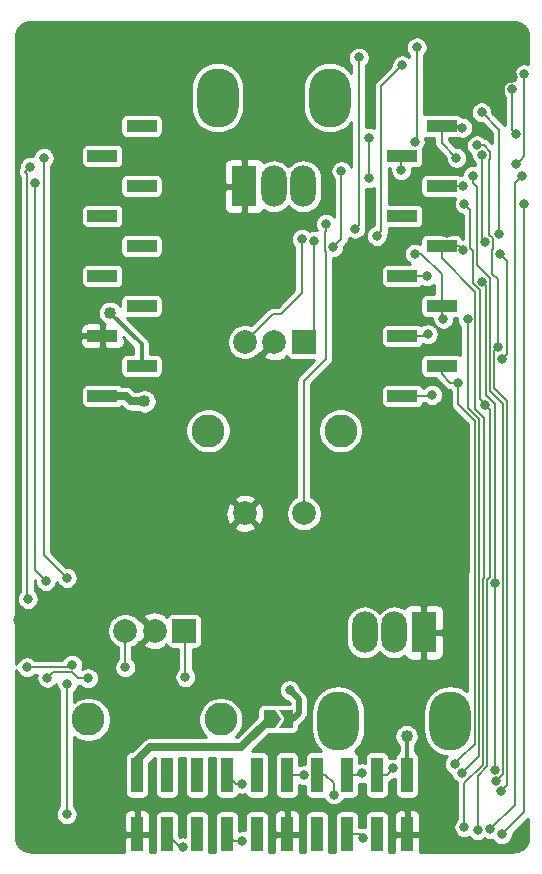
<source format=gbr>
G04 #@! TF.GenerationSoftware,KiCad,Pcbnew,(5.1.5-0-10_14)*
G04 #@! TF.CreationDate,2020-01-23T10:54:37-08:00*
G04 #@! TF.ProjectId,AndyCabinets,416e6479-4361-4626-996e-6574732e6b69,rev?*
G04 #@! TF.SameCoordinates,Original*
G04 #@! TF.FileFunction,Copper,L2,Bot*
G04 #@! TF.FilePolarity,Positive*
%FSLAX46Y46*%
G04 Gerber Fmt 4.6, Leading zero omitted, Abs format (unit mm)*
G04 Created by KiCad (PCBNEW (5.1.5-0-10_14)) date 2020-01-23 10:54:37*
%MOMM*%
%LPD*%
G04 APERTURE LIST*
%ADD10C,2.800000*%
%ADD11C,2.000000*%
%ADD12R,2.000000X2.000000*%
%ADD13R,1.000000X3.000000*%
%ADD14C,0.050000*%
%ADD15R,2.510000X1.000000*%
%ADD16R,2.150000X3.500000*%
%ADD17O,2.150000X3.500000*%
%ADD18O,3.500000X5.000000*%
%ADD19C,1.016000*%
%ADD20C,0.800000*%
%ADD21C,0.355600*%
%ADD22C,0.500000*%
%ADD23C,0.700000*%
%ADD24C,0.203200*%
%ADD25C,0.254000*%
G04 APERTURE END LIST*
D10*
X182085800Y-122465429D03*
X193285800Y-122465429D03*
D11*
X185185800Y-114965429D03*
X187685800Y-114965429D03*
D12*
X190185800Y-114965429D03*
D13*
X209062321Y-132187800D03*
X209062321Y-127147800D03*
X206522321Y-132187800D03*
X206522321Y-127147800D03*
X203982321Y-132187800D03*
X203982321Y-127147800D03*
X201442321Y-132187800D03*
X201442321Y-127147800D03*
X198902321Y-132187800D03*
X198902321Y-127147800D03*
X196362321Y-132187800D03*
X196362321Y-127147800D03*
X193822321Y-132187800D03*
X193822321Y-127147800D03*
X191282321Y-132187800D03*
X191282321Y-127147800D03*
X188742321Y-132187800D03*
X188742321Y-127147800D03*
X186202321Y-132187800D03*
X186202321Y-127147800D03*
G04 #@! TA.AperFunction,SMDPad,CuDef*
D14*
G36*
X198420400Y-122428000D02*
G01*
X197920400Y-123178000D01*
X196920400Y-123178000D01*
X196920400Y-121678000D01*
X197920400Y-121678000D01*
X198420400Y-122428000D01*
G37*
G04 #@! TD.AperFunction*
G04 #@! TA.AperFunction,SMDPad,CuDef*
G36*
X199370400Y-123178000D02*
G01*
X198220400Y-123178000D01*
X198720400Y-122428000D01*
X198220400Y-121678000D01*
X199370400Y-121678000D01*
X199370400Y-123178000D01*
G37*
G04 #@! TD.AperFunction*
D15*
X211979363Y-72211099D03*
X211979363Y-77291099D03*
X211979363Y-82371099D03*
X211979363Y-87451099D03*
X211979363Y-92531099D03*
X208669363Y-74751099D03*
X208669363Y-79831099D03*
X208669363Y-84911099D03*
X208669363Y-89991099D03*
X208669363Y-95071099D03*
D16*
X210473800Y-115092429D03*
D17*
X207973800Y-115092429D03*
X205473800Y-115092429D03*
D18*
X212723800Y-122592429D03*
X203223800Y-122592429D03*
D16*
X195265800Y-77317600D03*
D17*
X197765800Y-77317600D03*
X200265800Y-77317600D03*
D18*
X193015800Y-69817600D03*
X202515800Y-69817600D03*
D12*
X200329800Y-90517929D03*
D11*
X197829800Y-90517929D03*
X195329800Y-90517929D03*
D10*
X203429800Y-98017929D03*
X192229800Y-98017929D03*
D11*
X200329800Y-105017929D03*
X195329800Y-105017929D03*
D15*
X186579363Y-72211099D03*
X186579363Y-77291099D03*
X186579363Y-82371099D03*
X186579363Y-87451099D03*
X186579363Y-92531099D03*
X183269363Y-74751099D03*
X183269363Y-79831099D03*
X183269363Y-84911099D03*
X183269363Y-89991099D03*
X183269363Y-95071099D03*
D19*
X201441987Y-114580614D03*
X180613987Y-97054614D03*
X185947987Y-85116614D03*
X191789987Y-82068614D03*
X217697987Y-64796614D03*
X218205987Y-66163427D03*
X217943468Y-68054236D03*
X204724000Y-83058000D03*
X176199800Y-114046000D03*
X177723800Y-113792000D03*
X179501800Y-112268000D03*
X205994000Y-110744000D03*
X204724000Y-100838000D03*
X216763600Y-69900800D03*
X181610002Y-91440000D03*
X209577955Y-86616469D03*
X185318400Y-109093000D03*
X182067200Y-103479600D03*
X212460527Y-81203810D03*
X182829200Y-126923800D03*
X210845400Y-106527600D03*
X205409800Y-92964000D03*
X186817000Y-95529400D03*
D20*
X199110600Y-119989600D03*
D19*
X183921400Y-88036400D03*
X209016600Y-123875800D03*
D20*
X178612800Y-118922800D03*
X182067200Y-118973600D03*
X190296800Y-118897400D03*
X185191400Y-118059200D03*
X176885600Y-118033800D03*
X180698628Y-117827687D03*
X200152000Y-81788000D03*
X204978000Y-66421000D03*
X204673200Y-80924400D03*
X201168000Y-81934010D03*
X206502000Y-81534000D03*
X208654610Y-67087790D03*
X178485800Y-110744000D03*
X177565010Y-77038200D03*
X176961800Y-112268000D03*
X205873379Y-73209190D03*
X205873379Y-76625410D03*
X177139602Y-75692000D03*
X209880758Y-65563790D03*
X209702400Y-73558400D03*
X218293990Y-75464614D03*
X218982310Y-67841443D03*
X180263800Y-110490000D03*
X178307175Y-74928742D03*
X217951987Y-69114614D03*
X218293990Y-72898006D03*
X180238400Y-130505200D03*
X180289200Y-119456200D03*
X202184000Y-80518000D03*
X215366598Y-71069200D03*
X216854206Y-81366338D03*
X202793600Y-82473800D03*
X208559400Y-75971400D03*
X203504800Y-76047602D03*
X210751245Y-84930155D03*
X216515990Y-110952200D03*
X200355200Y-127177800D03*
X215449190Y-85394475D03*
X216515445Y-126759849D03*
X209702400Y-83032600D03*
X212140800Y-88544400D03*
X214198200Y-88544400D03*
X213699930Y-126980990D03*
X205232000Y-127025400D03*
X214630000Y-76454000D03*
X216560400Y-127711200D03*
X195046600Y-127914400D03*
X216935987Y-83084614D03*
X213245154Y-74928168D03*
X210820000Y-89839800D03*
X211175600Y-94996000D03*
X215665010Y-95832365D03*
X205359000Y-132486400D03*
X213925190Y-78816200D03*
X215036400Y-131826002D03*
X213417190Y-93968074D03*
X213081327Y-126256822D03*
X207898998Y-126619000D03*
X217112821Y-91924724D03*
X216757210Y-90973209D03*
X217036341Y-128536165D03*
X202869800Y-128822410D03*
X214985600Y-73863200D03*
X195097400Y-132765800D03*
X213741000Y-72364600D03*
X216103204Y-131749800D03*
X218795600Y-76454000D03*
X213813307Y-77262907D03*
X218998800Y-78867000D03*
X190093600Y-133299200D03*
X217068400Y-132207000D03*
X201442321Y-132187800D03*
X213769199Y-82737826D03*
X215665010Y-82056153D03*
X215435126Y-74702851D03*
X213918800Y-131597400D03*
D21*
X217943468Y-68384413D02*
X217943468Y-68054236D01*
X217221786Y-69442614D02*
X217221786Y-68764117D01*
X217601490Y-68384413D02*
X217943468Y-68384413D01*
X217221786Y-68764117D02*
X217601490Y-68384413D01*
X216763600Y-69900800D02*
X217221786Y-69442614D01*
D22*
X199370400Y-122428000D02*
X199898000Y-121900400D01*
X198870400Y-122428000D02*
X199370400Y-122428000D01*
X199898000Y-120777000D02*
X199110600Y-119989600D01*
X199898000Y-121900400D02*
X199898000Y-120777000D01*
D23*
X183270464Y-95072200D02*
X183269363Y-95071099D01*
X185242200Y-95072200D02*
X183270464Y-95072200D01*
X185699400Y-95529400D02*
X185242200Y-95072200D01*
X186817000Y-95529400D02*
X185699400Y-95529400D01*
D21*
X186579363Y-90694363D02*
X183921400Y-88036400D01*
X186579363Y-92531099D02*
X186579363Y-90694363D01*
X209062321Y-123921521D02*
X209016600Y-123875800D01*
X209062321Y-127147800D02*
X209062321Y-123921521D01*
D24*
X190296800Y-115076429D02*
X190185800Y-114965429D01*
X190296800Y-118897400D02*
X190296800Y-115076429D01*
X181501515Y-118973600D02*
X182067200Y-118973600D01*
X178612800Y-118922800D02*
X179054015Y-118481585D01*
X179054015Y-118481585D02*
X180686508Y-118481585D01*
X180686508Y-118481585D02*
X181178523Y-118973600D01*
X181178523Y-118973600D02*
X181501515Y-118973600D01*
X185185800Y-118053600D02*
X185191400Y-118059200D01*
X185185800Y-114965429D02*
X185185800Y-118053600D01*
X176885600Y-118033800D02*
X180492515Y-118033800D01*
X180492515Y-118033800D02*
X180698628Y-117827687D01*
X198374000Y-88138000D02*
X197709729Y-88138000D01*
X197709729Y-88138000D02*
X195329800Y-90517929D01*
X200152000Y-86360000D02*
X198374000Y-88138000D01*
X200152000Y-81788000D02*
X200152000Y-86360000D01*
X204978000Y-80619600D02*
X204673200Y-80924400D01*
X204978000Y-66421000D02*
X204978000Y-80619600D01*
X201168000Y-89679729D02*
X201168000Y-81934010D01*
X200329800Y-90517929D02*
X201168000Y-89679729D01*
X206883000Y-81153000D02*
X206883000Y-68859400D01*
X206502000Y-81534000D02*
X206883000Y-81153000D01*
X206883000Y-68859400D02*
X208654610Y-67087790D01*
X178485800Y-110744000D02*
X177565010Y-109823210D01*
X177565010Y-109823210D02*
X177565010Y-77603885D01*
X177565010Y-77603885D02*
X177565010Y-77038200D01*
X205873379Y-73209190D02*
X205873379Y-76625410D01*
X176911000Y-76263396D02*
X176739603Y-76091999D01*
X176961800Y-112268000D02*
X176911000Y-112217200D01*
X176739603Y-76091999D02*
X177139602Y-75692000D01*
X176911000Y-112217200D02*
X176911000Y-76263396D01*
X209880758Y-65563790D02*
X209880758Y-73380042D01*
X209880758Y-73380042D02*
X209702400Y-73558400D01*
X218982310Y-67841443D02*
X218948000Y-67875753D01*
X218693989Y-75064615D02*
X218293990Y-75464614D01*
X218982310Y-74776294D02*
X218693989Y-75064615D01*
X218982310Y-67841443D02*
X218982310Y-74776294D01*
X178307175Y-108533375D02*
X178307175Y-74928742D01*
X180263800Y-110490000D02*
X178307175Y-108533375D01*
X217951987Y-72556003D02*
X218293990Y-72898006D01*
X217951987Y-69114614D02*
X217951987Y-72556003D01*
X180238400Y-130505200D02*
X180238400Y-119507000D01*
X180238400Y-119507000D02*
X180289200Y-119456200D01*
X202139599Y-81128086D02*
X202184000Y-81083685D01*
X200329800Y-105017929D02*
X200329800Y-93802200D01*
X200329800Y-93802200D02*
X202184000Y-91948000D01*
X202184000Y-82832122D02*
X202139599Y-82787721D01*
X202139599Y-82787721D02*
X202139599Y-81128086D01*
X202184000Y-81083685D02*
X202184000Y-80518000D01*
X202184000Y-91948000D02*
X202184000Y-82832122D01*
X216854206Y-80800653D02*
X216854206Y-81366338D01*
X215366598Y-71069200D02*
X216854206Y-72556808D01*
X216854206Y-72556808D02*
X216854206Y-80800653D01*
X208559400Y-74861062D02*
X208669363Y-74751099D01*
X208559400Y-75971400D02*
X208559400Y-74861062D01*
X202793600Y-82473800D02*
X203504800Y-81762600D01*
X203504800Y-81762600D02*
X203504800Y-76047602D01*
X210732189Y-84911099D02*
X210751245Y-84930155D01*
X208669363Y-84911099D02*
X210732189Y-84911099D01*
X200325200Y-127147800D02*
X200355200Y-127177800D01*
X198902321Y-127147800D02*
X200325200Y-127147800D01*
X216515990Y-126759304D02*
X216515445Y-126759849D01*
X216515990Y-110952200D02*
X216515990Y-126759304D01*
X216515990Y-110952200D02*
X216515990Y-95740821D01*
X215747589Y-85692874D02*
X215449190Y-85394475D01*
X216515990Y-95740821D02*
X215747589Y-94972420D01*
X215747589Y-94972420D02*
X215747589Y-85692874D01*
X211979363Y-87451099D02*
X211979363Y-84743878D01*
X211979363Y-84743878D02*
X210268085Y-83032600D01*
X210268085Y-83032600D02*
X209702400Y-83032600D01*
X211979363Y-88382963D02*
X212140800Y-88544400D01*
X211979363Y-87451099D02*
X211979363Y-88382963D01*
X215188811Y-110305637D02*
X215150766Y-110343682D01*
X215150766Y-125530154D02*
X214099929Y-126580991D01*
X215188811Y-97058502D02*
X215188811Y-110305637D01*
X215150766Y-110343682D02*
X215150766Y-125530154D01*
X214198200Y-96067891D02*
X215188811Y-97058502D01*
X214099929Y-126580991D02*
X213699930Y-126980990D01*
X214198200Y-88544400D02*
X214198200Y-96067891D01*
X203982321Y-127147800D02*
X205109600Y-127147800D01*
X205109600Y-127147800D02*
X205232000Y-127025400D01*
X214630000Y-77019685D02*
X215011000Y-77400685D01*
X214630000Y-76454000D02*
X214630000Y-77019685D01*
X215011000Y-77400685D02*
X215011000Y-84023200D01*
X215011000Y-84023200D02*
X216103200Y-85115400D01*
X216103200Y-85115400D02*
X216103200Y-91948000D01*
X216103200Y-91948000D02*
X216103200Y-94640400D01*
X216103200Y-94640400D02*
X217195400Y-95732600D01*
X217195400Y-95732600D02*
X217195400Y-127127000D01*
X216611200Y-127711200D02*
X216560400Y-127711200D01*
X217195400Y-127127000D02*
X216611200Y-127711200D01*
X194588921Y-127914400D02*
X193822321Y-127147800D01*
X195046600Y-127914400D02*
X194588921Y-127914400D01*
X211979363Y-72211099D02*
X211979363Y-73662377D01*
X211979363Y-73662377D02*
X213245154Y-74928168D01*
X210668701Y-89991099D02*
X210820000Y-89839800D01*
X208669363Y-89991099D02*
X210668701Y-89991099D01*
X208669363Y-95071099D02*
X211100501Y-95071099D01*
X211100501Y-95071099D02*
X211175600Y-94996000D01*
X203982321Y-132187800D02*
X205060400Y-132187800D01*
X205060400Y-132187800D02*
X205359000Y-132486400D01*
X215207812Y-86087446D02*
X214604611Y-85484245D01*
X214401389Y-82570298D02*
X214401389Y-79292399D01*
X215665010Y-95832365D02*
X215207812Y-95375167D01*
X214604611Y-82773520D02*
X214401389Y-82570298D01*
X214325189Y-79216199D02*
X213925190Y-78816200D01*
X214604611Y-85484245D02*
X214604611Y-82773520D01*
X215207812Y-95375167D02*
X215207812Y-86087446D01*
X214401389Y-79292399D02*
X214325189Y-79216199D01*
X215861988Y-110638278D02*
X215861988Y-126445384D01*
X216065009Y-110435257D02*
X215861988Y-110638278D01*
X215036400Y-131260317D02*
X215036400Y-131826002D01*
X215861988Y-126445384D02*
X215036400Y-127270972D01*
X215036400Y-127270972D02*
X215036400Y-131260317D01*
X215665010Y-95832365D02*
X216065009Y-96232364D01*
X216065009Y-96232364D02*
X216065009Y-110435257D01*
X212713138Y-93968074D02*
X213417190Y-93968074D01*
X211979363Y-92531099D02*
X211979363Y-93234299D01*
X211979363Y-93234299D02*
X212713138Y-93968074D01*
X214795155Y-124542994D02*
X213481326Y-125856823D01*
X214833200Y-110158339D02*
X214795155Y-110196384D01*
X213481326Y-125856823D02*
X213081327Y-126256822D01*
X213417190Y-93968074D02*
X213417190Y-95789790D01*
X214833200Y-97205800D02*
X214833200Y-110158339D01*
X213417190Y-95789790D02*
X214833200Y-97205800D01*
X214795155Y-110196384D02*
X214795155Y-124542994D01*
X207498999Y-127018999D02*
X207898998Y-126619000D01*
X206522321Y-127147800D02*
X207370198Y-127147800D01*
X207370198Y-127147800D02*
X207498999Y-127018999D01*
X217512820Y-91524725D02*
X217112821Y-91924724D01*
X216935987Y-83084614D02*
X217512820Y-83661447D01*
X217512820Y-83661447D02*
X217512820Y-91524725D01*
X216757210Y-90973209D02*
X216458811Y-91271608D01*
X217436340Y-128136166D02*
X217036341Y-128536165D01*
X216458811Y-91271608D02*
X216458811Y-94437211D01*
X217551011Y-128021495D02*
X217436340Y-128136166D01*
X216458811Y-94437211D02*
X217551011Y-95529411D01*
X217551011Y-95529411D02*
X217551011Y-128021495D01*
X202869800Y-127872079D02*
X202869800Y-128822410D01*
X201442321Y-127147800D02*
X202145521Y-127147800D01*
X202145521Y-127147800D02*
X202869800Y-127872079D01*
X216013582Y-75092317D02*
X216089127Y-75016772D01*
X216319011Y-81742232D02*
X216013582Y-81436803D01*
X216281009Y-82636236D02*
X216319011Y-82598234D01*
X216089127Y-75016772D02*
X216089127Y-74401042D01*
X216319011Y-82598234D02*
X216319011Y-81742232D01*
X216281009Y-84714101D02*
X216281009Y-82636236D01*
X216089127Y-74401042D02*
X215551285Y-73863200D01*
X215551285Y-73863200D02*
X214985600Y-73863200D01*
X216757210Y-85190302D02*
X216281009Y-84714101D01*
X216757210Y-90973209D02*
X216757210Y-85190302D01*
X216013582Y-81436803D02*
X216013582Y-75092317D01*
X194400321Y-132765800D02*
X193822321Y-132187800D01*
X195097400Y-132765800D02*
X194400321Y-132765800D01*
X211979363Y-72211099D02*
X213587499Y-72211099D01*
X213587499Y-72211099D02*
X213741000Y-72364600D01*
X218395601Y-76853999D02*
X218795600Y-76454000D01*
X216103204Y-131749800D02*
X218160600Y-129692404D01*
X218160600Y-129692404D02*
X218160600Y-77089000D01*
X218160600Y-77089000D02*
X218395601Y-76853999D01*
X211979363Y-77291099D02*
X213785115Y-77291099D01*
X213785115Y-77291099D02*
X213813307Y-77262907D01*
X189853721Y-133299200D02*
X188742321Y-132187800D01*
X190093600Y-133299200D02*
X189853721Y-133299200D01*
X218998800Y-78867000D02*
X218998800Y-130276600D01*
X218998800Y-130276600D02*
X217068400Y-132207000D01*
X211979363Y-82371099D02*
X213437563Y-82371099D01*
X213769199Y-82702735D02*
X213769199Y-82737826D01*
X213437563Y-82371099D02*
X213769199Y-82702735D01*
X215435126Y-81826269D02*
X215435126Y-75268536D01*
X215435126Y-75268536D02*
X215435126Y-74702851D01*
X215665010Y-82056153D02*
X215435126Y-81826269D01*
X213918800Y-131031715D02*
X213918800Y-131597400D01*
X211979363Y-82371099D02*
X211979363Y-83361906D01*
X215544422Y-96911204D02*
X215544422Y-110452935D01*
X213918800Y-127885663D02*
X213918800Y-131031715D01*
X214852201Y-86234744D02*
X214852201Y-96218983D01*
X215544422Y-110452935D02*
X215506377Y-110490980D01*
X215506377Y-126298086D02*
X213918800Y-127885663D01*
X215506377Y-110490980D02*
X215506377Y-126298086D01*
X211979363Y-83361906D02*
X214852201Y-86234744D01*
X214852201Y-96218983D02*
X215544422Y-96911204D01*
D23*
X195032800Y-124815600D02*
X197420400Y-122428000D01*
X187325000Y-124815600D02*
X195032800Y-124815600D01*
X186202321Y-125938279D02*
X187325000Y-124815600D01*
X186202321Y-127147800D02*
X186202321Y-125938279D01*
D25*
G36*
X217860315Y-63393118D02*
G01*
X217939958Y-63395609D01*
X218012822Y-63400579D01*
X218082923Y-63407902D01*
X218151964Y-63417615D01*
X218217416Y-63429181D01*
X218280963Y-63442694D01*
X218343332Y-63458229D01*
X218402598Y-63475174D01*
X218460743Y-63493977D01*
X218517771Y-63514625D01*
X218571656Y-63536276D01*
X218623233Y-63559091D01*
X218676079Y-63584744D01*
X218725294Y-63610876D01*
X218770914Y-63637223D01*
X218815290Y-63665012D01*
X218858766Y-63694516D01*
X218899201Y-63724227D01*
X218937568Y-63754712D01*
X218975453Y-63787314D01*
X219009800Y-63819363D01*
X219045433Y-63855561D01*
X219078518Y-63892365D01*
X219107449Y-63927666D01*
X219134472Y-63963927D01*
X219160062Y-64001984D01*
X219183045Y-64040220D01*
X219204308Y-64080272D01*
X219222645Y-64119975D01*
X219238770Y-64160910D01*
X219252370Y-64202624D01*
X219263857Y-64247343D01*
X219272345Y-64292923D01*
X219277835Y-64341051D01*
X219280320Y-64405239D01*
X219280320Y-66961505D01*
X219252706Y-66950067D01*
X219073611Y-66914443D01*
X218891009Y-66914443D01*
X218711914Y-66950067D01*
X218543211Y-67019947D01*
X218391382Y-67121395D01*
X218262262Y-67250515D01*
X218160814Y-67402344D01*
X218090934Y-67571047D01*
X218055310Y-67750142D01*
X218055310Y-67932744D01*
X218090934Y-68111839D01*
X218129418Y-68204746D01*
X218043288Y-68187614D01*
X217860686Y-68187614D01*
X217681591Y-68223238D01*
X217512888Y-68293118D01*
X217361059Y-68394566D01*
X217231939Y-68523686D01*
X217130491Y-68675515D01*
X217060611Y-68844218D01*
X217024987Y-69023313D01*
X217024987Y-69205915D01*
X217060611Y-69385010D01*
X217130491Y-69553713D01*
X217231939Y-69705542D01*
X217323387Y-69796990D01*
X217323388Y-72137640D01*
X217300844Y-72110170D01*
X217276856Y-72090484D01*
X216293598Y-71107226D01*
X216293598Y-70977899D01*
X216257974Y-70798804D01*
X216188094Y-70630101D01*
X216086646Y-70478272D01*
X215957526Y-70349152D01*
X215805697Y-70247704D01*
X215636994Y-70177824D01*
X215457899Y-70142200D01*
X215275297Y-70142200D01*
X215096202Y-70177824D01*
X214927499Y-70247704D01*
X214775670Y-70349152D01*
X214646550Y-70478272D01*
X214545102Y-70630101D01*
X214475222Y-70798804D01*
X214439598Y-70977899D01*
X214439598Y-71160501D01*
X214475222Y-71339596D01*
X214545102Y-71508299D01*
X214646550Y-71660128D01*
X214775670Y-71789248D01*
X214927499Y-71890696D01*
X215096202Y-71960576D01*
X215275297Y-71996200D01*
X215404624Y-71996200D01*
X216225606Y-72817182D01*
X216225606Y-73648547D01*
X216017610Y-73440551D01*
X215997923Y-73416562D01*
X215902206Y-73338010D01*
X215793004Y-73279640D01*
X215678187Y-73244811D01*
X215576528Y-73143152D01*
X215424699Y-73041704D01*
X215255996Y-72971824D01*
X215076901Y-72936200D01*
X214894299Y-72936200D01*
X214715204Y-72971824D01*
X214546501Y-73041704D01*
X214394672Y-73143152D01*
X214265552Y-73272272D01*
X214164104Y-73424101D01*
X214094224Y-73592804D01*
X214058600Y-73771899D01*
X214058600Y-73954501D01*
X214094224Y-74133596D01*
X214164104Y-74302299D01*
X214265552Y-74454128D01*
X214394672Y-74583248D01*
X214508126Y-74659055D01*
X214508126Y-74794152D01*
X214543750Y-74973247D01*
X214613630Y-75141950D01*
X214715078Y-75293779D01*
X214806527Y-75385228D01*
X214806527Y-75543952D01*
X214721301Y-75527000D01*
X214538699Y-75527000D01*
X214359604Y-75562624D01*
X214190901Y-75632504D01*
X214039072Y-75733952D01*
X213909952Y-75863072D01*
X213808504Y-76014901D01*
X213738624Y-76183604D01*
X213707766Y-76338740D01*
X213551701Y-76369782D01*
X213528565Y-76350795D01*
X213437013Y-76301860D01*
X213337673Y-76271725D01*
X213234363Y-76261550D01*
X210724363Y-76261550D01*
X210621053Y-76271725D01*
X210521713Y-76301860D01*
X210430161Y-76350795D01*
X210349915Y-76416651D01*
X210284059Y-76496897D01*
X210235124Y-76588449D01*
X210204989Y-76687789D01*
X210194814Y-76791099D01*
X210194814Y-77791099D01*
X210204989Y-77894409D01*
X210235124Y-77993749D01*
X210284059Y-78085301D01*
X210349915Y-78165547D01*
X210430161Y-78231403D01*
X210521713Y-78280338D01*
X210621053Y-78310473D01*
X210724363Y-78320648D01*
X213141414Y-78320648D01*
X213103694Y-78377101D01*
X213033814Y-78545804D01*
X212998190Y-78724899D01*
X212998190Y-78907501D01*
X213033814Y-79086596D01*
X213103694Y-79255299D01*
X213205142Y-79407128D01*
X213334262Y-79536248D01*
X213486091Y-79637696D01*
X213654794Y-79707576D01*
X213772790Y-79731047D01*
X213772789Y-81810826D01*
X213757976Y-81810826D01*
X213753737Y-81767789D01*
X213723602Y-81668449D01*
X213674667Y-81576897D01*
X213608811Y-81496651D01*
X213528565Y-81430795D01*
X213437013Y-81381860D01*
X213337673Y-81351725D01*
X213234363Y-81341550D01*
X210724363Y-81341550D01*
X210621053Y-81351725D01*
X210521713Y-81381860D01*
X210430161Y-81430795D01*
X210349915Y-81496651D01*
X210284059Y-81576897D01*
X210235124Y-81668449D01*
X210204989Y-81767789D01*
X210194814Y-81871099D01*
X210194814Y-82246728D01*
X210141499Y-82211104D01*
X209972796Y-82141224D01*
X209793701Y-82105600D01*
X209611099Y-82105600D01*
X209432004Y-82141224D01*
X209263301Y-82211104D01*
X209111472Y-82312552D01*
X208982352Y-82441672D01*
X208880904Y-82593501D01*
X208811024Y-82762204D01*
X208775400Y-82941299D01*
X208775400Y-83123901D01*
X208811024Y-83302996D01*
X208880904Y-83471699D01*
X208982352Y-83623528D01*
X209111472Y-83752648D01*
X209263301Y-83854096D01*
X209329580Y-83881550D01*
X207414363Y-83881550D01*
X207311053Y-83891725D01*
X207211713Y-83921860D01*
X207120161Y-83970795D01*
X207039915Y-84036651D01*
X206974059Y-84116897D01*
X206925124Y-84208449D01*
X206894989Y-84307789D01*
X206884814Y-84411099D01*
X206884814Y-85411099D01*
X206894989Y-85514409D01*
X206925124Y-85613749D01*
X206974059Y-85705301D01*
X207039915Y-85785547D01*
X207120161Y-85851403D01*
X207211713Y-85900338D01*
X207311053Y-85930473D01*
X207414363Y-85940648D01*
X209924363Y-85940648D01*
X210027673Y-85930473D01*
X210127013Y-85900338D01*
X210218565Y-85851403D01*
X210298811Y-85785547D01*
X210322954Y-85756128D01*
X210480849Y-85821531D01*
X210659944Y-85857155D01*
X210842546Y-85857155D01*
X211021641Y-85821531D01*
X211190344Y-85751651D01*
X211342173Y-85650203D01*
X211350764Y-85641612D01*
X211350763Y-86421550D01*
X210724363Y-86421550D01*
X210621053Y-86431725D01*
X210521713Y-86461860D01*
X210430161Y-86510795D01*
X210349915Y-86576651D01*
X210284059Y-86656897D01*
X210235124Y-86748449D01*
X210204989Y-86847789D01*
X210194814Y-86951099D01*
X210194814Y-87951099D01*
X210204989Y-88054409D01*
X210235124Y-88153749D01*
X210284059Y-88245301D01*
X210349915Y-88325547D01*
X210430161Y-88391403D01*
X210521713Y-88440338D01*
X210621053Y-88470473D01*
X210724363Y-88480648D01*
X211213800Y-88480648D01*
X211213800Y-88635701D01*
X211249424Y-88814796D01*
X211319304Y-88983499D01*
X211409874Y-89119048D01*
X211259099Y-89018304D01*
X211090396Y-88948424D01*
X210911301Y-88912800D01*
X210728699Y-88912800D01*
X210549604Y-88948424D01*
X210380901Y-89018304D01*
X210269596Y-89092675D01*
X210218565Y-89050795D01*
X210127013Y-89001860D01*
X210027673Y-88971725D01*
X209924363Y-88961550D01*
X207414363Y-88961550D01*
X207311053Y-88971725D01*
X207211713Y-89001860D01*
X207120161Y-89050795D01*
X207039915Y-89116651D01*
X206974059Y-89196897D01*
X206925124Y-89288449D01*
X206894989Y-89387789D01*
X206884814Y-89491099D01*
X206884814Y-90491099D01*
X206894989Y-90594409D01*
X206925124Y-90693749D01*
X206974059Y-90785301D01*
X207039915Y-90865547D01*
X207120161Y-90931403D01*
X207211713Y-90980338D01*
X207311053Y-91010473D01*
X207414363Y-91020648D01*
X209924363Y-91020648D01*
X210027673Y-91010473D01*
X210127013Y-90980338D01*
X210218565Y-90931403D01*
X210298811Y-90865547D01*
X210364667Y-90785301D01*
X210413602Y-90693749D01*
X210418697Y-90676952D01*
X210549604Y-90731176D01*
X210728699Y-90766800D01*
X210911301Y-90766800D01*
X211090396Y-90731176D01*
X211259099Y-90661296D01*
X211410928Y-90559848D01*
X211540048Y-90430728D01*
X211641496Y-90278899D01*
X211711376Y-90110196D01*
X211747000Y-89931101D01*
X211747000Y-89748499D01*
X211711376Y-89569404D01*
X211641496Y-89400701D01*
X211550926Y-89265152D01*
X211701701Y-89365896D01*
X211870404Y-89435776D01*
X212049499Y-89471400D01*
X212232101Y-89471400D01*
X212411196Y-89435776D01*
X212579899Y-89365896D01*
X212731728Y-89264448D01*
X212860848Y-89135328D01*
X212962296Y-88983499D01*
X213032176Y-88814796D01*
X213067800Y-88635701D01*
X213067800Y-88480648D01*
X213234363Y-88480648D01*
X213271200Y-88477020D01*
X213271200Y-88635701D01*
X213306824Y-88814796D01*
X213376704Y-88983499D01*
X213478152Y-89135328D01*
X213569600Y-89226776D01*
X213569600Y-91624472D01*
X213528565Y-91590795D01*
X213437013Y-91541860D01*
X213337673Y-91511725D01*
X213234363Y-91501550D01*
X210724363Y-91501550D01*
X210621053Y-91511725D01*
X210521713Y-91541860D01*
X210430161Y-91590795D01*
X210349915Y-91656651D01*
X210284059Y-91736897D01*
X210235124Y-91828449D01*
X210204989Y-91927789D01*
X210194814Y-92031099D01*
X210194814Y-93031099D01*
X210204989Y-93134409D01*
X210235124Y-93233749D01*
X210284059Y-93325301D01*
X210349915Y-93405547D01*
X210430161Y-93471403D01*
X210521713Y-93520338D01*
X210621053Y-93550473D01*
X210724363Y-93560648D01*
X211441040Y-93560648D01*
X211454174Y-93585220D01*
X211532726Y-93680937D01*
X211556709Y-93700619D01*
X212246817Y-94390728D01*
X212266500Y-94414712D01*
X212362217Y-94493264D01*
X212471419Y-94551634D01*
X212535587Y-94571099D01*
X212589911Y-94587578D01*
X212713138Y-94599715D01*
X212735639Y-94597499D01*
X212788590Y-94650450D01*
X212788591Y-95758905D01*
X212785549Y-95789790D01*
X212797686Y-95913016D01*
X212833630Y-96031508D01*
X212892000Y-96140710D01*
X212892001Y-96140711D01*
X212970553Y-96236428D01*
X212994536Y-96256110D01*
X214204600Y-97466175D01*
X214204601Y-109977722D01*
X214175651Y-110073158D01*
X214163514Y-110196384D01*
X214166555Y-110227259D01*
X214166556Y-120080842D01*
X213994954Y-119940012D01*
X213599386Y-119728577D01*
X213170170Y-119598376D01*
X212723800Y-119554412D01*
X212277431Y-119598376D01*
X211848215Y-119728577D01*
X211452647Y-119940012D01*
X211105929Y-120224557D01*
X210821384Y-120571275D01*
X210609948Y-120966843D01*
X210479747Y-121396059D01*
X210446800Y-121730573D01*
X210446800Y-123454284D01*
X210479747Y-123788798D01*
X210609948Y-124218014D01*
X210821383Y-124613582D01*
X211105928Y-124960301D01*
X211452646Y-125244846D01*
X211848214Y-125456281D01*
X212277430Y-125586482D01*
X212426053Y-125601120D01*
X212361279Y-125665894D01*
X212259831Y-125817723D01*
X212189951Y-125986426D01*
X212154327Y-126165521D01*
X212154327Y-126348123D01*
X212189951Y-126527218D01*
X212259831Y-126695921D01*
X212361279Y-126847750D01*
X212490399Y-126976870D01*
X212642228Y-127078318D01*
X212785972Y-127137860D01*
X212808554Y-127251386D01*
X212878434Y-127420089D01*
X212979882Y-127571918D01*
X213109002Y-127701038D01*
X213260831Y-127802486D01*
X213293998Y-127816225D01*
X213287159Y-127885663D01*
X213290200Y-127916538D01*
X213290201Y-130915023D01*
X213198752Y-131006472D01*
X213097304Y-131158301D01*
X213027424Y-131327004D01*
X212991800Y-131506099D01*
X212991800Y-131688701D01*
X213027424Y-131867796D01*
X213097304Y-132036499D01*
X213198752Y-132188328D01*
X213327872Y-132317448D01*
X213479701Y-132418896D01*
X213648404Y-132488776D01*
X213827499Y-132524400D01*
X214010101Y-132524400D01*
X214189196Y-132488776D01*
X214329911Y-132430489D01*
X214445472Y-132546050D01*
X214597301Y-132647498D01*
X214766004Y-132717378D01*
X214945099Y-132753002D01*
X215127701Y-132753002D01*
X215306796Y-132717378D01*
X215475499Y-132647498D01*
X215626825Y-132546386D01*
X215664105Y-132571296D01*
X215832808Y-132641176D01*
X216011903Y-132676800D01*
X216194505Y-132676800D01*
X216258864Y-132663998D01*
X216348352Y-132797928D01*
X216477472Y-132927048D01*
X216629301Y-133028496D01*
X216798004Y-133098376D01*
X216977099Y-133134000D01*
X217159701Y-133134000D01*
X217338796Y-133098376D01*
X217507499Y-133028496D01*
X217659328Y-132927048D01*
X217788448Y-132797928D01*
X217889896Y-132646099D01*
X217959776Y-132477396D01*
X217995400Y-132298301D01*
X217995400Y-132168974D01*
X219280320Y-130884055D01*
X219280320Y-132656328D01*
X219280116Y-132671442D01*
X219276321Y-132730007D01*
X219269677Y-132777694D01*
X219260105Y-132823009D01*
X219248084Y-132865805D01*
X219233200Y-132908361D01*
X219216539Y-132948228D01*
X219196827Y-132988770D01*
X219175815Y-133026636D01*
X219152304Y-133064323D01*
X219126280Y-133101766D01*
X219098298Y-133138176D01*
X219068251Y-133173759D01*
X219036119Y-133208553D01*
X219001025Y-133243396D01*
X218965656Y-133275700D01*
X218928521Y-133307013D01*
X218887288Y-133339086D01*
X218846023Y-133368702D01*
X218801449Y-133398218D01*
X218757159Y-133425269D01*
X218709779Y-133451932D01*
X218660869Y-133477211D01*
X218607739Y-133502308D01*
X218555428Y-133524791D01*
X218500071Y-133546349D01*
X218443189Y-133566262D01*
X218385487Y-133584268D01*
X218325763Y-133600704D01*
X218262742Y-133615739D01*
X218197823Y-133628850D01*
X218131679Y-133639827D01*
X218062969Y-133648763D01*
X217992082Y-133655427D01*
X217914952Y-133659808D01*
X217832286Y-133661366D01*
X210200326Y-133661366D01*
X210197321Y-132473550D01*
X210038571Y-132314800D01*
X209189321Y-132314800D01*
X209189321Y-132334800D01*
X208935321Y-132334800D01*
X208935321Y-132314800D01*
X208086071Y-132314800D01*
X207927321Y-132473550D01*
X207924316Y-133661366D01*
X207551870Y-133661366D01*
X207551870Y-130687800D01*
X207924249Y-130687800D01*
X207927321Y-131902050D01*
X208086071Y-132060800D01*
X208935321Y-132060800D01*
X208935321Y-130211550D01*
X209189321Y-130211550D01*
X209189321Y-132060800D01*
X210038571Y-132060800D01*
X210197321Y-131902050D01*
X210200393Y-130687800D01*
X210188133Y-130563318D01*
X210151823Y-130443620D01*
X210092858Y-130333306D01*
X210013506Y-130236615D01*
X209916815Y-130157263D01*
X209806501Y-130098298D01*
X209686803Y-130061988D01*
X209562321Y-130049728D01*
X209348071Y-130052800D01*
X209189321Y-130211550D01*
X208935321Y-130211550D01*
X208776571Y-130052800D01*
X208562321Y-130049728D01*
X208437839Y-130061988D01*
X208318141Y-130098298D01*
X208207827Y-130157263D01*
X208111136Y-130236615D01*
X208031784Y-130333306D01*
X207972819Y-130443620D01*
X207936509Y-130563318D01*
X207924249Y-130687800D01*
X207551870Y-130687800D01*
X207541695Y-130584490D01*
X207511560Y-130485150D01*
X207462625Y-130393598D01*
X207396769Y-130313352D01*
X207316523Y-130247496D01*
X207224971Y-130198561D01*
X207125631Y-130168426D01*
X207022321Y-130158251D01*
X206022321Y-130158251D01*
X205919011Y-130168426D01*
X205819671Y-130198561D01*
X205728119Y-130247496D01*
X205647873Y-130313352D01*
X205582017Y-130393598D01*
X205533082Y-130485150D01*
X205502947Y-130584490D01*
X205492772Y-130687800D01*
X205492772Y-131567848D01*
X205450301Y-131559400D01*
X205267699Y-131559400D01*
X205199210Y-131573023D01*
X205183627Y-131568296D01*
X205091275Y-131559200D01*
X205060400Y-131556159D01*
X205029525Y-131559200D01*
X205011870Y-131559200D01*
X205011870Y-130687800D01*
X205001695Y-130584490D01*
X204971560Y-130485150D01*
X204922625Y-130393598D01*
X204856769Y-130313352D01*
X204776523Y-130247496D01*
X204684971Y-130198561D01*
X204585631Y-130168426D01*
X204482321Y-130158251D01*
X203482321Y-130158251D01*
X203379011Y-130168426D01*
X203279671Y-130198561D01*
X203188119Y-130247496D01*
X203107873Y-130313352D01*
X203042017Y-130393598D01*
X202993082Y-130485150D01*
X202962947Y-130584490D01*
X202952772Y-130687800D01*
X202952772Y-133661366D01*
X202471870Y-133661366D01*
X202471870Y-130687800D01*
X202461695Y-130584490D01*
X202431560Y-130485150D01*
X202382625Y-130393598D01*
X202316769Y-130313352D01*
X202236523Y-130247496D01*
X202144971Y-130198561D01*
X202045631Y-130168426D01*
X201942321Y-130158251D01*
X200942321Y-130158251D01*
X200839011Y-130168426D01*
X200739671Y-130198561D01*
X200648119Y-130247496D01*
X200567873Y-130313352D01*
X200502017Y-130393598D01*
X200453082Y-130485150D01*
X200422947Y-130584490D01*
X200412772Y-130687800D01*
X200412772Y-133661366D01*
X200040326Y-133661366D01*
X200037321Y-132473550D01*
X199878571Y-132314800D01*
X199029321Y-132314800D01*
X199029321Y-132334800D01*
X198775321Y-132334800D01*
X198775321Y-132314800D01*
X197926071Y-132314800D01*
X197767321Y-132473550D01*
X197764316Y-133661366D01*
X197391870Y-133661366D01*
X197391870Y-130687800D01*
X197764249Y-130687800D01*
X197767321Y-131902050D01*
X197926071Y-132060800D01*
X198775321Y-132060800D01*
X198775321Y-130211550D01*
X199029321Y-130211550D01*
X199029321Y-132060800D01*
X199878571Y-132060800D01*
X200037321Y-131902050D01*
X200040393Y-130687800D01*
X200028133Y-130563318D01*
X199991823Y-130443620D01*
X199932858Y-130333306D01*
X199853506Y-130236615D01*
X199756815Y-130157263D01*
X199646501Y-130098298D01*
X199526803Y-130061988D01*
X199402321Y-130049728D01*
X199188071Y-130052800D01*
X199029321Y-130211550D01*
X198775321Y-130211550D01*
X198616571Y-130052800D01*
X198402321Y-130049728D01*
X198277839Y-130061988D01*
X198158141Y-130098298D01*
X198047827Y-130157263D01*
X197951136Y-130236615D01*
X197871784Y-130333306D01*
X197812819Y-130443620D01*
X197776509Y-130563318D01*
X197764249Y-130687800D01*
X197391870Y-130687800D01*
X197381695Y-130584490D01*
X197351560Y-130485150D01*
X197302625Y-130393598D01*
X197236769Y-130313352D01*
X197156523Y-130247496D01*
X197064971Y-130198561D01*
X196965631Y-130168426D01*
X196862321Y-130158251D01*
X195862321Y-130158251D01*
X195759011Y-130168426D01*
X195659671Y-130198561D01*
X195568119Y-130247496D01*
X195487873Y-130313352D01*
X195422017Y-130393598D01*
X195373082Y-130485150D01*
X195342947Y-130584490D01*
X195332772Y-130687800D01*
X195332772Y-131867457D01*
X195188701Y-131838800D01*
X195006099Y-131838800D01*
X194851870Y-131869478D01*
X194851870Y-130687800D01*
X194841695Y-130584490D01*
X194811560Y-130485150D01*
X194762625Y-130393598D01*
X194696769Y-130313352D01*
X194616523Y-130247496D01*
X194524971Y-130198561D01*
X194425631Y-130168426D01*
X194322321Y-130158251D01*
X193322321Y-130158251D01*
X193219011Y-130168426D01*
X193119671Y-130198561D01*
X193028119Y-130247496D01*
X192947873Y-130313352D01*
X192882017Y-130393598D01*
X192833082Y-130485150D01*
X192802947Y-130584490D01*
X192792772Y-130687800D01*
X192792772Y-133661366D01*
X192311870Y-133661366D01*
X192311870Y-130687800D01*
X192301695Y-130584490D01*
X192271560Y-130485150D01*
X192222625Y-130393598D01*
X192156769Y-130313352D01*
X192076523Y-130247496D01*
X191984971Y-130198561D01*
X191885631Y-130168426D01*
X191782321Y-130158251D01*
X190782321Y-130158251D01*
X190679011Y-130168426D01*
X190579671Y-130198561D01*
X190488119Y-130247496D01*
X190407873Y-130313352D01*
X190342017Y-130393598D01*
X190293082Y-130485150D01*
X190262947Y-130584490D01*
X190252772Y-130687800D01*
X190252772Y-132385700D01*
X190184901Y-132372200D01*
X190002299Y-132372200D01*
X189846655Y-132403159D01*
X189771870Y-132328374D01*
X189771870Y-130687800D01*
X189761695Y-130584490D01*
X189731560Y-130485150D01*
X189682625Y-130393598D01*
X189616769Y-130313352D01*
X189536523Y-130247496D01*
X189444971Y-130198561D01*
X189345631Y-130168426D01*
X189242321Y-130158251D01*
X188242321Y-130158251D01*
X188139011Y-130168426D01*
X188039671Y-130198561D01*
X187948119Y-130247496D01*
X187867873Y-130313352D01*
X187802017Y-130393598D01*
X187753082Y-130485150D01*
X187722947Y-130584490D01*
X187712772Y-130687800D01*
X187712772Y-133661366D01*
X187340326Y-133661366D01*
X187337321Y-132473550D01*
X187178571Y-132314800D01*
X186329321Y-132314800D01*
X186329321Y-132334800D01*
X186075321Y-132334800D01*
X186075321Y-132314800D01*
X185226071Y-132314800D01*
X185067321Y-132473550D01*
X185064316Y-133661366D01*
X177429435Y-133661366D01*
X177394917Y-133661070D01*
X177314913Y-133658201D01*
X177242601Y-133652927D01*
X177172556Y-133645280D01*
X177105106Y-133635494D01*
X177038760Y-133623474D01*
X176975031Y-133609615D01*
X176913977Y-133594115D01*
X176853211Y-133576437D01*
X176795862Y-133557580D01*
X176740966Y-133537431D01*
X176685331Y-133514795D01*
X176634217Y-133491889D01*
X176584208Y-133467369D01*
X176536866Y-133442073D01*
X176490188Y-133414965D01*
X176445703Y-133386932D01*
X176403508Y-133358135D01*
X176361767Y-133327282D01*
X176323409Y-133296580D01*
X176286570Y-133264666D01*
X176252120Y-133232324D01*
X176218060Y-133197569D01*
X176187385Y-133163447D01*
X176157582Y-133127167D01*
X176130851Y-133091373D01*
X176105355Y-133053578D01*
X176082697Y-133016070D01*
X176061673Y-132976764D01*
X176043177Y-132937113D01*
X176026946Y-132896402D01*
X176013072Y-132854463D01*
X176001777Y-132811405D01*
X175992718Y-132764068D01*
X175986930Y-132714657D01*
X175984320Y-132648821D01*
X175984320Y-118254405D01*
X175994224Y-118304196D01*
X176064104Y-118472899D01*
X176165552Y-118624728D01*
X176294672Y-118753848D01*
X176446501Y-118855296D01*
X176615204Y-118925176D01*
X176794299Y-118960800D01*
X176976901Y-118960800D01*
X177155996Y-118925176D01*
X177324699Y-118855296D01*
X177476528Y-118753848D01*
X177567976Y-118662400D01*
X177719436Y-118662400D01*
X177685800Y-118831499D01*
X177685800Y-119014101D01*
X177721424Y-119193196D01*
X177791304Y-119361899D01*
X177892752Y-119513728D01*
X178021872Y-119642848D01*
X178173701Y-119744296D01*
X178342404Y-119814176D01*
X178521499Y-119849800D01*
X178704101Y-119849800D01*
X178883196Y-119814176D01*
X179051899Y-119744296D01*
X179203728Y-119642848D01*
X179332848Y-119513728D01*
X179362200Y-119469799D01*
X179362200Y-119547501D01*
X179397824Y-119726596D01*
X179467704Y-119895299D01*
X179569152Y-120047128D01*
X179609801Y-120087777D01*
X179609800Y-129822824D01*
X179518352Y-129914272D01*
X179416904Y-130066101D01*
X179347024Y-130234804D01*
X179311400Y-130413899D01*
X179311400Y-130596501D01*
X179347024Y-130775596D01*
X179416904Y-130944299D01*
X179518352Y-131096128D01*
X179647472Y-131225248D01*
X179799301Y-131326696D01*
X179968004Y-131396576D01*
X180147099Y-131432200D01*
X180329701Y-131432200D01*
X180508796Y-131396576D01*
X180677499Y-131326696D01*
X180829328Y-131225248D01*
X180958448Y-131096128D01*
X181059896Y-130944299D01*
X181129776Y-130775596D01*
X181147239Y-130687800D01*
X185064249Y-130687800D01*
X185067321Y-131902050D01*
X185226071Y-132060800D01*
X186075321Y-132060800D01*
X186075321Y-130211550D01*
X186329321Y-130211550D01*
X186329321Y-132060800D01*
X187178571Y-132060800D01*
X187337321Y-131902050D01*
X187340393Y-130687800D01*
X187328133Y-130563318D01*
X187291823Y-130443620D01*
X187232858Y-130333306D01*
X187153506Y-130236615D01*
X187056815Y-130157263D01*
X186946501Y-130098298D01*
X186826803Y-130061988D01*
X186702321Y-130049728D01*
X186488071Y-130052800D01*
X186329321Y-130211550D01*
X186075321Y-130211550D01*
X185916571Y-130052800D01*
X185702321Y-130049728D01*
X185577839Y-130061988D01*
X185458141Y-130098298D01*
X185347827Y-130157263D01*
X185251136Y-130236615D01*
X185171784Y-130333306D01*
X185112819Y-130443620D01*
X185076509Y-130563318D01*
X185064249Y-130687800D01*
X181147239Y-130687800D01*
X181165400Y-130596501D01*
X181165400Y-130413899D01*
X181129776Y-130234804D01*
X181059896Y-130066101D01*
X180958448Y-129914272D01*
X180867000Y-129822824D01*
X180867000Y-125647800D01*
X185172772Y-125647800D01*
X185172772Y-128647800D01*
X185182947Y-128751110D01*
X185213082Y-128850450D01*
X185262017Y-128942002D01*
X185327873Y-129022248D01*
X185408119Y-129088104D01*
X185499671Y-129137039D01*
X185599011Y-129167174D01*
X185702321Y-129177349D01*
X186702321Y-129177349D01*
X186805631Y-129167174D01*
X186904971Y-129137039D01*
X186996523Y-129088104D01*
X187076769Y-129022248D01*
X187142625Y-128942002D01*
X187191560Y-128850450D01*
X187221695Y-128751110D01*
X187231870Y-128647800D01*
X187231870Y-126148995D01*
X187688266Y-125692600D01*
X187712772Y-125692600D01*
X187712772Y-128647800D01*
X187722947Y-128751110D01*
X187753082Y-128850450D01*
X187802017Y-128942002D01*
X187867873Y-129022248D01*
X187948119Y-129088104D01*
X188039671Y-129137039D01*
X188139011Y-129167174D01*
X188242321Y-129177349D01*
X189242321Y-129177349D01*
X189345631Y-129167174D01*
X189444971Y-129137039D01*
X189536523Y-129088104D01*
X189616769Y-129022248D01*
X189682625Y-128942002D01*
X189731560Y-128850450D01*
X189761695Y-128751110D01*
X189771870Y-128647800D01*
X189771870Y-125692600D01*
X190252772Y-125692600D01*
X190252772Y-128647800D01*
X190262947Y-128751110D01*
X190293082Y-128850450D01*
X190342017Y-128942002D01*
X190407873Y-129022248D01*
X190488119Y-129088104D01*
X190579671Y-129137039D01*
X190679011Y-129167174D01*
X190782321Y-129177349D01*
X191782321Y-129177349D01*
X191885631Y-129167174D01*
X191984971Y-129137039D01*
X192076523Y-129088104D01*
X192156769Y-129022248D01*
X192222625Y-128942002D01*
X192271560Y-128850450D01*
X192301695Y-128751110D01*
X192311870Y-128647800D01*
X192311870Y-125692600D01*
X192792772Y-125692600D01*
X192792772Y-128647800D01*
X192802947Y-128751110D01*
X192833082Y-128850450D01*
X192882017Y-128942002D01*
X192947873Y-129022248D01*
X193028119Y-129088104D01*
X193119671Y-129137039D01*
X193219011Y-129167174D01*
X193322321Y-129177349D01*
X194322321Y-129177349D01*
X194425631Y-129167174D01*
X194524971Y-129137039D01*
X194616523Y-129088104D01*
X194696769Y-129022248D01*
X194762625Y-128942002D01*
X194811560Y-128850450D01*
X194822329Y-128814951D01*
X194955299Y-128841400D01*
X195137901Y-128841400D01*
X195316996Y-128805776D01*
X195354782Y-128790124D01*
X195373082Y-128850450D01*
X195422017Y-128942002D01*
X195487873Y-129022248D01*
X195568119Y-129088104D01*
X195659671Y-129137039D01*
X195759011Y-129167174D01*
X195862321Y-129177349D01*
X196862321Y-129177349D01*
X196965631Y-129167174D01*
X197064971Y-129137039D01*
X197156523Y-129088104D01*
X197236769Y-129022248D01*
X197302625Y-128942002D01*
X197351560Y-128850450D01*
X197381695Y-128751110D01*
X197391870Y-128647800D01*
X197391870Y-125647800D01*
X197872772Y-125647800D01*
X197872772Y-128647800D01*
X197882947Y-128751110D01*
X197913082Y-128850450D01*
X197962017Y-128942002D01*
X198027873Y-129022248D01*
X198108119Y-129088104D01*
X198199671Y-129137039D01*
X198299011Y-129167174D01*
X198402321Y-129177349D01*
X199402321Y-129177349D01*
X199505631Y-129167174D01*
X199604971Y-129137039D01*
X199696523Y-129088104D01*
X199776769Y-129022248D01*
X199842625Y-128942002D01*
X199891560Y-128850450D01*
X199921695Y-128751110D01*
X199931870Y-128647800D01*
X199931870Y-128005828D01*
X200084804Y-128069176D01*
X200263899Y-128104800D01*
X200412772Y-128104800D01*
X200412772Y-128647800D01*
X200422947Y-128751110D01*
X200453082Y-128850450D01*
X200502017Y-128942002D01*
X200567873Y-129022248D01*
X200648119Y-129088104D01*
X200739671Y-129137039D01*
X200839011Y-129167174D01*
X200942321Y-129177349D01*
X201942321Y-129177349D01*
X202010656Y-129170619D01*
X202048304Y-129261509D01*
X202149752Y-129413338D01*
X202278872Y-129542458D01*
X202430701Y-129643906D01*
X202599404Y-129713786D01*
X202778499Y-129749410D01*
X202961101Y-129749410D01*
X203140196Y-129713786D01*
X203308899Y-129643906D01*
X203460728Y-129542458D01*
X203589848Y-129413338D01*
X203691296Y-129261509D01*
X203726157Y-129177349D01*
X204482321Y-129177349D01*
X204585631Y-129167174D01*
X204684971Y-129137039D01*
X204776523Y-129088104D01*
X204856769Y-129022248D01*
X204922625Y-128942002D01*
X204971560Y-128850450D01*
X205001695Y-128751110D01*
X205011870Y-128647800D01*
X205011870Y-127926774D01*
X205140699Y-127952400D01*
X205323301Y-127952400D01*
X205492772Y-127918690D01*
X205492772Y-128647800D01*
X205502947Y-128751110D01*
X205533082Y-128850450D01*
X205582017Y-128942002D01*
X205647873Y-129022248D01*
X205728119Y-129088104D01*
X205819671Y-129137039D01*
X205919011Y-129167174D01*
X206022321Y-129177349D01*
X207022321Y-129177349D01*
X207125631Y-129167174D01*
X207224971Y-129137039D01*
X207316523Y-129088104D01*
X207396769Y-129022248D01*
X207462625Y-128942002D01*
X207511560Y-128850450D01*
X207541695Y-128751110D01*
X207551870Y-128647800D01*
X207551870Y-127749575D01*
X207611917Y-127731360D01*
X207721119Y-127672990D01*
X207816836Y-127594438D01*
X207836523Y-127570449D01*
X207860972Y-127546000D01*
X207990299Y-127546000D01*
X208032772Y-127537552D01*
X208032772Y-128647800D01*
X208042947Y-128751110D01*
X208073082Y-128850450D01*
X208122017Y-128942002D01*
X208187873Y-129022248D01*
X208268119Y-129088104D01*
X208359671Y-129137039D01*
X208459011Y-129167174D01*
X208562321Y-129177349D01*
X209562321Y-129177349D01*
X209665631Y-129167174D01*
X209764971Y-129137039D01*
X209856523Y-129088104D01*
X209936769Y-129022248D01*
X210002625Y-128942002D01*
X210051560Y-128850450D01*
X210081695Y-128751110D01*
X210091870Y-128647800D01*
X210091870Y-125647800D01*
X210081695Y-125544490D01*
X210051560Y-125445150D01*
X210002625Y-125353598D01*
X209936769Y-125273352D01*
X209856523Y-125207496D01*
X209767121Y-125159710D01*
X209767121Y-124588990D01*
X209820537Y-124535574D01*
X209933805Y-124366056D01*
X210011826Y-124177698D01*
X210051600Y-123977739D01*
X210051600Y-123773861D01*
X210011826Y-123573902D01*
X209933805Y-123385544D01*
X209820537Y-123216026D01*
X209676374Y-123071863D01*
X209506856Y-122958595D01*
X209318498Y-122880574D01*
X209118539Y-122840800D01*
X208914661Y-122840800D01*
X208714702Y-122880574D01*
X208526344Y-122958595D01*
X208356826Y-123071863D01*
X208212663Y-123216026D01*
X208099395Y-123385544D01*
X208021374Y-123573902D01*
X207981600Y-123773861D01*
X207981600Y-123977739D01*
X208021374Y-124177698D01*
X208099395Y-124366056D01*
X208212663Y-124535574D01*
X208356826Y-124679737D01*
X208357522Y-124680202D01*
X208357522Y-125159710D01*
X208268119Y-125207496D01*
X208187873Y-125273352D01*
X208122017Y-125353598D01*
X208073082Y-125445150D01*
X208042947Y-125544490D01*
X208032772Y-125647800D01*
X208032772Y-125700448D01*
X207990299Y-125692000D01*
X207807697Y-125692000D01*
X207628602Y-125727624D01*
X207551870Y-125759408D01*
X207551870Y-125647800D01*
X207541695Y-125544490D01*
X207511560Y-125445150D01*
X207462625Y-125353598D01*
X207396769Y-125273352D01*
X207316523Y-125207496D01*
X207224971Y-125158561D01*
X207125631Y-125128426D01*
X207022321Y-125118251D01*
X206022321Y-125118251D01*
X205919011Y-125128426D01*
X205819671Y-125158561D01*
X205728119Y-125207496D01*
X205647873Y-125273352D01*
X205582017Y-125353598D01*
X205533082Y-125445150D01*
X205502947Y-125544490D01*
X205492772Y-125647800D01*
X205492772Y-126132110D01*
X205323301Y-126098400D01*
X205140699Y-126098400D01*
X205011870Y-126124026D01*
X205011870Y-125647800D01*
X205001695Y-125544490D01*
X204971560Y-125445150D01*
X204922625Y-125353598D01*
X204856769Y-125273352D01*
X204776523Y-125207496D01*
X204684971Y-125158561D01*
X204622999Y-125139762D01*
X204841672Y-124960301D01*
X205126217Y-124613583D01*
X205337652Y-124218015D01*
X205467853Y-123788799D01*
X205500800Y-123454285D01*
X205500800Y-121730574D01*
X205467853Y-121396060D01*
X205337652Y-120966843D01*
X205126217Y-120571275D01*
X204841672Y-120224557D01*
X204494954Y-119940012D01*
X204099386Y-119728577D01*
X203670170Y-119598376D01*
X203223800Y-119554412D01*
X202777431Y-119598376D01*
X202348215Y-119728577D01*
X201952647Y-119940012D01*
X201605929Y-120224557D01*
X201321384Y-120571275D01*
X201109948Y-120966843D01*
X200979747Y-121396059D01*
X200946800Y-121730573D01*
X200946800Y-123454284D01*
X200979747Y-123788798D01*
X201109948Y-124218014D01*
X201321383Y-124613582D01*
X201605928Y-124960301D01*
X201798390Y-125118251D01*
X200942321Y-125118251D01*
X200839011Y-125128426D01*
X200739671Y-125158561D01*
X200648119Y-125207496D01*
X200567873Y-125273352D01*
X200502017Y-125353598D01*
X200453082Y-125445150D01*
X200422947Y-125544490D01*
X200412772Y-125647800D01*
X200412772Y-126250800D01*
X200263899Y-126250800D01*
X200084804Y-126286424D01*
X199931870Y-126349772D01*
X199931870Y-125647800D01*
X199921695Y-125544490D01*
X199891560Y-125445150D01*
X199842625Y-125353598D01*
X199776769Y-125273352D01*
X199696523Y-125207496D01*
X199604971Y-125158561D01*
X199505631Y-125128426D01*
X199402321Y-125118251D01*
X198402321Y-125118251D01*
X198299011Y-125128426D01*
X198199671Y-125158561D01*
X198108119Y-125207496D01*
X198027873Y-125273352D01*
X197962017Y-125353598D01*
X197913082Y-125445150D01*
X197882947Y-125544490D01*
X197872772Y-125647800D01*
X197391870Y-125647800D01*
X197381695Y-125544490D01*
X197351560Y-125445150D01*
X197302625Y-125353598D01*
X197236769Y-125273352D01*
X197156523Y-125207496D01*
X197064971Y-125158561D01*
X196965631Y-125128426D01*
X196862321Y-125118251D01*
X195970414Y-125118251D01*
X197381115Y-123707550D01*
X197920400Y-123707550D01*
X198024253Y-123697266D01*
X198070406Y-123683213D01*
X198117090Y-123697375D01*
X198220400Y-123707550D01*
X199370400Y-123707550D01*
X199473710Y-123697375D01*
X199573050Y-123667240D01*
X199664602Y-123618305D01*
X199744848Y-123552448D01*
X199810705Y-123472202D01*
X199859640Y-123380650D01*
X199889775Y-123281310D01*
X199899950Y-123178000D01*
X199899950Y-122998570D01*
X199922480Y-122980080D01*
X199946812Y-122950431D01*
X200420437Y-122476807D01*
X200450080Y-122452480D01*
X200474409Y-122422835D01*
X200547177Y-122334167D01*
X200619327Y-122199184D01*
X200619327Y-122199183D01*
X200663757Y-122052719D01*
X200675000Y-121938566D01*
X200675000Y-121938557D01*
X200678758Y-121900401D01*
X200675000Y-121862245D01*
X200675000Y-120815163D01*
X200678759Y-120777000D01*
X200672125Y-120709648D01*
X200663757Y-120624681D01*
X200619327Y-120478216D01*
X200547177Y-120343234D01*
X200450080Y-120224920D01*
X200420436Y-120200592D01*
X200017601Y-119797758D01*
X200001976Y-119719204D01*
X199932096Y-119550501D01*
X199830648Y-119398672D01*
X199701528Y-119269552D01*
X199549699Y-119168104D01*
X199380996Y-119098224D01*
X199201901Y-119062600D01*
X199019299Y-119062600D01*
X198840204Y-119098224D01*
X198671501Y-119168104D01*
X198519672Y-119269552D01*
X198390552Y-119398672D01*
X198289104Y-119550501D01*
X198219224Y-119719204D01*
X198183600Y-119898299D01*
X198183600Y-120080901D01*
X198219224Y-120259996D01*
X198289104Y-120428699D01*
X198390552Y-120580528D01*
X198519672Y-120709648D01*
X198671501Y-120811096D01*
X198840204Y-120880976D01*
X198918758Y-120896601D01*
X199121001Y-121098844D01*
X199121001Y-121148450D01*
X198220400Y-121148450D01*
X198117633Y-121158517D01*
X198070405Y-121172790D01*
X198023710Y-121158625D01*
X197920400Y-121148450D01*
X196920400Y-121148450D01*
X196817090Y-121158625D01*
X196717750Y-121188760D01*
X196626198Y-121237695D01*
X196545952Y-121303552D01*
X196480095Y-121383798D01*
X196431160Y-121475350D01*
X196401025Y-121574690D01*
X196390850Y-121678000D01*
X196390850Y-122217285D01*
X194669535Y-123938600D01*
X194537819Y-123938600D01*
X194782599Y-123693820D01*
X194993485Y-123378206D01*
X195138747Y-123027514D01*
X195212800Y-122655222D01*
X195212800Y-122275636D01*
X195138747Y-121903344D01*
X194993485Y-121552652D01*
X194782599Y-121237038D01*
X194514191Y-120968630D01*
X194198577Y-120757744D01*
X193847885Y-120612482D01*
X193475593Y-120538429D01*
X193096007Y-120538429D01*
X192723715Y-120612482D01*
X192373023Y-120757744D01*
X192057409Y-120968630D01*
X191789001Y-121237038D01*
X191578115Y-121552652D01*
X191432853Y-121903344D01*
X191358800Y-122275636D01*
X191358800Y-122655222D01*
X191432853Y-123027514D01*
X191578115Y-123378206D01*
X191789001Y-123693820D01*
X192033781Y-123938600D01*
X187368079Y-123938600D01*
X187325000Y-123934357D01*
X187153077Y-123951290D01*
X186987763Y-124001438D01*
X186835408Y-124082873D01*
X186701867Y-124192467D01*
X186674408Y-124225926D01*
X185782084Y-125118251D01*
X185702321Y-125118251D01*
X185599011Y-125128426D01*
X185499671Y-125158561D01*
X185408119Y-125207496D01*
X185327873Y-125273352D01*
X185262017Y-125353598D01*
X185213082Y-125445150D01*
X185182947Y-125544490D01*
X185172772Y-125647800D01*
X180867000Y-125647800D01*
X180867000Y-123968636D01*
X181173023Y-124173114D01*
X181523715Y-124318376D01*
X181896007Y-124392429D01*
X182275593Y-124392429D01*
X182647885Y-124318376D01*
X182998577Y-124173114D01*
X183314191Y-123962228D01*
X183582599Y-123693820D01*
X183793485Y-123378206D01*
X183938747Y-123027514D01*
X184012800Y-122655222D01*
X184012800Y-122275636D01*
X183938747Y-121903344D01*
X183793485Y-121552652D01*
X183582599Y-121237038D01*
X183314191Y-120968630D01*
X182998577Y-120757744D01*
X182647885Y-120612482D01*
X182275593Y-120538429D01*
X181896007Y-120538429D01*
X181523715Y-120612482D01*
X181173023Y-120757744D01*
X180867000Y-120962222D01*
X180867000Y-120185020D01*
X180880128Y-120176248D01*
X181009248Y-120047128D01*
X181110696Y-119895299D01*
X181180576Y-119726596D01*
X181205238Y-119602609D01*
X181209395Y-119602200D01*
X181384824Y-119602200D01*
X181476272Y-119693648D01*
X181628101Y-119795096D01*
X181796804Y-119864976D01*
X181975899Y-119900600D01*
X182158501Y-119900600D01*
X182337596Y-119864976D01*
X182506299Y-119795096D01*
X182658128Y-119693648D01*
X182787248Y-119564528D01*
X182888696Y-119412699D01*
X182958576Y-119243996D01*
X182994200Y-119064901D01*
X182994200Y-118882299D01*
X182958576Y-118703204D01*
X182888696Y-118534501D01*
X182787248Y-118382672D01*
X182658128Y-118253552D01*
X182506299Y-118152104D01*
X182337596Y-118082224D01*
X182158501Y-118046600D01*
X181975899Y-118046600D01*
X181796804Y-118082224D01*
X181628101Y-118152104D01*
X181544485Y-118207974D01*
X181590004Y-118098083D01*
X181625628Y-117918988D01*
X181625628Y-117736386D01*
X181590004Y-117557291D01*
X181520124Y-117388588D01*
X181418676Y-117236759D01*
X181289556Y-117107639D01*
X181137727Y-117006191D01*
X180969024Y-116936311D01*
X180789929Y-116900687D01*
X180607327Y-116900687D01*
X180428232Y-116936311D01*
X180259529Y-117006191D01*
X180107700Y-117107639D01*
X179978580Y-117236759D01*
X179877132Y-117388588D01*
X179870251Y-117405200D01*
X177567976Y-117405200D01*
X177476528Y-117313752D01*
X177324699Y-117212304D01*
X177155996Y-117142424D01*
X176976901Y-117106800D01*
X176794299Y-117106800D01*
X176615204Y-117142424D01*
X176446501Y-117212304D01*
X176294672Y-117313752D01*
X176165552Y-117442872D01*
X176064104Y-117594701D01*
X175994224Y-117763404D01*
X175984320Y-117813195D01*
X175984320Y-114815033D01*
X183658800Y-114815033D01*
X183658800Y-115115825D01*
X183717481Y-115410839D01*
X183832590Y-115688735D01*
X183999701Y-115938835D01*
X184212394Y-116151528D01*
X184462494Y-116318639D01*
X184557200Y-116357868D01*
X184557201Y-117382423D01*
X184471352Y-117468272D01*
X184369904Y-117620101D01*
X184300024Y-117788804D01*
X184264400Y-117967899D01*
X184264400Y-118150501D01*
X184300024Y-118329596D01*
X184369904Y-118498299D01*
X184471352Y-118650128D01*
X184600472Y-118779248D01*
X184752301Y-118880696D01*
X184921004Y-118950576D01*
X185100099Y-118986200D01*
X185282701Y-118986200D01*
X185461796Y-118950576D01*
X185630499Y-118880696D01*
X185782328Y-118779248D01*
X185911448Y-118650128D01*
X186012896Y-118498299D01*
X186082776Y-118329596D01*
X186118400Y-118150501D01*
X186118400Y-117967899D01*
X186082776Y-117788804D01*
X186012896Y-117620101D01*
X185911448Y-117468272D01*
X185814400Y-117371224D01*
X185814400Y-116357868D01*
X185909106Y-116318639D01*
X186159206Y-116151528D01*
X186371899Y-115938835D01*
X186416145Y-115872616D01*
X186550387Y-115921237D01*
X187506195Y-114965429D01*
X186550387Y-114009621D01*
X186416145Y-114058242D01*
X186371899Y-113992023D01*
X186209892Y-113830016D01*
X186729992Y-113830016D01*
X187685800Y-114785824D01*
X187699943Y-114771682D01*
X187879548Y-114951287D01*
X187865405Y-114965429D01*
X187879548Y-114979572D01*
X187699943Y-115159177D01*
X187685800Y-115145034D01*
X186729992Y-116100842D01*
X186825756Y-116365243D01*
X187115371Y-116506133D01*
X187426908Y-116587813D01*
X187748395Y-116607147D01*
X188067475Y-116563390D01*
X188371888Y-116458224D01*
X188545844Y-116365243D01*
X188641607Y-116100844D01*
X188691213Y-116150450D01*
X188696561Y-116168079D01*
X188745496Y-116259631D01*
X188811352Y-116339877D01*
X188891598Y-116405733D01*
X188983150Y-116454668D01*
X189082490Y-116484803D01*
X189185800Y-116494978D01*
X189668201Y-116494978D01*
X189668200Y-118215024D01*
X189576752Y-118306472D01*
X189475304Y-118458301D01*
X189405424Y-118627004D01*
X189369800Y-118806099D01*
X189369800Y-118988701D01*
X189405424Y-119167796D01*
X189475304Y-119336499D01*
X189576752Y-119488328D01*
X189705872Y-119617448D01*
X189857701Y-119718896D01*
X190026404Y-119788776D01*
X190205499Y-119824400D01*
X190388101Y-119824400D01*
X190567196Y-119788776D01*
X190735899Y-119718896D01*
X190887728Y-119617448D01*
X191016848Y-119488328D01*
X191118296Y-119336499D01*
X191188176Y-119167796D01*
X191223800Y-118988701D01*
X191223800Y-118806099D01*
X191188176Y-118627004D01*
X191118296Y-118458301D01*
X191016848Y-118306472D01*
X190925400Y-118215024D01*
X190925400Y-116494978D01*
X191185800Y-116494978D01*
X191289110Y-116484803D01*
X191388450Y-116454668D01*
X191480002Y-116405733D01*
X191560248Y-116339877D01*
X191626104Y-116259631D01*
X191675039Y-116168079D01*
X191705174Y-116068739D01*
X191715349Y-115965429D01*
X191715349Y-114338732D01*
X203871800Y-114338732D01*
X203871800Y-115846125D01*
X203894980Y-116081475D01*
X203986584Y-116383453D01*
X204135341Y-116661758D01*
X204335534Y-116905695D01*
X204579470Y-117105888D01*
X204857775Y-117254645D01*
X205159753Y-117346249D01*
X205473800Y-117377180D01*
X205787846Y-117346249D01*
X206089824Y-117254645D01*
X206368129Y-117105888D01*
X206612066Y-116905695D01*
X206723800Y-116769546D01*
X206835534Y-116905695D01*
X207079470Y-117105888D01*
X207357775Y-117254645D01*
X207659753Y-117346249D01*
X207973800Y-117377180D01*
X208287846Y-117346249D01*
X208589824Y-117254645D01*
X208830386Y-117126062D01*
X208868263Y-117196923D01*
X208947615Y-117293614D01*
X209044306Y-117372966D01*
X209154620Y-117431931D01*
X209274318Y-117468241D01*
X209398800Y-117480501D01*
X210188050Y-117477429D01*
X210346800Y-117318679D01*
X210346800Y-115219429D01*
X210600800Y-115219429D01*
X210600800Y-117318679D01*
X210759550Y-117477429D01*
X211548800Y-117480501D01*
X211673282Y-117468241D01*
X211792980Y-117431931D01*
X211903294Y-117372966D01*
X211999985Y-117293614D01*
X212079337Y-117196923D01*
X212138302Y-117086609D01*
X212174612Y-116966911D01*
X212186872Y-116842429D01*
X212183800Y-115378179D01*
X212025050Y-115219429D01*
X210600800Y-115219429D01*
X210346800Y-115219429D01*
X210326800Y-115219429D01*
X210326800Y-114965429D01*
X210346800Y-114965429D01*
X210346800Y-112866179D01*
X210600800Y-112866179D01*
X210600800Y-114965429D01*
X212025050Y-114965429D01*
X212183800Y-114806679D01*
X212186872Y-113342429D01*
X212174612Y-113217947D01*
X212138302Y-113098249D01*
X212079337Y-112987935D01*
X211999985Y-112891244D01*
X211903294Y-112811892D01*
X211792980Y-112752927D01*
X211673282Y-112716617D01*
X211548800Y-112704357D01*
X210759550Y-112707429D01*
X210600800Y-112866179D01*
X210346800Y-112866179D01*
X210188050Y-112707429D01*
X209398800Y-112704357D01*
X209274318Y-112716617D01*
X209154620Y-112752927D01*
X209044306Y-112811892D01*
X208947615Y-112891244D01*
X208868263Y-112987935D01*
X208830387Y-113058796D01*
X208589825Y-112930213D01*
X208287847Y-112838609D01*
X207973800Y-112807678D01*
X207659754Y-112838609D01*
X207357776Y-112930213D01*
X207079471Y-113078970D01*
X206835535Y-113279163D01*
X206723801Y-113415312D01*
X206612066Y-113279163D01*
X206368130Y-113078970D01*
X206089825Y-112930213D01*
X205787847Y-112838609D01*
X205473800Y-112807678D01*
X205159754Y-112838609D01*
X204857776Y-112930213D01*
X204579471Y-113078970D01*
X204335535Y-113279163D01*
X204135342Y-113523099D01*
X203986585Y-113801404D01*
X203894980Y-114103382D01*
X203871800Y-114338732D01*
X191715349Y-114338732D01*
X191715349Y-113965429D01*
X191705174Y-113862119D01*
X191675039Y-113762779D01*
X191626104Y-113671227D01*
X191560248Y-113590981D01*
X191480002Y-113525125D01*
X191388450Y-113476190D01*
X191289110Y-113446055D01*
X191185800Y-113435880D01*
X189185800Y-113435880D01*
X189082490Y-113446055D01*
X188983150Y-113476190D01*
X188891598Y-113525125D01*
X188811352Y-113590981D01*
X188745496Y-113671227D01*
X188696561Y-113762779D01*
X188691213Y-113780408D01*
X188641607Y-113830014D01*
X188545844Y-113565615D01*
X188256229Y-113424725D01*
X187944692Y-113343045D01*
X187623205Y-113323711D01*
X187304125Y-113367468D01*
X186999712Y-113472634D01*
X186825756Y-113565615D01*
X186729992Y-113830016D01*
X186209892Y-113830016D01*
X186159206Y-113779330D01*
X185909106Y-113612219D01*
X185631210Y-113497110D01*
X185336196Y-113438429D01*
X185035404Y-113438429D01*
X184740390Y-113497110D01*
X184462494Y-113612219D01*
X184212394Y-113779330D01*
X183999701Y-113992023D01*
X183832590Y-114242123D01*
X183717481Y-114520019D01*
X183658800Y-114815033D01*
X175984320Y-114815033D01*
X175984320Y-112176699D01*
X176034800Y-112176699D01*
X176034800Y-112359301D01*
X176070424Y-112538396D01*
X176140304Y-112707099D01*
X176241752Y-112858928D01*
X176370872Y-112988048D01*
X176522701Y-113089496D01*
X176691404Y-113159376D01*
X176870499Y-113195000D01*
X177053101Y-113195000D01*
X177232196Y-113159376D01*
X177400899Y-113089496D01*
X177552728Y-112988048D01*
X177681848Y-112858928D01*
X177783296Y-112707099D01*
X177853176Y-112538396D01*
X177888800Y-112359301D01*
X177888800Y-112176699D01*
X177853176Y-111997604D01*
X177783296Y-111828901D01*
X177681848Y-111677072D01*
X177552728Y-111547952D01*
X177539600Y-111539180D01*
X177539600Y-110686774D01*
X177558800Y-110705974D01*
X177558800Y-110835301D01*
X177594424Y-111014396D01*
X177664304Y-111183099D01*
X177765752Y-111334928D01*
X177894872Y-111464048D01*
X178046701Y-111565496D01*
X178215404Y-111635376D01*
X178394499Y-111671000D01*
X178577101Y-111671000D01*
X178756196Y-111635376D01*
X178924899Y-111565496D01*
X179076728Y-111464048D01*
X179205848Y-111334928D01*
X179307296Y-111183099D01*
X179377176Y-111014396D01*
X179409767Y-110850549D01*
X179442304Y-110929099D01*
X179543752Y-111080928D01*
X179672872Y-111210048D01*
X179824701Y-111311496D01*
X179993404Y-111381376D01*
X180172499Y-111417000D01*
X180355101Y-111417000D01*
X180534196Y-111381376D01*
X180702899Y-111311496D01*
X180854728Y-111210048D01*
X180983848Y-111080928D01*
X181085296Y-110929099D01*
X181155176Y-110760396D01*
X181190800Y-110581301D01*
X181190800Y-110398699D01*
X181155176Y-110219604D01*
X181085296Y-110050901D01*
X180983848Y-109899072D01*
X180854728Y-109769952D01*
X180702899Y-109668504D01*
X180534196Y-109598624D01*
X180355101Y-109563000D01*
X180225775Y-109563000D01*
X178935775Y-108273001D01*
X178935775Y-106153342D01*
X194373992Y-106153342D01*
X194469756Y-106417743D01*
X194759371Y-106558633D01*
X195070908Y-106640313D01*
X195392395Y-106659647D01*
X195711475Y-106615890D01*
X196015888Y-106510724D01*
X196189844Y-106417743D01*
X196285608Y-106153342D01*
X195329800Y-105197534D01*
X194373992Y-106153342D01*
X178935775Y-106153342D01*
X178935775Y-105080524D01*
X193688082Y-105080524D01*
X193731839Y-105399604D01*
X193837005Y-105704017D01*
X193929986Y-105877973D01*
X194194387Y-105973737D01*
X195150195Y-105017929D01*
X195509405Y-105017929D01*
X196465213Y-105973737D01*
X196729614Y-105877973D01*
X196870504Y-105588358D01*
X196952184Y-105276821D01*
X196971518Y-104955334D01*
X196927761Y-104636254D01*
X196822595Y-104331841D01*
X196729614Y-104157885D01*
X196465213Y-104062121D01*
X195509405Y-105017929D01*
X195150195Y-105017929D01*
X194194387Y-104062121D01*
X193929986Y-104157885D01*
X193789096Y-104447500D01*
X193707416Y-104759037D01*
X193688082Y-105080524D01*
X178935775Y-105080524D01*
X178935775Y-103882516D01*
X194373992Y-103882516D01*
X195329800Y-104838324D01*
X196285608Y-103882516D01*
X196189844Y-103618115D01*
X195900229Y-103477225D01*
X195588692Y-103395545D01*
X195267205Y-103376211D01*
X194948125Y-103419968D01*
X194643712Y-103525134D01*
X194469756Y-103618115D01*
X194373992Y-103882516D01*
X178935775Y-103882516D01*
X178935775Y-97828136D01*
X190302800Y-97828136D01*
X190302800Y-98207722D01*
X190376853Y-98580014D01*
X190522115Y-98930706D01*
X190733001Y-99246320D01*
X191001409Y-99514728D01*
X191317023Y-99725614D01*
X191667715Y-99870876D01*
X192040007Y-99944929D01*
X192419593Y-99944929D01*
X192791885Y-99870876D01*
X193142577Y-99725614D01*
X193458191Y-99514728D01*
X193726599Y-99246320D01*
X193937485Y-98930706D01*
X194082747Y-98580014D01*
X194156800Y-98207722D01*
X194156800Y-97828136D01*
X194082747Y-97455844D01*
X193937485Y-97105152D01*
X193726599Y-96789538D01*
X193458191Y-96521130D01*
X193142577Y-96310244D01*
X192791885Y-96164982D01*
X192419593Y-96090929D01*
X192040007Y-96090929D01*
X191667715Y-96164982D01*
X191317023Y-96310244D01*
X191001409Y-96521130D01*
X190733001Y-96789538D01*
X190522115Y-97105152D01*
X190376853Y-97455844D01*
X190302800Y-97828136D01*
X178935775Y-97828136D01*
X178935775Y-94571099D01*
X181484814Y-94571099D01*
X181484814Y-95571099D01*
X181494989Y-95674409D01*
X181525124Y-95773749D01*
X181574059Y-95865301D01*
X181639915Y-95945547D01*
X181720161Y-96011403D01*
X181811713Y-96060338D01*
X181911053Y-96090473D01*
X182014363Y-96100648D01*
X184524363Y-96100648D01*
X184627673Y-96090473D01*
X184727013Y-96060338D01*
X184818565Y-96011403D01*
X184885888Y-95956153D01*
X185048799Y-96119063D01*
X185076267Y-96152533D01*
X185209808Y-96262127D01*
X185362163Y-96343562D01*
X185527478Y-96393710D01*
X185656321Y-96406400D01*
X185656330Y-96406400D01*
X185699399Y-96410642D01*
X185742469Y-96406400D01*
X186266573Y-96406400D01*
X186326744Y-96446605D01*
X186515102Y-96524626D01*
X186715061Y-96564400D01*
X186918939Y-96564400D01*
X187118898Y-96524626D01*
X187307256Y-96446605D01*
X187476774Y-96333337D01*
X187620937Y-96189174D01*
X187734205Y-96019656D01*
X187812226Y-95831298D01*
X187852000Y-95631339D01*
X187852000Y-95427461D01*
X187812226Y-95227502D01*
X187734205Y-95039144D01*
X187620937Y-94869626D01*
X187476774Y-94725463D01*
X187307256Y-94612195D01*
X187118898Y-94534174D01*
X186918939Y-94494400D01*
X186715061Y-94494400D01*
X186515102Y-94534174D01*
X186326744Y-94612195D01*
X186266573Y-94652400D01*
X186062665Y-94652400D01*
X185892794Y-94482529D01*
X185865333Y-94449067D01*
X185731792Y-94339473D01*
X185579437Y-94258038D01*
X185414122Y-94207890D01*
X185402943Y-94206789D01*
X185242200Y-94190957D01*
X185199121Y-94195200D01*
X184897043Y-94195200D01*
X184818565Y-94130795D01*
X184727013Y-94081860D01*
X184627673Y-94051725D01*
X184524363Y-94041550D01*
X182014363Y-94041550D01*
X181911053Y-94051725D01*
X181811713Y-94081860D01*
X181720161Y-94130795D01*
X181639915Y-94196651D01*
X181574059Y-94276897D01*
X181525124Y-94368449D01*
X181494989Y-94467789D01*
X181484814Y-94571099D01*
X178935775Y-94571099D01*
X178935775Y-90491099D01*
X181376291Y-90491099D01*
X181388551Y-90615581D01*
X181424861Y-90735279D01*
X181483826Y-90845593D01*
X181563178Y-90942284D01*
X181659869Y-91021636D01*
X181770183Y-91080601D01*
X181889881Y-91116911D01*
X182014363Y-91129171D01*
X182983613Y-91126099D01*
X183142363Y-90967349D01*
X183142363Y-90118099D01*
X181538113Y-90118099D01*
X181379363Y-90276849D01*
X181376291Y-90491099D01*
X178935775Y-90491099D01*
X178935775Y-89491099D01*
X181376291Y-89491099D01*
X181379363Y-89705349D01*
X181538113Y-89864099D01*
X183142363Y-89864099D01*
X183142363Y-89014849D01*
X182983613Y-88856099D01*
X182014363Y-88853027D01*
X181889881Y-88865287D01*
X181770183Y-88901597D01*
X181659869Y-88960562D01*
X181563178Y-89039914D01*
X181483826Y-89136605D01*
X181424861Y-89246919D01*
X181388551Y-89366617D01*
X181376291Y-89491099D01*
X178935775Y-89491099D01*
X178935775Y-87934461D01*
X182886400Y-87934461D01*
X182886400Y-88138339D01*
X182926174Y-88338298D01*
X183004195Y-88526656D01*
X183117463Y-88696174D01*
X183261626Y-88840337D01*
X183431144Y-88953605D01*
X183449856Y-88961356D01*
X183396363Y-89014849D01*
X183396363Y-89864099D01*
X183416363Y-89864099D01*
X183416363Y-90118099D01*
X183396363Y-90118099D01*
X183396363Y-90967349D01*
X183555113Y-91126099D01*
X184524363Y-91129171D01*
X184648845Y-91116911D01*
X184768543Y-91080601D01*
X184878857Y-91021636D01*
X184975548Y-90942284D01*
X185054900Y-90845593D01*
X185113865Y-90735279D01*
X185150175Y-90615581D01*
X185162435Y-90491099D01*
X185159363Y-90276849D01*
X185000615Y-90118101D01*
X185006363Y-90118101D01*
X185874564Y-90986302D01*
X185874564Y-91501550D01*
X185324363Y-91501550D01*
X185221053Y-91511725D01*
X185121713Y-91541860D01*
X185030161Y-91590795D01*
X184949915Y-91656651D01*
X184884059Y-91736897D01*
X184835124Y-91828449D01*
X184804989Y-91927789D01*
X184794814Y-92031099D01*
X184794814Y-93031099D01*
X184804989Y-93134409D01*
X184835124Y-93233749D01*
X184884059Y-93325301D01*
X184949915Y-93405547D01*
X185030161Y-93471403D01*
X185121713Y-93520338D01*
X185221053Y-93550473D01*
X185324363Y-93560648D01*
X187834363Y-93560648D01*
X187937673Y-93550473D01*
X188037013Y-93520338D01*
X188128565Y-93471403D01*
X188208811Y-93405547D01*
X188274667Y-93325301D01*
X188323602Y-93233749D01*
X188353737Y-93134409D01*
X188363912Y-93031099D01*
X188363912Y-92031099D01*
X188353737Y-91927789D01*
X188323602Y-91828449D01*
X188274667Y-91736897D01*
X188208811Y-91656651D01*
X188128565Y-91590795D01*
X188037013Y-91541860D01*
X187937673Y-91511725D01*
X187834363Y-91501550D01*
X187284163Y-91501550D01*
X187284163Y-90728974D01*
X187287572Y-90694362D01*
X187284163Y-90659750D01*
X187284163Y-90659741D01*
X187273965Y-90556198D01*
X187233664Y-90423343D01*
X187203833Y-90367533D01*
X193802800Y-90367533D01*
X193802800Y-90668325D01*
X193861481Y-90963339D01*
X193976590Y-91241235D01*
X194143701Y-91491335D01*
X194356394Y-91704028D01*
X194606494Y-91871139D01*
X194884390Y-91986248D01*
X195179404Y-92044929D01*
X195480196Y-92044929D01*
X195775210Y-91986248D01*
X196053106Y-91871139D01*
X196303206Y-91704028D01*
X196515899Y-91491335D01*
X196560145Y-91425116D01*
X196694387Y-91473737D01*
X197650195Y-90517929D01*
X197636053Y-90503787D01*
X197815658Y-90324182D01*
X197829800Y-90338324D01*
X197843943Y-90324182D01*
X198023548Y-90503787D01*
X198009405Y-90517929D01*
X198023548Y-90532072D01*
X197843943Y-90711677D01*
X197829800Y-90697534D01*
X196873992Y-91653342D01*
X196969756Y-91917743D01*
X197259371Y-92058633D01*
X197570908Y-92140313D01*
X197892395Y-92159647D01*
X198211475Y-92115890D01*
X198515888Y-92010724D01*
X198689844Y-91917743D01*
X198785607Y-91653344D01*
X198835213Y-91702950D01*
X198840561Y-91720579D01*
X198889496Y-91812131D01*
X198955352Y-91892377D01*
X199035598Y-91958233D01*
X199127150Y-92007168D01*
X199226490Y-92037303D01*
X199329800Y-92047478D01*
X201195547Y-92047478D01*
X199907146Y-93335879D01*
X199883163Y-93355562D01*
X199863481Y-93379545D01*
X199804610Y-93451280D01*
X199746240Y-93560482D01*
X199710296Y-93678974D01*
X199698159Y-93802200D01*
X199701201Y-93833085D01*
X199701200Y-103625490D01*
X199606494Y-103664719D01*
X199356394Y-103831830D01*
X199143701Y-104044523D01*
X198976590Y-104294623D01*
X198861481Y-104572519D01*
X198802800Y-104867533D01*
X198802800Y-105168325D01*
X198861481Y-105463339D01*
X198976590Y-105741235D01*
X199143701Y-105991335D01*
X199356394Y-106204028D01*
X199606494Y-106371139D01*
X199884390Y-106486248D01*
X200179404Y-106544929D01*
X200480196Y-106544929D01*
X200775210Y-106486248D01*
X201053106Y-106371139D01*
X201303206Y-106204028D01*
X201515899Y-105991335D01*
X201683010Y-105741235D01*
X201798119Y-105463339D01*
X201856800Y-105168325D01*
X201856800Y-104867533D01*
X201798119Y-104572519D01*
X201683010Y-104294623D01*
X201515899Y-104044523D01*
X201303206Y-103831830D01*
X201053106Y-103664719D01*
X200958400Y-103625490D01*
X200958400Y-97828136D01*
X201502800Y-97828136D01*
X201502800Y-98207722D01*
X201576853Y-98580014D01*
X201722115Y-98930706D01*
X201933001Y-99246320D01*
X202201409Y-99514728D01*
X202517023Y-99725614D01*
X202867715Y-99870876D01*
X203240007Y-99944929D01*
X203619593Y-99944929D01*
X203991885Y-99870876D01*
X204342577Y-99725614D01*
X204658191Y-99514728D01*
X204926599Y-99246320D01*
X205137485Y-98930706D01*
X205282747Y-98580014D01*
X205356800Y-98207722D01*
X205356800Y-97828136D01*
X205282747Y-97455844D01*
X205137485Y-97105152D01*
X204926599Y-96789538D01*
X204658191Y-96521130D01*
X204342577Y-96310244D01*
X203991885Y-96164982D01*
X203619593Y-96090929D01*
X203240007Y-96090929D01*
X202867715Y-96164982D01*
X202517023Y-96310244D01*
X202201409Y-96521130D01*
X201933001Y-96789538D01*
X201722115Y-97105152D01*
X201576853Y-97455844D01*
X201502800Y-97828136D01*
X200958400Y-97828136D01*
X200958400Y-94571099D01*
X206884814Y-94571099D01*
X206884814Y-95571099D01*
X206894989Y-95674409D01*
X206925124Y-95773749D01*
X206974059Y-95865301D01*
X207039915Y-95945547D01*
X207120161Y-96011403D01*
X207211713Y-96060338D01*
X207311053Y-96090473D01*
X207414363Y-96100648D01*
X209924363Y-96100648D01*
X210027673Y-96090473D01*
X210127013Y-96060338D01*
X210218565Y-96011403D01*
X210298811Y-95945547D01*
X210364667Y-95865301D01*
X210413602Y-95773749D01*
X210436065Y-95699699D01*
X210568323Y-95699699D01*
X210584672Y-95716048D01*
X210736501Y-95817496D01*
X210905204Y-95887376D01*
X211084299Y-95923000D01*
X211266901Y-95923000D01*
X211445996Y-95887376D01*
X211614699Y-95817496D01*
X211766528Y-95716048D01*
X211895648Y-95586928D01*
X211997096Y-95435099D01*
X212066976Y-95266396D01*
X212102600Y-95087301D01*
X212102600Y-94904699D01*
X212066976Y-94725604D01*
X211997096Y-94556901D01*
X211895648Y-94405072D01*
X211766528Y-94275952D01*
X211614699Y-94174504D01*
X211445996Y-94104624D01*
X211266901Y-94069000D01*
X211084299Y-94069000D01*
X210905204Y-94104624D01*
X210736501Y-94174504D01*
X210584672Y-94275952D01*
X210455552Y-94405072D01*
X210434341Y-94436816D01*
X210413602Y-94368449D01*
X210364667Y-94276897D01*
X210298811Y-94196651D01*
X210218565Y-94130795D01*
X210127013Y-94081860D01*
X210027673Y-94051725D01*
X209924363Y-94041550D01*
X207414363Y-94041550D01*
X207311053Y-94051725D01*
X207211713Y-94081860D01*
X207120161Y-94130795D01*
X207039915Y-94196651D01*
X206974059Y-94276897D01*
X206925124Y-94368449D01*
X206894989Y-94467789D01*
X206884814Y-94571099D01*
X200958400Y-94571099D01*
X200958400Y-94062574D01*
X202606655Y-92414320D01*
X202630638Y-92394638D01*
X202709190Y-92298921D01*
X202767560Y-92189719D01*
X202803504Y-92071227D01*
X202812600Y-91978875D01*
X202812600Y-91978874D01*
X202815641Y-91948000D01*
X202812600Y-91917125D01*
X202812600Y-83400800D01*
X202884901Y-83400800D01*
X203063996Y-83365176D01*
X203232699Y-83295296D01*
X203384528Y-83193848D01*
X203513648Y-83064728D01*
X203615096Y-82912899D01*
X203684976Y-82744196D01*
X203720600Y-82565101D01*
X203720600Y-82435775D01*
X203927455Y-82228920D01*
X203951438Y-82209238D01*
X204029990Y-82113521D01*
X204088360Y-82004319D01*
X204124304Y-81885827D01*
X204133400Y-81793475D01*
X204133400Y-81793474D01*
X204136441Y-81762600D01*
X204133400Y-81731725D01*
X204133400Y-81678610D01*
X204234101Y-81745896D01*
X204402804Y-81815776D01*
X204581899Y-81851400D01*
X204764501Y-81851400D01*
X204943596Y-81815776D01*
X205112299Y-81745896D01*
X205264128Y-81644448D01*
X205393248Y-81515328D01*
X205494696Y-81363499D01*
X205564576Y-81194796D01*
X205600200Y-81015701D01*
X205600200Y-80833099D01*
X205588287Y-80773210D01*
X205597504Y-80742827D01*
X205606600Y-80650475D01*
X205606600Y-80650473D01*
X205609641Y-80619601D01*
X205606600Y-80588728D01*
X205606600Y-77517505D01*
X205782078Y-77552410D01*
X205964680Y-77552410D01*
X206143775Y-77516786D01*
X206254400Y-77470963D01*
X206254400Y-80638090D01*
X206231604Y-80642624D01*
X206062901Y-80712504D01*
X205911072Y-80813952D01*
X205781952Y-80943072D01*
X205680504Y-81094901D01*
X205610624Y-81263604D01*
X205575000Y-81442699D01*
X205575000Y-81625301D01*
X205610624Y-81804396D01*
X205680504Y-81973099D01*
X205781952Y-82124928D01*
X205911072Y-82254048D01*
X206062901Y-82355496D01*
X206231604Y-82425376D01*
X206410699Y-82461000D01*
X206593301Y-82461000D01*
X206772396Y-82425376D01*
X206941099Y-82355496D01*
X207092928Y-82254048D01*
X207222048Y-82124928D01*
X207323496Y-81973099D01*
X207393376Y-81804396D01*
X207429000Y-81625301D01*
X207429000Y-81464988D01*
X207466560Y-81394719D01*
X207502504Y-81276227D01*
X207511600Y-81183875D01*
X207511600Y-81183874D01*
X207514641Y-81153001D01*
X207511600Y-81122128D01*
X207511600Y-80860648D01*
X209924363Y-80860648D01*
X210027673Y-80850473D01*
X210127013Y-80820338D01*
X210218565Y-80771403D01*
X210298811Y-80705547D01*
X210364667Y-80625301D01*
X210413602Y-80533749D01*
X210443737Y-80434409D01*
X210453912Y-80331099D01*
X210453912Y-79331099D01*
X210443737Y-79227789D01*
X210413602Y-79128449D01*
X210364667Y-79036897D01*
X210298811Y-78956651D01*
X210218565Y-78890795D01*
X210127013Y-78841860D01*
X210027673Y-78811725D01*
X209924363Y-78801550D01*
X207511600Y-78801550D01*
X207511600Y-75780648D01*
X207652182Y-75780648D01*
X207632400Y-75880099D01*
X207632400Y-76062701D01*
X207668024Y-76241796D01*
X207737904Y-76410499D01*
X207839352Y-76562328D01*
X207968472Y-76691448D01*
X208120301Y-76792896D01*
X208289004Y-76862776D01*
X208468099Y-76898400D01*
X208650701Y-76898400D01*
X208829796Y-76862776D01*
X208998499Y-76792896D01*
X209150328Y-76691448D01*
X209279448Y-76562328D01*
X209380896Y-76410499D01*
X209450776Y-76241796D01*
X209486400Y-76062701D01*
X209486400Y-75880099D01*
X209466618Y-75780648D01*
X209924363Y-75780648D01*
X210027673Y-75770473D01*
X210127013Y-75740338D01*
X210218565Y-75691403D01*
X210298811Y-75625547D01*
X210364667Y-75545301D01*
X210413602Y-75453749D01*
X210443737Y-75354409D01*
X210453912Y-75251099D01*
X210453912Y-74251099D01*
X210443737Y-74147789D01*
X210437411Y-74126934D01*
X210523896Y-73997499D01*
X210593776Y-73828796D01*
X210629400Y-73649701D01*
X210629400Y-73467099D01*
X210593776Y-73288004D01*
X210562601Y-73212741D01*
X210621053Y-73230473D01*
X210724363Y-73240648D01*
X211350764Y-73240648D01*
X211350764Y-73631492D01*
X211347722Y-73662377D01*
X211359859Y-73785603D01*
X211395803Y-73904095D01*
X211454173Y-74013297D01*
X211490540Y-74057610D01*
X211532726Y-74109015D01*
X211556709Y-74128697D01*
X212318154Y-74890143D01*
X212318154Y-75019469D01*
X212353778Y-75198564D01*
X212423658Y-75367267D01*
X212525106Y-75519096D01*
X212654226Y-75648216D01*
X212806055Y-75749664D01*
X212974758Y-75819544D01*
X213153853Y-75855168D01*
X213336455Y-75855168D01*
X213515550Y-75819544D01*
X213684253Y-75749664D01*
X213836082Y-75648216D01*
X213965202Y-75519096D01*
X214066650Y-75367267D01*
X214136530Y-75198564D01*
X214172154Y-75019469D01*
X214172154Y-74836867D01*
X214136530Y-74657772D01*
X214066650Y-74489069D01*
X213965202Y-74337240D01*
X213836082Y-74208120D01*
X213684253Y-74106672D01*
X213515550Y-74036792D01*
X213336455Y-74001168D01*
X213207129Y-74001168D01*
X212607963Y-73402003D01*
X212607963Y-73240648D01*
X213234363Y-73240648D01*
X213337673Y-73230473D01*
X213378867Y-73217977D01*
X213470604Y-73255976D01*
X213649699Y-73291600D01*
X213832301Y-73291600D01*
X214011396Y-73255976D01*
X214180099Y-73186096D01*
X214331928Y-73084648D01*
X214461048Y-72955528D01*
X214562496Y-72803699D01*
X214632376Y-72634996D01*
X214668000Y-72455901D01*
X214668000Y-72273299D01*
X214632376Y-72094204D01*
X214562496Y-71925501D01*
X214461048Y-71773672D01*
X214331928Y-71644552D01*
X214180099Y-71543104D01*
X214011396Y-71473224D01*
X213832301Y-71437600D01*
X213685733Y-71437600D01*
X213674667Y-71416897D01*
X213608811Y-71336651D01*
X213528565Y-71270795D01*
X213437013Y-71221860D01*
X213337673Y-71191725D01*
X213234363Y-71181550D01*
X210724363Y-71181550D01*
X210621053Y-71191725D01*
X210521713Y-71221860D01*
X210509358Y-71228464D01*
X210509358Y-66246166D01*
X210600806Y-66154718D01*
X210702254Y-66002889D01*
X210772134Y-65834186D01*
X210807758Y-65655091D01*
X210807758Y-65472489D01*
X210772134Y-65293394D01*
X210702254Y-65124691D01*
X210600806Y-64972862D01*
X210471686Y-64843742D01*
X210319857Y-64742294D01*
X210151154Y-64672414D01*
X209972059Y-64636790D01*
X209789457Y-64636790D01*
X209610362Y-64672414D01*
X209441659Y-64742294D01*
X209289830Y-64843742D01*
X209160710Y-64972862D01*
X209059262Y-65124691D01*
X208989382Y-65293394D01*
X208953758Y-65472489D01*
X208953758Y-65655091D01*
X208989382Y-65834186D01*
X209059262Y-66002889D01*
X209160710Y-66154718D01*
X209252158Y-66246166D01*
X209252158Y-66374362D01*
X209245538Y-66367742D01*
X209093709Y-66266294D01*
X208925006Y-66196414D01*
X208745911Y-66160790D01*
X208563309Y-66160790D01*
X208384214Y-66196414D01*
X208215511Y-66266294D01*
X208063682Y-66367742D01*
X207934562Y-66496862D01*
X207833114Y-66648691D01*
X207763234Y-66817394D01*
X207727610Y-66996489D01*
X207727610Y-67125815D01*
X206460346Y-68393079D01*
X206436363Y-68412762D01*
X206416681Y-68436745D01*
X206357810Y-68508480D01*
X206299440Y-68617682D01*
X206263496Y-68736174D01*
X206251359Y-68859400D01*
X206254401Y-68890285D01*
X206254401Y-72363637D01*
X206143775Y-72317814D01*
X205964680Y-72282190D01*
X205782078Y-72282190D01*
X205606600Y-72317095D01*
X205606600Y-67103376D01*
X205698048Y-67011928D01*
X205799496Y-66860099D01*
X205869376Y-66691396D01*
X205905000Y-66512301D01*
X205905000Y-66329699D01*
X205869376Y-66150604D01*
X205799496Y-65981901D01*
X205698048Y-65830072D01*
X205568928Y-65700952D01*
X205417099Y-65599504D01*
X205248396Y-65529624D01*
X205069301Y-65494000D01*
X204886699Y-65494000D01*
X204707604Y-65529624D01*
X204538901Y-65599504D01*
X204387072Y-65700952D01*
X204257952Y-65830072D01*
X204156504Y-65981901D01*
X204086624Y-66150604D01*
X204051000Y-66329699D01*
X204051000Y-66512301D01*
X204086624Y-66691396D01*
X204156504Y-66860099D01*
X204257952Y-67011928D01*
X204349400Y-67103376D01*
X204349400Y-67712593D01*
X204133672Y-67449728D01*
X203786953Y-67165183D01*
X203391385Y-66953748D01*
X202962169Y-66823547D01*
X202515800Y-66779583D01*
X202069430Y-66823547D01*
X201640214Y-66953748D01*
X201244646Y-67165183D01*
X200897928Y-67449728D01*
X200613383Y-67796447D01*
X200401948Y-68192015D01*
X200271747Y-68621231D01*
X200238800Y-68955745D01*
X200238800Y-70679456D01*
X200271747Y-71013970D01*
X200401948Y-71443186D01*
X200613384Y-71838754D01*
X200897929Y-72185472D01*
X201244647Y-72470017D01*
X201640215Y-72681452D01*
X202069431Y-72811653D01*
X202515800Y-72855617D01*
X202962170Y-72811653D01*
X203391386Y-72681452D01*
X203786954Y-72470017D01*
X204133672Y-72185472D01*
X204349400Y-71922607D01*
X204349401Y-75664282D01*
X204326296Y-75608503D01*
X204224848Y-75456674D01*
X204095728Y-75327554D01*
X203943899Y-75226106D01*
X203775196Y-75156226D01*
X203596101Y-75120602D01*
X203413499Y-75120602D01*
X203234404Y-75156226D01*
X203065701Y-75226106D01*
X202913872Y-75327554D01*
X202784752Y-75456674D01*
X202683304Y-75608503D01*
X202613424Y-75777206D01*
X202577800Y-75956301D01*
X202577800Y-76138903D01*
X202613424Y-76317998D01*
X202683304Y-76486701D01*
X202784752Y-76638530D01*
X202876201Y-76729979D01*
X202876200Y-79899224D01*
X202774928Y-79797952D01*
X202623099Y-79696504D01*
X202454396Y-79626624D01*
X202275301Y-79591000D01*
X202092699Y-79591000D01*
X201913604Y-79626624D01*
X201744901Y-79696504D01*
X201593072Y-79797952D01*
X201463952Y-79927072D01*
X201362504Y-80078901D01*
X201292624Y-80247604D01*
X201257000Y-80426699D01*
X201257000Y-80609301D01*
X201292624Y-80788396D01*
X201362504Y-80957099D01*
X201416784Y-81038335D01*
X201259301Y-81007010D01*
X201076699Y-81007010D01*
X200897604Y-81042634D01*
X200770330Y-81095354D01*
X200742928Y-81067952D01*
X200591099Y-80966504D01*
X200422396Y-80896624D01*
X200243301Y-80861000D01*
X200060699Y-80861000D01*
X199881604Y-80896624D01*
X199712901Y-80966504D01*
X199561072Y-81067952D01*
X199431952Y-81197072D01*
X199330504Y-81348901D01*
X199260624Y-81517604D01*
X199225000Y-81696699D01*
X199225000Y-81879301D01*
X199260624Y-82058396D01*
X199330504Y-82227099D01*
X199431952Y-82378928D01*
X199523400Y-82470376D01*
X199523401Y-86099624D01*
X198113626Y-87509400D01*
X197740604Y-87509400D01*
X197709729Y-87506359D01*
X197678854Y-87509400D01*
X197586502Y-87518496D01*
X197468010Y-87554440D01*
X197358808Y-87612810D01*
X197263091Y-87691362D01*
X197243409Y-87715345D01*
X195869916Y-89088839D01*
X195775210Y-89049610D01*
X195480196Y-88990929D01*
X195179404Y-88990929D01*
X194884390Y-89049610D01*
X194606494Y-89164719D01*
X194356394Y-89331830D01*
X194143701Y-89544523D01*
X193976590Y-89794623D01*
X193861481Y-90072519D01*
X193802800Y-90367533D01*
X187203833Y-90367533D01*
X187168218Y-90300903D01*
X187129037Y-90253161D01*
X187102213Y-90220475D01*
X187102211Y-90220473D01*
X187080143Y-90193583D01*
X187053253Y-90171515D01*
X185362385Y-88480648D01*
X187834363Y-88480648D01*
X187937673Y-88470473D01*
X188037013Y-88440338D01*
X188128565Y-88391403D01*
X188208811Y-88325547D01*
X188274667Y-88245301D01*
X188323602Y-88153749D01*
X188353737Y-88054409D01*
X188363912Y-87951099D01*
X188363912Y-86951099D01*
X188353737Y-86847789D01*
X188323602Y-86748449D01*
X188274667Y-86656897D01*
X188208811Y-86576651D01*
X188128565Y-86510795D01*
X188037013Y-86461860D01*
X187937673Y-86431725D01*
X187834363Y-86421550D01*
X185324363Y-86421550D01*
X185221053Y-86431725D01*
X185121713Y-86461860D01*
X185030161Y-86510795D01*
X184949915Y-86576651D01*
X184884059Y-86656897D01*
X184835124Y-86748449D01*
X184804989Y-86847789D01*
X184794814Y-86951099D01*
X184794814Y-87480606D01*
X184725337Y-87376626D01*
X184581174Y-87232463D01*
X184411656Y-87119195D01*
X184223298Y-87041174D01*
X184023339Y-87001400D01*
X183819461Y-87001400D01*
X183619502Y-87041174D01*
X183431144Y-87119195D01*
X183261626Y-87232463D01*
X183117463Y-87376626D01*
X183004195Y-87546144D01*
X182926174Y-87734502D01*
X182886400Y-87934461D01*
X178935775Y-87934461D01*
X178935775Y-84411099D01*
X181484814Y-84411099D01*
X181484814Y-85411099D01*
X181494989Y-85514409D01*
X181525124Y-85613749D01*
X181574059Y-85705301D01*
X181639915Y-85785547D01*
X181720161Y-85851403D01*
X181811713Y-85900338D01*
X181911053Y-85930473D01*
X182014363Y-85940648D01*
X184524363Y-85940648D01*
X184627673Y-85930473D01*
X184727013Y-85900338D01*
X184818565Y-85851403D01*
X184898811Y-85785547D01*
X184964667Y-85705301D01*
X185013602Y-85613749D01*
X185043737Y-85514409D01*
X185053912Y-85411099D01*
X185053912Y-84411099D01*
X185043737Y-84307789D01*
X185013602Y-84208449D01*
X184964667Y-84116897D01*
X184898811Y-84036651D01*
X184818565Y-83970795D01*
X184727013Y-83921860D01*
X184627673Y-83891725D01*
X184524363Y-83881550D01*
X182014363Y-83881550D01*
X181911053Y-83891725D01*
X181811713Y-83921860D01*
X181720161Y-83970795D01*
X181639915Y-84036651D01*
X181574059Y-84116897D01*
X181525124Y-84208449D01*
X181494989Y-84307789D01*
X181484814Y-84411099D01*
X178935775Y-84411099D01*
X178935775Y-81871099D01*
X184794814Y-81871099D01*
X184794814Y-82871099D01*
X184804989Y-82974409D01*
X184835124Y-83073749D01*
X184884059Y-83165301D01*
X184949915Y-83245547D01*
X185030161Y-83311403D01*
X185121713Y-83360338D01*
X185221053Y-83390473D01*
X185324363Y-83400648D01*
X187834363Y-83400648D01*
X187937673Y-83390473D01*
X188037013Y-83360338D01*
X188128565Y-83311403D01*
X188208811Y-83245547D01*
X188274667Y-83165301D01*
X188323602Y-83073749D01*
X188353737Y-82974409D01*
X188363912Y-82871099D01*
X188363912Y-81871099D01*
X188353737Y-81767789D01*
X188323602Y-81668449D01*
X188274667Y-81576897D01*
X188208811Y-81496651D01*
X188128565Y-81430795D01*
X188037013Y-81381860D01*
X187937673Y-81351725D01*
X187834363Y-81341550D01*
X185324363Y-81341550D01*
X185221053Y-81351725D01*
X185121713Y-81381860D01*
X185030161Y-81430795D01*
X184949915Y-81496651D01*
X184884059Y-81576897D01*
X184835124Y-81668449D01*
X184804989Y-81767789D01*
X184794814Y-81871099D01*
X178935775Y-81871099D01*
X178935775Y-79331099D01*
X181484814Y-79331099D01*
X181484814Y-80331099D01*
X181494989Y-80434409D01*
X181525124Y-80533749D01*
X181574059Y-80625301D01*
X181639915Y-80705547D01*
X181720161Y-80771403D01*
X181811713Y-80820338D01*
X181911053Y-80850473D01*
X182014363Y-80860648D01*
X184524363Y-80860648D01*
X184627673Y-80850473D01*
X184727013Y-80820338D01*
X184818565Y-80771403D01*
X184898811Y-80705547D01*
X184964667Y-80625301D01*
X185013602Y-80533749D01*
X185043737Y-80434409D01*
X185053912Y-80331099D01*
X185053912Y-79331099D01*
X185043737Y-79227789D01*
X185013602Y-79128449D01*
X184981078Y-79067600D01*
X193552728Y-79067600D01*
X193564988Y-79192082D01*
X193601298Y-79311780D01*
X193660263Y-79422094D01*
X193739615Y-79518785D01*
X193836306Y-79598137D01*
X193946620Y-79657102D01*
X194066318Y-79693412D01*
X194190800Y-79705672D01*
X194980050Y-79702600D01*
X195138800Y-79543850D01*
X195138800Y-77444600D01*
X193714550Y-77444600D01*
X193555800Y-77603350D01*
X193552728Y-79067600D01*
X184981078Y-79067600D01*
X184964667Y-79036897D01*
X184898811Y-78956651D01*
X184818565Y-78890795D01*
X184727013Y-78841860D01*
X184627673Y-78811725D01*
X184524363Y-78801550D01*
X182014363Y-78801550D01*
X181911053Y-78811725D01*
X181811713Y-78841860D01*
X181720161Y-78890795D01*
X181639915Y-78956651D01*
X181574059Y-79036897D01*
X181525124Y-79128449D01*
X181494989Y-79227789D01*
X181484814Y-79331099D01*
X178935775Y-79331099D01*
X178935775Y-76791099D01*
X184794814Y-76791099D01*
X184794814Y-77791099D01*
X184804989Y-77894409D01*
X184835124Y-77993749D01*
X184884059Y-78085301D01*
X184949915Y-78165547D01*
X185030161Y-78231403D01*
X185121713Y-78280338D01*
X185221053Y-78310473D01*
X185324363Y-78320648D01*
X187834363Y-78320648D01*
X187937673Y-78310473D01*
X188037013Y-78280338D01*
X188128565Y-78231403D01*
X188208811Y-78165547D01*
X188274667Y-78085301D01*
X188323602Y-77993749D01*
X188353737Y-77894409D01*
X188363912Y-77791099D01*
X188363912Y-76791099D01*
X188353737Y-76687789D01*
X188323602Y-76588449D01*
X188274667Y-76496897D01*
X188208811Y-76416651D01*
X188128565Y-76350795D01*
X188037013Y-76301860D01*
X187937673Y-76271725D01*
X187834363Y-76261550D01*
X185324363Y-76261550D01*
X185221053Y-76271725D01*
X185121713Y-76301860D01*
X185030161Y-76350795D01*
X184949915Y-76416651D01*
X184884059Y-76496897D01*
X184835124Y-76588449D01*
X184804989Y-76687789D01*
X184794814Y-76791099D01*
X178935775Y-76791099D01*
X178935775Y-75611118D01*
X179027223Y-75519670D01*
X179128671Y-75367841D01*
X179198551Y-75199138D01*
X179234175Y-75020043D01*
X179234175Y-74837441D01*
X179198551Y-74658346D01*
X179128671Y-74489643D01*
X179027223Y-74337814D01*
X178940508Y-74251099D01*
X181484814Y-74251099D01*
X181484814Y-75251099D01*
X181494989Y-75354409D01*
X181525124Y-75453749D01*
X181574059Y-75545301D01*
X181639915Y-75625547D01*
X181720161Y-75691403D01*
X181811713Y-75740338D01*
X181911053Y-75770473D01*
X182014363Y-75780648D01*
X184524363Y-75780648D01*
X184627673Y-75770473D01*
X184727013Y-75740338D01*
X184818565Y-75691403D01*
X184898811Y-75625547D01*
X184946366Y-75567600D01*
X193552728Y-75567600D01*
X193555800Y-77031850D01*
X193714550Y-77190600D01*
X195138800Y-77190600D01*
X195138800Y-75091350D01*
X195392800Y-75091350D01*
X195392800Y-77190600D01*
X195412800Y-77190600D01*
X195412800Y-77444600D01*
X195392800Y-77444600D01*
X195392800Y-79543850D01*
X195551550Y-79702600D01*
X196340800Y-79705672D01*
X196465282Y-79693412D01*
X196584980Y-79657102D01*
X196695294Y-79598137D01*
X196791985Y-79518785D01*
X196871337Y-79422094D01*
X196909214Y-79351233D01*
X197149776Y-79479816D01*
X197451754Y-79571420D01*
X197765800Y-79602351D01*
X198079847Y-79571420D01*
X198381825Y-79479816D01*
X198660130Y-79331059D01*
X198904066Y-79130866D01*
X199015801Y-78994717D01*
X199127535Y-79130866D01*
X199371471Y-79331059D01*
X199649776Y-79479816D01*
X199951754Y-79571420D01*
X200265800Y-79602351D01*
X200579847Y-79571420D01*
X200881825Y-79479816D01*
X201160130Y-79331059D01*
X201404066Y-79130866D01*
X201604259Y-78886930D01*
X201753016Y-78608625D01*
X201844620Y-78306647D01*
X201867800Y-78071297D01*
X201867800Y-76563903D01*
X201844620Y-76328553D01*
X201753016Y-76026575D01*
X201604259Y-75748270D01*
X201404066Y-75504334D01*
X201160129Y-75304141D01*
X200881824Y-75155384D01*
X200579846Y-75063780D01*
X200265800Y-75032849D01*
X199951753Y-75063780D01*
X199649775Y-75155384D01*
X199371470Y-75304141D01*
X199127534Y-75504334D01*
X199015800Y-75640483D01*
X198904066Y-75504334D01*
X198660129Y-75304141D01*
X198381824Y-75155384D01*
X198079846Y-75063780D01*
X197765800Y-75032849D01*
X197451753Y-75063780D01*
X197149775Y-75155384D01*
X196909213Y-75283967D01*
X196871337Y-75213106D01*
X196791985Y-75116415D01*
X196695294Y-75037063D01*
X196584980Y-74978098D01*
X196465282Y-74941788D01*
X196340800Y-74929528D01*
X195551550Y-74932600D01*
X195392800Y-75091350D01*
X195138800Y-75091350D01*
X194980050Y-74932600D01*
X194190800Y-74929528D01*
X194066318Y-74941788D01*
X193946620Y-74978098D01*
X193836306Y-75037063D01*
X193739615Y-75116415D01*
X193660263Y-75213106D01*
X193601298Y-75323420D01*
X193564988Y-75443118D01*
X193552728Y-75567600D01*
X184946366Y-75567600D01*
X184964667Y-75545301D01*
X185013602Y-75453749D01*
X185043737Y-75354409D01*
X185053912Y-75251099D01*
X185053912Y-74251099D01*
X185043737Y-74147789D01*
X185013602Y-74048449D01*
X184964667Y-73956897D01*
X184898811Y-73876651D01*
X184818565Y-73810795D01*
X184727013Y-73761860D01*
X184627673Y-73731725D01*
X184524363Y-73721550D01*
X182014363Y-73721550D01*
X181911053Y-73731725D01*
X181811713Y-73761860D01*
X181720161Y-73810795D01*
X181639915Y-73876651D01*
X181574059Y-73956897D01*
X181525124Y-74048449D01*
X181494989Y-74147789D01*
X181484814Y-74251099D01*
X178940508Y-74251099D01*
X178898103Y-74208694D01*
X178746274Y-74107246D01*
X178577571Y-74037366D01*
X178398476Y-74001742D01*
X178215874Y-74001742D01*
X178036779Y-74037366D01*
X177868076Y-74107246D01*
X177716247Y-74208694D01*
X177587127Y-74337814D01*
X177485679Y-74489643D01*
X177415799Y-74658346D01*
X177388355Y-74796319D01*
X177230903Y-74765000D01*
X177048301Y-74765000D01*
X176869206Y-74800624D01*
X176700503Y-74870504D01*
X176548674Y-74971952D01*
X176419554Y-75101072D01*
X176318106Y-75252901D01*
X176248226Y-75421604D01*
X176212602Y-75600699D01*
X176212602Y-75744467D01*
X176156043Y-75850281D01*
X176120099Y-75968773D01*
X176107962Y-76091999D01*
X176120099Y-76215225D01*
X176156043Y-76333717D01*
X176214413Y-76442919D01*
X176265723Y-76505440D01*
X176282401Y-76525763D01*
X176282400Y-111636424D01*
X176241752Y-111677072D01*
X176140304Y-111828901D01*
X176070424Y-111997604D01*
X176034800Y-112176699D01*
X175984320Y-112176699D01*
X175984320Y-71711099D01*
X184794814Y-71711099D01*
X184794814Y-72711099D01*
X184804989Y-72814409D01*
X184835124Y-72913749D01*
X184884059Y-73005301D01*
X184949915Y-73085547D01*
X185030161Y-73151403D01*
X185121713Y-73200338D01*
X185221053Y-73230473D01*
X185324363Y-73240648D01*
X187834363Y-73240648D01*
X187937673Y-73230473D01*
X188037013Y-73200338D01*
X188128565Y-73151403D01*
X188208811Y-73085547D01*
X188274667Y-73005301D01*
X188323602Y-72913749D01*
X188353737Y-72814409D01*
X188363912Y-72711099D01*
X188363912Y-71711099D01*
X188353737Y-71607789D01*
X188323602Y-71508449D01*
X188274667Y-71416897D01*
X188208811Y-71336651D01*
X188128565Y-71270795D01*
X188037013Y-71221860D01*
X187937673Y-71191725D01*
X187834363Y-71181550D01*
X185324363Y-71181550D01*
X185221053Y-71191725D01*
X185121713Y-71221860D01*
X185030161Y-71270795D01*
X184949915Y-71336651D01*
X184884059Y-71416897D01*
X184835124Y-71508449D01*
X184804989Y-71607789D01*
X184794814Y-71711099D01*
X175984320Y-71711099D01*
X175984320Y-68955745D01*
X190738800Y-68955745D01*
X190738800Y-70679456D01*
X190771747Y-71013970D01*
X190901948Y-71443186D01*
X191113384Y-71838754D01*
X191397929Y-72185472D01*
X191744647Y-72470017D01*
X192140215Y-72681452D01*
X192569431Y-72811653D01*
X193015800Y-72855617D01*
X193462170Y-72811653D01*
X193891386Y-72681452D01*
X194286954Y-72470017D01*
X194633672Y-72185472D01*
X194918217Y-71838754D01*
X195129652Y-71443186D01*
X195259853Y-71013969D01*
X195292800Y-70679455D01*
X195292800Y-68955744D01*
X195259853Y-68621230D01*
X195129652Y-68192014D01*
X194918217Y-67796446D01*
X194633672Y-67449728D01*
X194286953Y-67165183D01*
X193891385Y-66953748D01*
X193462169Y-66823547D01*
X193015800Y-66779583D01*
X192569430Y-66823547D01*
X192140214Y-66953748D01*
X191744646Y-67165183D01*
X191397928Y-67449728D01*
X191113383Y-67796447D01*
X190901948Y-68192015D01*
X190771747Y-68621231D01*
X190738800Y-68955745D01*
X175984320Y-68955745D01*
X175984320Y-64399358D01*
X175984779Y-64374378D01*
X175988951Y-64318338D01*
X175995974Y-64270967D01*
X176005816Y-64226182D01*
X176018421Y-64182655D01*
X176033135Y-64141560D01*
X176050178Y-64101501D01*
X176069381Y-64062540D01*
X176090977Y-64024043D01*
X176114741Y-63986350D01*
X176140450Y-63949701D01*
X176169576Y-63912148D01*
X176199350Y-63877217D01*
X176232693Y-63841451D01*
X176265935Y-63808717D01*
X176301903Y-63776072D01*
X176341708Y-63742804D01*
X176381891Y-63711852D01*
X176422994Y-63682608D01*
X176467788Y-63653190D01*
X176512350Y-63626204D01*
X176559373Y-63599961D01*
X176608696Y-63574674D01*
X176659157Y-63550993D01*
X176711233Y-63528697D01*
X176766016Y-63507437D01*
X176823553Y-63487371D01*
X176881934Y-63469241D01*
X176941764Y-63452875D01*
X177003890Y-63438144D01*
X177067911Y-63425269D01*
X177134109Y-63414329D01*
X177203450Y-63405363D01*
X177275579Y-63398667D01*
X177350134Y-63394499D01*
X177432339Y-63392966D01*
X217835877Y-63392966D01*
X217860315Y-63393118D01*
G37*
X217860315Y-63393118D02*
X217939958Y-63395609D01*
X218012822Y-63400579D01*
X218082923Y-63407902D01*
X218151964Y-63417615D01*
X218217416Y-63429181D01*
X218280963Y-63442694D01*
X218343332Y-63458229D01*
X218402598Y-63475174D01*
X218460743Y-63493977D01*
X218517771Y-63514625D01*
X218571656Y-63536276D01*
X218623233Y-63559091D01*
X218676079Y-63584744D01*
X218725294Y-63610876D01*
X218770914Y-63637223D01*
X218815290Y-63665012D01*
X218858766Y-63694516D01*
X218899201Y-63724227D01*
X218937568Y-63754712D01*
X218975453Y-63787314D01*
X219009800Y-63819363D01*
X219045433Y-63855561D01*
X219078518Y-63892365D01*
X219107449Y-63927666D01*
X219134472Y-63963927D01*
X219160062Y-64001984D01*
X219183045Y-64040220D01*
X219204308Y-64080272D01*
X219222645Y-64119975D01*
X219238770Y-64160910D01*
X219252370Y-64202624D01*
X219263857Y-64247343D01*
X219272345Y-64292923D01*
X219277835Y-64341051D01*
X219280320Y-64405239D01*
X219280320Y-66961505D01*
X219252706Y-66950067D01*
X219073611Y-66914443D01*
X218891009Y-66914443D01*
X218711914Y-66950067D01*
X218543211Y-67019947D01*
X218391382Y-67121395D01*
X218262262Y-67250515D01*
X218160814Y-67402344D01*
X218090934Y-67571047D01*
X218055310Y-67750142D01*
X218055310Y-67932744D01*
X218090934Y-68111839D01*
X218129418Y-68204746D01*
X218043288Y-68187614D01*
X217860686Y-68187614D01*
X217681591Y-68223238D01*
X217512888Y-68293118D01*
X217361059Y-68394566D01*
X217231939Y-68523686D01*
X217130491Y-68675515D01*
X217060611Y-68844218D01*
X217024987Y-69023313D01*
X217024987Y-69205915D01*
X217060611Y-69385010D01*
X217130491Y-69553713D01*
X217231939Y-69705542D01*
X217323387Y-69796990D01*
X217323388Y-72137640D01*
X217300844Y-72110170D01*
X217276856Y-72090484D01*
X216293598Y-71107226D01*
X216293598Y-70977899D01*
X216257974Y-70798804D01*
X216188094Y-70630101D01*
X216086646Y-70478272D01*
X215957526Y-70349152D01*
X215805697Y-70247704D01*
X215636994Y-70177824D01*
X215457899Y-70142200D01*
X215275297Y-70142200D01*
X215096202Y-70177824D01*
X214927499Y-70247704D01*
X214775670Y-70349152D01*
X214646550Y-70478272D01*
X214545102Y-70630101D01*
X214475222Y-70798804D01*
X214439598Y-70977899D01*
X214439598Y-71160501D01*
X214475222Y-71339596D01*
X214545102Y-71508299D01*
X214646550Y-71660128D01*
X214775670Y-71789248D01*
X214927499Y-71890696D01*
X215096202Y-71960576D01*
X215275297Y-71996200D01*
X215404624Y-71996200D01*
X216225606Y-72817182D01*
X216225606Y-73648547D01*
X216017610Y-73440551D01*
X215997923Y-73416562D01*
X215902206Y-73338010D01*
X215793004Y-73279640D01*
X215678187Y-73244811D01*
X215576528Y-73143152D01*
X215424699Y-73041704D01*
X215255996Y-72971824D01*
X215076901Y-72936200D01*
X214894299Y-72936200D01*
X214715204Y-72971824D01*
X214546501Y-73041704D01*
X214394672Y-73143152D01*
X214265552Y-73272272D01*
X214164104Y-73424101D01*
X214094224Y-73592804D01*
X214058600Y-73771899D01*
X214058600Y-73954501D01*
X214094224Y-74133596D01*
X214164104Y-74302299D01*
X214265552Y-74454128D01*
X214394672Y-74583248D01*
X214508126Y-74659055D01*
X214508126Y-74794152D01*
X214543750Y-74973247D01*
X214613630Y-75141950D01*
X214715078Y-75293779D01*
X214806527Y-75385228D01*
X214806527Y-75543952D01*
X214721301Y-75527000D01*
X214538699Y-75527000D01*
X214359604Y-75562624D01*
X214190901Y-75632504D01*
X214039072Y-75733952D01*
X213909952Y-75863072D01*
X213808504Y-76014901D01*
X213738624Y-76183604D01*
X213707766Y-76338740D01*
X213551701Y-76369782D01*
X213528565Y-76350795D01*
X213437013Y-76301860D01*
X213337673Y-76271725D01*
X213234363Y-76261550D01*
X210724363Y-76261550D01*
X210621053Y-76271725D01*
X210521713Y-76301860D01*
X210430161Y-76350795D01*
X210349915Y-76416651D01*
X210284059Y-76496897D01*
X210235124Y-76588449D01*
X210204989Y-76687789D01*
X210194814Y-76791099D01*
X210194814Y-77791099D01*
X210204989Y-77894409D01*
X210235124Y-77993749D01*
X210284059Y-78085301D01*
X210349915Y-78165547D01*
X210430161Y-78231403D01*
X210521713Y-78280338D01*
X210621053Y-78310473D01*
X210724363Y-78320648D01*
X213141414Y-78320648D01*
X213103694Y-78377101D01*
X213033814Y-78545804D01*
X212998190Y-78724899D01*
X212998190Y-78907501D01*
X213033814Y-79086596D01*
X213103694Y-79255299D01*
X213205142Y-79407128D01*
X213334262Y-79536248D01*
X213486091Y-79637696D01*
X213654794Y-79707576D01*
X213772790Y-79731047D01*
X213772789Y-81810826D01*
X213757976Y-81810826D01*
X213753737Y-81767789D01*
X213723602Y-81668449D01*
X213674667Y-81576897D01*
X213608811Y-81496651D01*
X213528565Y-81430795D01*
X213437013Y-81381860D01*
X213337673Y-81351725D01*
X213234363Y-81341550D01*
X210724363Y-81341550D01*
X210621053Y-81351725D01*
X210521713Y-81381860D01*
X210430161Y-81430795D01*
X210349915Y-81496651D01*
X210284059Y-81576897D01*
X210235124Y-81668449D01*
X210204989Y-81767789D01*
X210194814Y-81871099D01*
X210194814Y-82246728D01*
X210141499Y-82211104D01*
X209972796Y-82141224D01*
X209793701Y-82105600D01*
X209611099Y-82105600D01*
X209432004Y-82141224D01*
X209263301Y-82211104D01*
X209111472Y-82312552D01*
X208982352Y-82441672D01*
X208880904Y-82593501D01*
X208811024Y-82762204D01*
X208775400Y-82941299D01*
X208775400Y-83123901D01*
X208811024Y-83302996D01*
X208880904Y-83471699D01*
X208982352Y-83623528D01*
X209111472Y-83752648D01*
X209263301Y-83854096D01*
X209329580Y-83881550D01*
X207414363Y-83881550D01*
X207311053Y-83891725D01*
X207211713Y-83921860D01*
X207120161Y-83970795D01*
X207039915Y-84036651D01*
X206974059Y-84116897D01*
X206925124Y-84208449D01*
X206894989Y-84307789D01*
X206884814Y-84411099D01*
X206884814Y-85411099D01*
X206894989Y-85514409D01*
X206925124Y-85613749D01*
X206974059Y-85705301D01*
X207039915Y-85785547D01*
X207120161Y-85851403D01*
X207211713Y-85900338D01*
X207311053Y-85930473D01*
X207414363Y-85940648D01*
X209924363Y-85940648D01*
X210027673Y-85930473D01*
X210127013Y-85900338D01*
X210218565Y-85851403D01*
X210298811Y-85785547D01*
X210322954Y-85756128D01*
X210480849Y-85821531D01*
X210659944Y-85857155D01*
X210842546Y-85857155D01*
X211021641Y-85821531D01*
X211190344Y-85751651D01*
X211342173Y-85650203D01*
X211350764Y-85641612D01*
X211350763Y-86421550D01*
X210724363Y-86421550D01*
X210621053Y-86431725D01*
X210521713Y-86461860D01*
X210430161Y-86510795D01*
X210349915Y-86576651D01*
X210284059Y-86656897D01*
X210235124Y-86748449D01*
X210204989Y-86847789D01*
X210194814Y-86951099D01*
X210194814Y-87951099D01*
X210204989Y-88054409D01*
X210235124Y-88153749D01*
X210284059Y-88245301D01*
X210349915Y-88325547D01*
X210430161Y-88391403D01*
X210521713Y-88440338D01*
X210621053Y-88470473D01*
X210724363Y-88480648D01*
X211213800Y-88480648D01*
X211213800Y-88635701D01*
X211249424Y-88814796D01*
X211319304Y-88983499D01*
X211409874Y-89119048D01*
X211259099Y-89018304D01*
X211090396Y-88948424D01*
X210911301Y-88912800D01*
X210728699Y-88912800D01*
X210549604Y-88948424D01*
X210380901Y-89018304D01*
X210269596Y-89092675D01*
X210218565Y-89050795D01*
X210127013Y-89001860D01*
X210027673Y-88971725D01*
X209924363Y-88961550D01*
X207414363Y-88961550D01*
X207311053Y-88971725D01*
X207211713Y-89001860D01*
X207120161Y-89050795D01*
X207039915Y-89116651D01*
X206974059Y-89196897D01*
X206925124Y-89288449D01*
X206894989Y-89387789D01*
X206884814Y-89491099D01*
X206884814Y-90491099D01*
X206894989Y-90594409D01*
X206925124Y-90693749D01*
X206974059Y-90785301D01*
X207039915Y-90865547D01*
X207120161Y-90931403D01*
X207211713Y-90980338D01*
X207311053Y-91010473D01*
X207414363Y-91020648D01*
X209924363Y-91020648D01*
X210027673Y-91010473D01*
X210127013Y-90980338D01*
X210218565Y-90931403D01*
X210298811Y-90865547D01*
X210364667Y-90785301D01*
X210413602Y-90693749D01*
X210418697Y-90676952D01*
X210549604Y-90731176D01*
X210728699Y-90766800D01*
X210911301Y-90766800D01*
X211090396Y-90731176D01*
X211259099Y-90661296D01*
X211410928Y-90559848D01*
X211540048Y-90430728D01*
X211641496Y-90278899D01*
X211711376Y-90110196D01*
X211747000Y-89931101D01*
X211747000Y-89748499D01*
X211711376Y-89569404D01*
X211641496Y-89400701D01*
X211550926Y-89265152D01*
X211701701Y-89365896D01*
X211870404Y-89435776D01*
X212049499Y-89471400D01*
X212232101Y-89471400D01*
X212411196Y-89435776D01*
X212579899Y-89365896D01*
X212731728Y-89264448D01*
X212860848Y-89135328D01*
X212962296Y-88983499D01*
X213032176Y-88814796D01*
X213067800Y-88635701D01*
X213067800Y-88480648D01*
X213234363Y-88480648D01*
X213271200Y-88477020D01*
X213271200Y-88635701D01*
X213306824Y-88814796D01*
X213376704Y-88983499D01*
X213478152Y-89135328D01*
X213569600Y-89226776D01*
X213569600Y-91624472D01*
X213528565Y-91590795D01*
X213437013Y-91541860D01*
X213337673Y-91511725D01*
X213234363Y-91501550D01*
X210724363Y-91501550D01*
X210621053Y-91511725D01*
X210521713Y-91541860D01*
X210430161Y-91590795D01*
X210349915Y-91656651D01*
X210284059Y-91736897D01*
X210235124Y-91828449D01*
X210204989Y-91927789D01*
X210194814Y-92031099D01*
X210194814Y-93031099D01*
X210204989Y-93134409D01*
X210235124Y-93233749D01*
X210284059Y-93325301D01*
X210349915Y-93405547D01*
X210430161Y-93471403D01*
X210521713Y-93520338D01*
X210621053Y-93550473D01*
X210724363Y-93560648D01*
X211441040Y-93560648D01*
X211454174Y-93585220D01*
X211532726Y-93680937D01*
X211556709Y-93700619D01*
X212246817Y-94390728D01*
X212266500Y-94414712D01*
X212362217Y-94493264D01*
X212471419Y-94551634D01*
X212535587Y-94571099D01*
X212589911Y-94587578D01*
X212713138Y-94599715D01*
X212735639Y-94597499D01*
X212788590Y-94650450D01*
X212788591Y-95758905D01*
X212785549Y-95789790D01*
X212797686Y-95913016D01*
X212833630Y-96031508D01*
X212892000Y-96140710D01*
X212892001Y-96140711D01*
X212970553Y-96236428D01*
X212994536Y-96256110D01*
X214204600Y-97466175D01*
X214204601Y-109977722D01*
X214175651Y-110073158D01*
X214163514Y-110196384D01*
X214166555Y-110227259D01*
X214166556Y-120080842D01*
X213994954Y-119940012D01*
X213599386Y-119728577D01*
X213170170Y-119598376D01*
X212723800Y-119554412D01*
X212277431Y-119598376D01*
X211848215Y-119728577D01*
X211452647Y-119940012D01*
X211105929Y-120224557D01*
X210821384Y-120571275D01*
X210609948Y-120966843D01*
X210479747Y-121396059D01*
X210446800Y-121730573D01*
X210446800Y-123454284D01*
X210479747Y-123788798D01*
X210609948Y-124218014D01*
X210821383Y-124613582D01*
X211105928Y-124960301D01*
X211452646Y-125244846D01*
X211848214Y-125456281D01*
X212277430Y-125586482D01*
X212426053Y-125601120D01*
X212361279Y-125665894D01*
X212259831Y-125817723D01*
X212189951Y-125986426D01*
X212154327Y-126165521D01*
X212154327Y-126348123D01*
X212189951Y-126527218D01*
X212259831Y-126695921D01*
X212361279Y-126847750D01*
X212490399Y-126976870D01*
X212642228Y-127078318D01*
X212785972Y-127137860D01*
X212808554Y-127251386D01*
X212878434Y-127420089D01*
X212979882Y-127571918D01*
X213109002Y-127701038D01*
X213260831Y-127802486D01*
X213293998Y-127816225D01*
X213287159Y-127885663D01*
X213290200Y-127916538D01*
X213290201Y-130915023D01*
X213198752Y-131006472D01*
X213097304Y-131158301D01*
X213027424Y-131327004D01*
X212991800Y-131506099D01*
X212991800Y-131688701D01*
X213027424Y-131867796D01*
X213097304Y-132036499D01*
X213198752Y-132188328D01*
X213327872Y-132317448D01*
X213479701Y-132418896D01*
X213648404Y-132488776D01*
X213827499Y-132524400D01*
X214010101Y-132524400D01*
X214189196Y-132488776D01*
X214329911Y-132430489D01*
X214445472Y-132546050D01*
X214597301Y-132647498D01*
X214766004Y-132717378D01*
X214945099Y-132753002D01*
X215127701Y-132753002D01*
X215306796Y-132717378D01*
X215475499Y-132647498D01*
X215626825Y-132546386D01*
X215664105Y-132571296D01*
X215832808Y-132641176D01*
X216011903Y-132676800D01*
X216194505Y-132676800D01*
X216258864Y-132663998D01*
X216348352Y-132797928D01*
X216477472Y-132927048D01*
X216629301Y-133028496D01*
X216798004Y-133098376D01*
X216977099Y-133134000D01*
X217159701Y-133134000D01*
X217338796Y-133098376D01*
X217507499Y-133028496D01*
X217659328Y-132927048D01*
X217788448Y-132797928D01*
X217889896Y-132646099D01*
X217959776Y-132477396D01*
X217995400Y-132298301D01*
X217995400Y-132168974D01*
X219280320Y-130884055D01*
X219280320Y-132656328D01*
X219280116Y-132671442D01*
X219276321Y-132730007D01*
X219269677Y-132777694D01*
X219260105Y-132823009D01*
X219248084Y-132865805D01*
X219233200Y-132908361D01*
X219216539Y-132948228D01*
X219196827Y-132988770D01*
X219175815Y-133026636D01*
X219152304Y-133064323D01*
X219126280Y-133101766D01*
X219098298Y-133138176D01*
X219068251Y-133173759D01*
X219036119Y-133208553D01*
X219001025Y-133243396D01*
X218965656Y-133275700D01*
X218928521Y-133307013D01*
X218887288Y-133339086D01*
X218846023Y-133368702D01*
X218801449Y-133398218D01*
X218757159Y-133425269D01*
X218709779Y-133451932D01*
X218660869Y-133477211D01*
X218607739Y-133502308D01*
X218555428Y-133524791D01*
X218500071Y-133546349D01*
X218443189Y-133566262D01*
X218385487Y-133584268D01*
X218325763Y-133600704D01*
X218262742Y-133615739D01*
X218197823Y-133628850D01*
X218131679Y-133639827D01*
X218062969Y-133648763D01*
X217992082Y-133655427D01*
X217914952Y-133659808D01*
X217832286Y-133661366D01*
X210200326Y-133661366D01*
X210197321Y-132473550D01*
X210038571Y-132314800D01*
X209189321Y-132314800D01*
X209189321Y-132334800D01*
X208935321Y-132334800D01*
X208935321Y-132314800D01*
X208086071Y-132314800D01*
X207927321Y-132473550D01*
X207924316Y-133661366D01*
X207551870Y-133661366D01*
X207551870Y-130687800D01*
X207924249Y-130687800D01*
X207927321Y-131902050D01*
X208086071Y-132060800D01*
X208935321Y-132060800D01*
X208935321Y-130211550D01*
X209189321Y-130211550D01*
X209189321Y-132060800D01*
X210038571Y-132060800D01*
X210197321Y-131902050D01*
X210200393Y-130687800D01*
X210188133Y-130563318D01*
X210151823Y-130443620D01*
X210092858Y-130333306D01*
X210013506Y-130236615D01*
X209916815Y-130157263D01*
X209806501Y-130098298D01*
X209686803Y-130061988D01*
X209562321Y-130049728D01*
X209348071Y-130052800D01*
X209189321Y-130211550D01*
X208935321Y-130211550D01*
X208776571Y-130052800D01*
X208562321Y-130049728D01*
X208437839Y-130061988D01*
X208318141Y-130098298D01*
X208207827Y-130157263D01*
X208111136Y-130236615D01*
X208031784Y-130333306D01*
X207972819Y-130443620D01*
X207936509Y-130563318D01*
X207924249Y-130687800D01*
X207551870Y-130687800D01*
X207541695Y-130584490D01*
X207511560Y-130485150D01*
X207462625Y-130393598D01*
X207396769Y-130313352D01*
X207316523Y-130247496D01*
X207224971Y-130198561D01*
X207125631Y-130168426D01*
X207022321Y-130158251D01*
X206022321Y-130158251D01*
X205919011Y-130168426D01*
X205819671Y-130198561D01*
X205728119Y-130247496D01*
X205647873Y-130313352D01*
X205582017Y-130393598D01*
X205533082Y-130485150D01*
X205502947Y-130584490D01*
X205492772Y-130687800D01*
X205492772Y-131567848D01*
X205450301Y-131559400D01*
X205267699Y-131559400D01*
X205199210Y-131573023D01*
X205183627Y-131568296D01*
X205091275Y-131559200D01*
X205060400Y-131556159D01*
X205029525Y-131559200D01*
X205011870Y-131559200D01*
X205011870Y-130687800D01*
X205001695Y-130584490D01*
X204971560Y-130485150D01*
X204922625Y-130393598D01*
X204856769Y-130313352D01*
X204776523Y-130247496D01*
X204684971Y-130198561D01*
X204585631Y-130168426D01*
X204482321Y-130158251D01*
X203482321Y-130158251D01*
X203379011Y-130168426D01*
X203279671Y-130198561D01*
X203188119Y-130247496D01*
X203107873Y-130313352D01*
X203042017Y-130393598D01*
X202993082Y-130485150D01*
X202962947Y-130584490D01*
X202952772Y-130687800D01*
X202952772Y-133661366D01*
X202471870Y-133661366D01*
X202471870Y-130687800D01*
X202461695Y-130584490D01*
X202431560Y-130485150D01*
X202382625Y-130393598D01*
X202316769Y-130313352D01*
X202236523Y-130247496D01*
X202144971Y-130198561D01*
X202045631Y-130168426D01*
X201942321Y-130158251D01*
X200942321Y-130158251D01*
X200839011Y-130168426D01*
X200739671Y-130198561D01*
X200648119Y-130247496D01*
X200567873Y-130313352D01*
X200502017Y-130393598D01*
X200453082Y-130485150D01*
X200422947Y-130584490D01*
X200412772Y-130687800D01*
X200412772Y-133661366D01*
X200040326Y-133661366D01*
X200037321Y-132473550D01*
X199878571Y-132314800D01*
X199029321Y-132314800D01*
X199029321Y-132334800D01*
X198775321Y-132334800D01*
X198775321Y-132314800D01*
X197926071Y-132314800D01*
X197767321Y-132473550D01*
X197764316Y-133661366D01*
X197391870Y-133661366D01*
X197391870Y-130687800D01*
X197764249Y-130687800D01*
X197767321Y-131902050D01*
X197926071Y-132060800D01*
X198775321Y-132060800D01*
X198775321Y-130211550D01*
X199029321Y-130211550D01*
X199029321Y-132060800D01*
X199878571Y-132060800D01*
X200037321Y-131902050D01*
X200040393Y-130687800D01*
X200028133Y-130563318D01*
X199991823Y-130443620D01*
X199932858Y-130333306D01*
X199853506Y-130236615D01*
X199756815Y-130157263D01*
X199646501Y-130098298D01*
X199526803Y-130061988D01*
X199402321Y-130049728D01*
X199188071Y-130052800D01*
X199029321Y-130211550D01*
X198775321Y-130211550D01*
X198616571Y-130052800D01*
X198402321Y-130049728D01*
X198277839Y-130061988D01*
X198158141Y-130098298D01*
X198047827Y-130157263D01*
X197951136Y-130236615D01*
X197871784Y-130333306D01*
X197812819Y-130443620D01*
X197776509Y-130563318D01*
X197764249Y-130687800D01*
X197391870Y-130687800D01*
X197381695Y-130584490D01*
X197351560Y-130485150D01*
X197302625Y-130393598D01*
X197236769Y-130313352D01*
X197156523Y-130247496D01*
X197064971Y-130198561D01*
X196965631Y-130168426D01*
X196862321Y-130158251D01*
X195862321Y-130158251D01*
X195759011Y-130168426D01*
X195659671Y-130198561D01*
X195568119Y-130247496D01*
X195487873Y-130313352D01*
X195422017Y-130393598D01*
X195373082Y-130485150D01*
X195342947Y-130584490D01*
X195332772Y-130687800D01*
X195332772Y-131867457D01*
X195188701Y-131838800D01*
X195006099Y-131838800D01*
X194851870Y-131869478D01*
X194851870Y-130687800D01*
X194841695Y-130584490D01*
X194811560Y-130485150D01*
X194762625Y-130393598D01*
X194696769Y-130313352D01*
X194616523Y-130247496D01*
X194524971Y-130198561D01*
X194425631Y-130168426D01*
X194322321Y-130158251D01*
X193322321Y-130158251D01*
X193219011Y-130168426D01*
X193119671Y-130198561D01*
X193028119Y-130247496D01*
X192947873Y-130313352D01*
X192882017Y-130393598D01*
X192833082Y-130485150D01*
X192802947Y-130584490D01*
X192792772Y-130687800D01*
X192792772Y-133661366D01*
X192311870Y-133661366D01*
X192311870Y-130687800D01*
X192301695Y-130584490D01*
X192271560Y-130485150D01*
X192222625Y-130393598D01*
X192156769Y-130313352D01*
X192076523Y-130247496D01*
X191984971Y-130198561D01*
X191885631Y-130168426D01*
X191782321Y-130158251D01*
X190782321Y-130158251D01*
X190679011Y-130168426D01*
X190579671Y-130198561D01*
X190488119Y-130247496D01*
X190407873Y-130313352D01*
X190342017Y-130393598D01*
X190293082Y-130485150D01*
X190262947Y-130584490D01*
X190252772Y-130687800D01*
X190252772Y-132385700D01*
X190184901Y-132372200D01*
X190002299Y-132372200D01*
X189846655Y-132403159D01*
X189771870Y-132328374D01*
X189771870Y-130687800D01*
X189761695Y-130584490D01*
X189731560Y-130485150D01*
X189682625Y-130393598D01*
X189616769Y-130313352D01*
X189536523Y-130247496D01*
X189444971Y-130198561D01*
X189345631Y-130168426D01*
X189242321Y-130158251D01*
X188242321Y-130158251D01*
X188139011Y-130168426D01*
X188039671Y-130198561D01*
X187948119Y-130247496D01*
X187867873Y-130313352D01*
X187802017Y-130393598D01*
X187753082Y-130485150D01*
X187722947Y-130584490D01*
X187712772Y-130687800D01*
X187712772Y-133661366D01*
X187340326Y-133661366D01*
X187337321Y-132473550D01*
X187178571Y-132314800D01*
X186329321Y-132314800D01*
X186329321Y-132334800D01*
X186075321Y-132334800D01*
X186075321Y-132314800D01*
X185226071Y-132314800D01*
X185067321Y-132473550D01*
X185064316Y-133661366D01*
X177429435Y-133661366D01*
X177394917Y-133661070D01*
X177314913Y-133658201D01*
X177242601Y-133652927D01*
X177172556Y-133645280D01*
X177105106Y-133635494D01*
X177038760Y-133623474D01*
X176975031Y-133609615D01*
X176913977Y-133594115D01*
X176853211Y-133576437D01*
X176795862Y-133557580D01*
X176740966Y-133537431D01*
X176685331Y-133514795D01*
X176634217Y-133491889D01*
X176584208Y-133467369D01*
X176536866Y-133442073D01*
X176490188Y-133414965D01*
X176445703Y-133386932D01*
X176403508Y-133358135D01*
X176361767Y-133327282D01*
X176323409Y-133296580D01*
X176286570Y-133264666D01*
X176252120Y-133232324D01*
X176218060Y-133197569D01*
X176187385Y-133163447D01*
X176157582Y-133127167D01*
X176130851Y-133091373D01*
X176105355Y-133053578D01*
X176082697Y-133016070D01*
X176061673Y-132976764D01*
X176043177Y-132937113D01*
X176026946Y-132896402D01*
X176013072Y-132854463D01*
X176001777Y-132811405D01*
X175992718Y-132764068D01*
X175986930Y-132714657D01*
X175984320Y-132648821D01*
X175984320Y-118254405D01*
X175994224Y-118304196D01*
X176064104Y-118472899D01*
X176165552Y-118624728D01*
X176294672Y-118753848D01*
X176446501Y-118855296D01*
X176615204Y-118925176D01*
X176794299Y-118960800D01*
X176976901Y-118960800D01*
X177155996Y-118925176D01*
X177324699Y-118855296D01*
X177476528Y-118753848D01*
X177567976Y-118662400D01*
X177719436Y-118662400D01*
X177685800Y-118831499D01*
X177685800Y-119014101D01*
X177721424Y-119193196D01*
X177791304Y-119361899D01*
X177892752Y-119513728D01*
X178021872Y-119642848D01*
X178173701Y-119744296D01*
X178342404Y-119814176D01*
X178521499Y-119849800D01*
X178704101Y-119849800D01*
X178883196Y-119814176D01*
X179051899Y-119744296D01*
X179203728Y-119642848D01*
X179332848Y-119513728D01*
X179362200Y-119469799D01*
X179362200Y-119547501D01*
X179397824Y-119726596D01*
X179467704Y-119895299D01*
X179569152Y-120047128D01*
X179609801Y-120087777D01*
X179609800Y-129822824D01*
X179518352Y-129914272D01*
X179416904Y-130066101D01*
X179347024Y-130234804D01*
X179311400Y-130413899D01*
X179311400Y-130596501D01*
X179347024Y-130775596D01*
X179416904Y-130944299D01*
X179518352Y-131096128D01*
X179647472Y-131225248D01*
X179799301Y-131326696D01*
X179968004Y-131396576D01*
X180147099Y-131432200D01*
X180329701Y-131432200D01*
X180508796Y-131396576D01*
X180677499Y-131326696D01*
X180829328Y-131225248D01*
X180958448Y-131096128D01*
X181059896Y-130944299D01*
X181129776Y-130775596D01*
X181147239Y-130687800D01*
X185064249Y-130687800D01*
X185067321Y-131902050D01*
X185226071Y-132060800D01*
X186075321Y-132060800D01*
X186075321Y-130211550D01*
X186329321Y-130211550D01*
X186329321Y-132060800D01*
X187178571Y-132060800D01*
X187337321Y-131902050D01*
X187340393Y-130687800D01*
X187328133Y-130563318D01*
X187291823Y-130443620D01*
X187232858Y-130333306D01*
X187153506Y-130236615D01*
X187056815Y-130157263D01*
X186946501Y-130098298D01*
X186826803Y-130061988D01*
X186702321Y-130049728D01*
X186488071Y-130052800D01*
X186329321Y-130211550D01*
X186075321Y-130211550D01*
X185916571Y-130052800D01*
X185702321Y-130049728D01*
X185577839Y-130061988D01*
X185458141Y-130098298D01*
X185347827Y-130157263D01*
X185251136Y-130236615D01*
X185171784Y-130333306D01*
X185112819Y-130443620D01*
X185076509Y-130563318D01*
X185064249Y-130687800D01*
X181147239Y-130687800D01*
X181165400Y-130596501D01*
X181165400Y-130413899D01*
X181129776Y-130234804D01*
X181059896Y-130066101D01*
X180958448Y-129914272D01*
X180867000Y-129822824D01*
X180867000Y-125647800D01*
X185172772Y-125647800D01*
X185172772Y-128647800D01*
X185182947Y-128751110D01*
X185213082Y-128850450D01*
X185262017Y-128942002D01*
X185327873Y-129022248D01*
X185408119Y-129088104D01*
X185499671Y-129137039D01*
X185599011Y-129167174D01*
X185702321Y-129177349D01*
X186702321Y-129177349D01*
X186805631Y-129167174D01*
X186904971Y-129137039D01*
X186996523Y-129088104D01*
X187076769Y-129022248D01*
X187142625Y-128942002D01*
X187191560Y-128850450D01*
X187221695Y-128751110D01*
X187231870Y-128647800D01*
X187231870Y-126148995D01*
X187688266Y-125692600D01*
X187712772Y-125692600D01*
X187712772Y-128647800D01*
X187722947Y-128751110D01*
X187753082Y-128850450D01*
X187802017Y-128942002D01*
X187867873Y-129022248D01*
X187948119Y-129088104D01*
X188039671Y-129137039D01*
X188139011Y-129167174D01*
X188242321Y-129177349D01*
X189242321Y-129177349D01*
X189345631Y-129167174D01*
X189444971Y-129137039D01*
X189536523Y-129088104D01*
X189616769Y-129022248D01*
X189682625Y-128942002D01*
X189731560Y-128850450D01*
X189761695Y-128751110D01*
X189771870Y-128647800D01*
X189771870Y-125692600D01*
X190252772Y-125692600D01*
X190252772Y-128647800D01*
X190262947Y-128751110D01*
X190293082Y-128850450D01*
X190342017Y-128942002D01*
X190407873Y-129022248D01*
X190488119Y-129088104D01*
X190579671Y-129137039D01*
X190679011Y-129167174D01*
X190782321Y-129177349D01*
X191782321Y-129177349D01*
X191885631Y-129167174D01*
X191984971Y-129137039D01*
X192076523Y-129088104D01*
X192156769Y-129022248D01*
X192222625Y-128942002D01*
X192271560Y-128850450D01*
X192301695Y-128751110D01*
X192311870Y-128647800D01*
X192311870Y-125692600D01*
X192792772Y-125692600D01*
X192792772Y-128647800D01*
X192802947Y-128751110D01*
X192833082Y-128850450D01*
X192882017Y-128942002D01*
X192947873Y-129022248D01*
X193028119Y-129088104D01*
X193119671Y-129137039D01*
X193219011Y-129167174D01*
X193322321Y-129177349D01*
X194322321Y-129177349D01*
X194425631Y-129167174D01*
X194524971Y-129137039D01*
X194616523Y-129088104D01*
X194696769Y-129022248D01*
X194762625Y-128942002D01*
X194811560Y-128850450D01*
X194822329Y-128814951D01*
X194955299Y-128841400D01*
X195137901Y-128841400D01*
X195316996Y-128805776D01*
X195354782Y-128790124D01*
X195373082Y-128850450D01*
X195422017Y-128942002D01*
X195487873Y-129022248D01*
X195568119Y-129088104D01*
X195659671Y-129137039D01*
X195759011Y-129167174D01*
X195862321Y-129177349D01*
X196862321Y-129177349D01*
X196965631Y-129167174D01*
X197064971Y-129137039D01*
X197156523Y-129088104D01*
X197236769Y-129022248D01*
X197302625Y-128942002D01*
X197351560Y-128850450D01*
X197381695Y-128751110D01*
X197391870Y-128647800D01*
X197391870Y-125647800D01*
X197872772Y-125647800D01*
X197872772Y-128647800D01*
X197882947Y-128751110D01*
X197913082Y-128850450D01*
X197962017Y-128942002D01*
X198027873Y-129022248D01*
X198108119Y-129088104D01*
X198199671Y-129137039D01*
X198299011Y-129167174D01*
X198402321Y-129177349D01*
X199402321Y-129177349D01*
X199505631Y-129167174D01*
X199604971Y-129137039D01*
X199696523Y-129088104D01*
X199776769Y-129022248D01*
X199842625Y-128942002D01*
X199891560Y-128850450D01*
X199921695Y-128751110D01*
X199931870Y-128647800D01*
X199931870Y-128005828D01*
X200084804Y-128069176D01*
X200263899Y-128104800D01*
X200412772Y-128104800D01*
X200412772Y-128647800D01*
X200422947Y-128751110D01*
X200453082Y-128850450D01*
X200502017Y-128942002D01*
X200567873Y-129022248D01*
X200648119Y-129088104D01*
X200739671Y-129137039D01*
X200839011Y-129167174D01*
X200942321Y-129177349D01*
X201942321Y-129177349D01*
X202010656Y-129170619D01*
X202048304Y-129261509D01*
X202149752Y-129413338D01*
X202278872Y-129542458D01*
X202430701Y-129643906D01*
X202599404Y-129713786D01*
X202778499Y-129749410D01*
X202961101Y-129749410D01*
X203140196Y-129713786D01*
X203308899Y-129643906D01*
X203460728Y-129542458D01*
X203589848Y-129413338D01*
X203691296Y-129261509D01*
X203726157Y-129177349D01*
X204482321Y-129177349D01*
X204585631Y-129167174D01*
X204684971Y-129137039D01*
X204776523Y-129088104D01*
X204856769Y-129022248D01*
X204922625Y-128942002D01*
X204971560Y-128850450D01*
X205001695Y-128751110D01*
X205011870Y-128647800D01*
X205011870Y-127926774D01*
X205140699Y-127952400D01*
X205323301Y-127952400D01*
X205492772Y-127918690D01*
X205492772Y-128647800D01*
X205502947Y-128751110D01*
X205533082Y-128850450D01*
X205582017Y-128942002D01*
X205647873Y-129022248D01*
X205728119Y-129088104D01*
X205819671Y-129137039D01*
X205919011Y-129167174D01*
X206022321Y-129177349D01*
X207022321Y-129177349D01*
X207125631Y-129167174D01*
X207224971Y-129137039D01*
X207316523Y-129088104D01*
X207396769Y-129022248D01*
X207462625Y-128942002D01*
X207511560Y-128850450D01*
X207541695Y-128751110D01*
X207551870Y-128647800D01*
X207551870Y-127749575D01*
X207611917Y-127731360D01*
X207721119Y-127672990D01*
X207816836Y-127594438D01*
X207836523Y-127570449D01*
X207860972Y-127546000D01*
X207990299Y-127546000D01*
X208032772Y-127537552D01*
X208032772Y-128647800D01*
X208042947Y-128751110D01*
X208073082Y-128850450D01*
X208122017Y-128942002D01*
X208187873Y-129022248D01*
X208268119Y-129088104D01*
X208359671Y-129137039D01*
X208459011Y-129167174D01*
X208562321Y-129177349D01*
X209562321Y-129177349D01*
X209665631Y-129167174D01*
X209764971Y-129137039D01*
X209856523Y-129088104D01*
X209936769Y-129022248D01*
X210002625Y-128942002D01*
X210051560Y-128850450D01*
X210081695Y-128751110D01*
X210091870Y-128647800D01*
X210091870Y-125647800D01*
X210081695Y-125544490D01*
X210051560Y-125445150D01*
X210002625Y-125353598D01*
X209936769Y-125273352D01*
X209856523Y-125207496D01*
X209767121Y-125159710D01*
X209767121Y-124588990D01*
X209820537Y-124535574D01*
X209933805Y-124366056D01*
X210011826Y-124177698D01*
X210051600Y-123977739D01*
X210051600Y-123773861D01*
X210011826Y-123573902D01*
X209933805Y-123385544D01*
X209820537Y-123216026D01*
X209676374Y-123071863D01*
X209506856Y-122958595D01*
X209318498Y-122880574D01*
X209118539Y-122840800D01*
X208914661Y-122840800D01*
X208714702Y-122880574D01*
X208526344Y-122958595D01*
X208356826Y-123071863D01*
X208212663Y-123216026D01*
X208099395Y-123385544D01*
X208021374Y-123573902D01*
X207981600Y-123773861D01*
X207981600Y-123977739D01*
X208021374Y-124177698D01*
X208099395Y-124366056D01*
X208212663Y-124535574D01*
X208356826Y-124679737D01*
X208357522Y-124680202D01*
X208357522Y-125159710D01*
X208268119Y-125207496D01*
X208187873Y-125273352D01*
X208122017Y-125353598D01*
X208073082Y-125445150D01*
X208042947Y-125544490D01*
X208032772Y-125647800D01*
X208032772Y-125700448D01*
X207990299Y-125692000D01*
X207807697Y-125692000D01*
X207628602Y-125727624D01*
X207551870Y-125759408D01*
X207551870Y-125647800D01*
X207541695Y-125544490D01*
X207511560Y-125445150D01*
X207462625Y-125353598D01*
X207396769Y-125273352D01*
X207316523Y-125207496D01*
X207224971Y-125158561D01*
X207125631Y-125128426D01*
X207022321Y-125118251D01*
X206022321Y-125118251D01*
X205919011Y-125128426D01*
X205819671Y-125158561D01*
X205728119Y-125207496D01*
X205647873Y-125273352D01*
X205582017Y-125353598D01*
X205533082Y-125445150D01*
X205502947Y-125544490D01*
X205492772Y-125647800D01*
X205492772Y-126132110D01*
X205323301Y-126098400D01*
X205140699Y-126098400D01*
X205011870Y-126124026D01*
X205011870Y-125647800D01*
X205001695Y-125544490D01*
X204971560Y-125445150D01*
X204922625Y-125353598D01*
X204856769Y-125273352D01*
X204776523Y-125207496D01*
X204684971Y-125158561D01*
X204622999Y-125139762D01*
X204841672Y-124960301D01*
X205126217Y-124613583D01*
X205337652Y-124218015D01*
X205467853Y-123788799D01*
X205500800Y-123454285D01*
X205500800Y-121730574D01*
X205467853Y-121396060D01*
X205337652Y-120966843D01*
X205126217Y-120571275D01*
X204841672Y-120224557D01*
X204494954Y-119940012D01*
X204099386Y-119728577D01*
X203670170Y-119598376D01*
X203223800Y-119554412D01*
X202777431Y-119598376D01*
X202348215Y-119728577D01*
X201952647Y-119940012D01*
X201605929Y-120224557D01*
X201321384Y-120571275D01*
X201109948Y-120966843D01*
X200979747Y-121396059D01*
X200946800Y-121730573D01*
X200946800Y-123454284D01*
X200979747Y-123788798D01*
X201109948Y-124218014D01*
X201321383Y-124613582D01*
X201605928Y-124960301D01*
X201798390Y-125118251D01*
X200942321Y-125118251D01*
X200839011Y-125128426D01*
X200739671Y-125158561D01*
X200648119Y-125207496D01*
X200567873Y-125273352D01*
X200502017Y-125353598D01*
X200453082Y-125445150D01*
X200422947Y-125544490D01*
X200412772Y-125647800D01*
X200412772Y-126250800D01*
X200263899Y-126250800D01*
X200084804Y-126286424D01*
X199931870Y-126349772D01*
X199931870Y-125647800D01*
X199921695Y-125544490D01*
X199891560Y-125445150D01*
X199842625Y-125353598D01*
X199776769Y-125273352D01*
X199696523Y-125207496D01*
X199604971Y-125158561D01*
X199505631Y-125128426D01*
X199402321Y-125118251D01*
X198402321Y-125118251D01*
X198299011Y-125128426D01*
X198199671Y-125158561D01*
X198108119Y-125207496D01*
X198027873Y-125273352D01*
X197962017Y-125353598D01*
X197913082Y-125445150D01*
X197882947Y-125544490D01*
X197872772Y-125647800D01*
X197391870Y-125647800D01*
X197381695Y-125544490D01*
X197351560Y-125445150D01*
X197302625Y-125353598D01*
X197236769Y-125273352D01*
X197156523Y-125207496D01*
X197064971Y-125158561D01*
X196965631Y-125128426D01*
X196862321Y-125118251D01*
X195970414Y-125118251D01*
X197381115Y-123707550D01*
X197920400Y-123707550D01*
X198024253Y-123697266D01*
X198070406Y-123683213D01*
X198117090Y-123697375D01*
X198220400Y-123707550D01*
X199370400Y-123707550D01*
X199473710Y-123697375D01*
X199573050Y-123667240D01*
X199664602Y-123618305D01*
X199744848Y-123552448D01*
X199810705Y-123472202D01*
X199859640Y-123380650D01*
X199889775Y-123281310D01*
X199899950Y-123178000D01*
X199899950Y-122998570D01*
X199922480Y-122980080D01*
X199946812Y-122950431D01*
X200420437Y-122476807D01*
X200450080Y-122452480D01*
X200474409Y-122422835D01*
X200547177Y-122334167D01*
X200619327Y-122199184D01*
X200619327Y-122199183D01*
X200663757Y-122052719D01*
X200675000Y-121938566D01*
X200675000Y-121938557D01*
X200678758Y-121900401D01*
X200675000Y-121862245D01*
X200675000Y-120815163D01*
X200678759Y-120777000D01*
X200672125Y-120709648D01*
X200663757Y-120624681D01*
X200619327Y-120478216D01*
X200547177Y-120343234D01*
X200450080Y-120224920D01*
X200420436Y-120200592D01*
X200017601Y-119797758D01*
X200001976Y-119719204D01*
X199932096Y-119550501D01*
X199830648Y-119398672D01*
X199701528Y-119269552D01*
X199549699Y-119168104D01*
X199380996Y-119098224D01*
X199201901Y-119062600D01*
X199019299Y-119062600D01*
X198840204Y-119098224D01*
X198671501Y-119168104D01*
X198519672Y-119269552D01*
X198390552Y-119398672D01*
X198289104Y-119550501D01*
X198219224Y-119719204D01*
X198183600Y-119898299D01*
X198183600Y-120080901D01*
X198219224Y-120259996D01*
X198289104Y-120428699D01*
X198390552Y-120580528D01*
X198519672Y-120709648D01*
X198671501Y-120811096D01*
X198840204Y-120880976D01*
X198918758Y-120896601D01*
X199121001Y-121098844D01*
X199121001Y-121148450D01*
X198220400Y-121148450D01*
X198117633Y-121158517D01*
X198070405Y-121172790D01*
X198023710Y-121158625D01*
X197920400Y-121148450D01*
X196920400Y-121148450D01*
X196817090Y-121158625D01*
X196717750Y-121188760D01*
X196626198Y-121237695D01*
X196545952Y-121303552D01*
X196480095Y-121383798D01*
X196431160Y-121475350D01*
X196401025Y-121574690D01*
X196390850Y-121678000D01*
X196390850Y-122217285D01*
X194669535Y-123938600D01*
X194537819Y-123938600D01*
X194782599Y-123693820D01*
X194993485Y-123378206D01*
X195138747Y-123027514D01*
X195212800Y-122655222D01*
X195212800Y-122275636D01*
X195138747Y-121903344D01*
X194993485Y-121552652D01*
X194782599Y-121237038D01*
X194514191Y-120968630D01*
X194198577Y-120757744D01*
X193847885Y-120612482D01*
X193475593Y-120538429D01*
X193096007Y-120538429D01*
X192723715Y-120612482D01*
X192373023Y-120757744D01*
X192057409Y-120968630D01*
X191789001Y-121237038D01*
X191578115Y-121552652D01*
X191432853Y-121903344D01*
X191358800Y-122275636D01*
X191358800Y-122655222D01*
X191432853Y-123027514D01*
X191578115Y-123378206D01*
X191789001Y-123693820D01*
X192033781Y-123938600D01*
X187368079Y-123938600D01*
X187325000Y-123934357D01*
X187153077Y-123951290D01*
X186987763Y-124001438D01*
X186835408Y-124082873D01*
X186701867Y-124192467D01*
X186674408Y-124225926D01*
X185782084Y-125118251D01*
X185702321Y-125118251D01*
X185599011Y-125128426D01*
X185499671Y-125158561D01*
X185408119Y-125207496D01*
X185327873Y-125273352D01*
X185262017Y-125353598D01*
X185213082Y-125445150D01*
X185182947Y-125544490D01*
X185172772Y-125647800D01*
X180867000Y-125647800D01*
X180867000Y-123968636D01*
X181173023Y-124173114D01*
X181523715Y-124318376D01*
X181896007Y-124392429D01*
X182275593Y-124392429D01*
X182647885Y-124318376D01*
X182998577Y-124173114D01*
X183314191Y-123962228D01*
X183582599Y-123693820D01*
X183793485Y-123378206D01*
X183938747Y-123027514D01*
X184012800Y-122655222D01*
X184012800Y-122275636D01*
X183938747Y-121903344D01*
X183793485Y-121552652D01*
X183582599Y-121237038D01*
X183314191Y-120968630D01*
X182998577Y-120757744D01*
X182647885Y-120612482D01*
X182275593Y-120538429D01*
X181896007Y-120538429D01*
X181523715Y-120612482D01*
X181173023Y-120757744D01*
X180867000Y-120962222D01*
X180867000Y-120185020D01*
X180880128Y-120176248D01*
X181009248Y-120047128D01*
X181110696Y-119895299D01*
X181180576Y-119726596D01*
X181205238Y-119602609D01*
X181209395Y-119602200D01*
X181384824Y-119602200D01*
X181476272Y-119693648D01*
X181628101Y-119795096D01*
X181796804Y-119864976D01*
X181975899Y-119900600D01*
X182158501Y-119900600D01*
X182337596Y-119864976D01*
X182506299Y-119795096D01*
X182658128Y-119693648D01*
X182787248Y-119564528D01*
X182888696Y-119412699D01*
X182958576Y-119243996D01*
X182994200Y-119064901D01*
X182994200Y-118882299D01*
X182958576Y-118703204D01*
X182888696Y-118534501D01*
X182787248Y-118382672D01*
X182658128Y-118253552D01*
X182506299Y-118152104D01*
X182337596Y-118082224D01*
X182158501Y-118046600D01*
X181975899Y-118046600D01*
X181796804Y-118082224D01*
X181628101Y-118152104D01*
X181544485Y-118207974D01*
X181590004Y-118098083D01*
X181625628Y-117918988D01*
X181625628Y-117736386D01*
X181590004Y-117557291D01*
X181520124Y-117388588D01*
X181418676Y-117236759D01*
X181289556Y-117107639D01*
X181137727Y-117006191D01*
X180969024Y-116936311D01*
X180789929Y-116900687D01*
X180607327Y-116900687D01*
X180428232Y-116936311D01*
X180259529Y-117006191D01*
X180107700Y-117107639D01*
X179978580Y-117236759D01*
X179877132Y-117388588D01*
X179870251Y-117405200D01*
X177567976Y-117405200D01*
X177476528Y-117313752D01*
X177324699Y-117212304D01*
X177155996Y-117142424D01*
X176976901Y-117106800D01*
X176794299Y-117106800D01*
X176615204Y-117142424D01*
X176446501Y-117212304D01*
X176294672Y-117313752D01*
X176165552Y-117442872D01*
X176064104Y-117594701D01*
X175994224Y-117763404D01*
X175984320Y-117813195D01*
X175984320Y-114815033D01*
X183658800Y-114815033D01*
X183658800Y-115115825D01*
X183717481Y-115410839D01*
X183832590Y-115688735D01*
X183999701Y-115938835D01*
X184212394Y-116151528D01*
X184462494Y-116318639D01*
X184557200Y-116357868D01*
X184557201Y-117382423D01*
X184471352Y-117468272D01*
X184369904Y-117620101D01*
X184300024Y-117788804D01*
X184264400Y-117967899D01*
X184264400Y-118150501D01*
X184300024Y-118329596D01*
X184369904Y-118498299D01*
X184471352Y-118650128D01*
X184600472Y-118779248D01*
X184752301Y-118880696D01*
X184921004Y-118950576D01*
X185100099Y-118986200D01*
X185282701Y-118986200D01*
X185461796Y-118950576D01*
X185630499Y-118880696D01*
X185782328Y-118779248D01*
X185911448Y-118650128D01*
X186012896Y-118498299D01*
X186082776Y-118329596D01*
X186118400Y-118150501D01*
X186118400Y-117967899D01*
X186082776Y-117788804D01*
X186012896Y-117620101D01*
X185911448Y-117468272D01*
X185814400Y-117371224D01*
X185814400Y-116357868D01*
X185909106Y-116318639D01*
X186159206Y-116151528D01*
X186371899Y-115938835D01*
X186416145Y-115872616D01*
X186550387Y-115921237D01*
X187506195Y-114965429D01*
X186550387Y-114009621D01*
X186416145Y-114058242D01*
X186371899Y-113992023D01*
X186209892Y-113830016D01*
X186729992Y-113830016D01*
X187685800Y-114785824D01*
X187699943Y-114771682D01*
X187879548Y-114951287D01*
X187865405Y-114965429D01*
X187879548Y-114979572D01*
X187699943Y-115159177D01*
X187685800Y-115145034D01*
X186729992Y-116100842D01*
X186825756Y-116365243D01*
X187115371Y-116506133D01*
X187426908Y-116587813D01*
X187748395Y-116607147D01*
X188067475Y-116563390D01*
X188371888Y-116458224D01*
X188545844Y-116365243D01*
X188641607Y-116100844D01*
X188691213Y-116150450D01*
X188696561Y-116168079D01*
X188745496Y-116259631D01*
X188811352Y-116339877D01*
X188891598Y-116405733D01*
X188983150Y-116454668D01*
X189082490Y-116484803D01*
X189185800Y-116494978D01*
X189668201Y-116494978D01*
X189668200Y-118215024D01*
X189576752Y-118306472D01*
X189475304Y-118458301D01*
X189405424Y-118627004D01*
X189369800Y-118806099D01*
X189369800Y-118988701D01*
X189405424Y-119167796D01*
X189475304Y-119336499D01*
X189576752Y-119488328D01*
X189705872Y-119617448D01*
X189857701Y-119718896D01*
X190026404Y-119788776D01*
X190205499Y-119824400D01*
X190388101Y-119824400D01*
X190567196Y-119788776D01*
X190735899Y-119718896D01*
X190887728Y-119617448D01*
X191016848Y-119488328D01*
X191118296Y-119336499D01*
X191188176Y-119167796D01*
X191223800Y-118988701D01*
X191223800Y-118806099D01*
X191188176Y-118627004D01*
X191118296Y-118458301D01*
X191016848Y-118306472D01*
X190925400Y-118215024D01*
X190925400Y-116494978D01*
X191185800Y-116494978D01*
X191289110Y-116484803D01*
X191388450Y-116454668D01*
X191480002Y-116405733D01*
X191560248Y-116339877D01*
X191626104Y-116259631D01*
X191675039Y-116168079D01*
X191705174Y-116068739D01*
X191715349Y-115965429D01*
X191715349Y-114338732D01*
X203871800Y-114338732D01*
X203871800Y-115846125D01*
X203894980Y-116081475D01*
X203986584Y-116383453D01*
X204135341Y-116661758D01*
X204335534Y-116905695D01*
X204579470Y-117105888D01*
X204857775Y-117254645D01*
X205159753Y-117346249D01*
X205473800Y-117377180D01*
X205787846Y-117346249D01*
X206089824Y-117254645D01*
X206368129Y-117105888D01*
X206612066Y-116905695D01*
X206723800Y-116769546D01*
X206835534Y-116905695D01*
X207079470Y-117105888D01*
X207357775Y-117254645D01*
X207659753Y-117346249D01*
X207973800Y-117377180D01*
X208287846Y-117346249D01*
X208589824Y-117254645D01*
X208830386Y-117126062D01*
X208868263Y-117196923D01*
X208947615Y-117293614D01*
X209044306Y-117372966D01*
X209154620Y-117431931D01*
X209274318Y-117468241D01*
X209398800Y-117480501D01*
X210188050Y-117477429D01*
X210346800Y-117318679D01*
X210346800Y-115219429D01*
X210600800Y-115219429D01*
X210600800Y-117318679D01*
X210759550Y-117477429D01*
X211548800Y-117480501D01*
X211673282Y-117468241D01*
X211792980Y-117431931D01*
X211903294Y-117372966D01*
X211999985Y-117293614D01*
X212079337Y-117196923D01*
X212138302Y-117086609D01*
X212174612Y-116966911D01*
X212186872Y-116842429D01*
X212183800Y-115378179D01*
X212025050Y-115219429D01*
X210600800Y-115219429D01*
X210346800Y-115219429D01*
X210326800Y-115219429D01*
X210326800Y-114965429D01*
X210346800Y-114965429D01*
X210346800Y-112866179D01*
X210600800Y-112866179D01*
X210600800Y-114965429D01*
X212025050Y-114965429D01*
X212183800Y-114806679D01*
X212186872Y-113342429D01*
X212174612Y-113217947D01*
X212138302Y-113098249D01*
X212079337Y-112987935D01*
X211999985Y-112891244D01*
X211903294Y-112811892D01*
X211792980Y-112752927D01*
X211673282Y-112716617D01*
X211548800Y-112704357D01*
X210759550Y-112707429D01*
X210600800Y-112866179D01*
X210346800Y-112866179D01*
X210188050Y-112707429D01*
X209398800Y-112704357D01*
X209274318Y-112716617D01*
X209154620Y-112752927D01*
X209044306Y-112811892D01*
X208947615Y-112891244D01*
X208868263Y-112987935D01*
X208830387Y-113058796D01*
X208589825Y-112930213D01*
X208287847Y-112838609D01*
X207973800Y-112807678D01*
X207659754Y-112838609D01*
X207357776Y-112930213D01*
X207079471Y-113078970D01*
X206835535Y-113279163D01*
X206723801Y-113415312D01*
X206612066Y-113279163D01*
X206368130Y-113078970D01*
X206089825Y-112930213D01*
X205787847Y-112838609D01*
X205473800Y-112807678D01*
X205159754Y-112838609D01*
X204857776Y-112930213D01*
X204579471Y-113078970D01*
X204335535Y-113279163D01*
X204135342Y-113523099D01*
X203986585Y-113801404D01*
X203894980Y-114103382D01*
X203871800Y-114338732D01*
X191715349Y-114338732D01*
X191715349Y-113965429D01*
X191705174Y-113862119D01*
X191675039Y-113762779D01*
X191626104Y-113671227D01*
X191560248Y-113590981D01*
X191480002Y-113525125D01*
X191388450Y-113476190D01*
X191289110Y-113446055D01*
X191185800Y-113435880D01*
X189185800Y-113435880D01*
X189082490Y-113446055D01*
X188983150Y-113476190D01*
X188891598Y-113525125D01*
X188811352Y-113590981D01*
X188745496Y-113671227D01*
X188696561Y-113762779D01*
X188691213Y-113780408D01*
X188641607Y-113830014D01*
X188545844Y-113565615D01*
X188256229Y-113424725D01*
X187944692Y-113343045D01*
X187623205Y-113323711D01*
X187304125Y-113367468D01*
X186999712Y-113472634D01*
X186825756Y-113565615D01*
X186729992Y-113830016D01*
X186209892Y-113830016D01*
X186159206Y-113779330D01*
X185909106Y-113612219D01*
X185631210Y-113497110D01*
X185336196Y-113438429D01*
X185035404Y-113438429D01*
X184740390Y-113497110D01*
X184462494Y-113612219D01*
X184212394Y-113779330D01*
X183999701Y-113992023D01*
X183832590Y-114242123D01*
X183717481Y-114520019D01*
X183658800Y-114815033D01*
X175984320Y-114815033D01*
X175984320Y-112176699D01*
X176034800Y-112176699D01*
X176034800Y-112359301D01*
X176070424Y-112538396D01*
X176140304Y-112707099D01*
X176241752Y-112858928D01*
X176370872Y-112988048D01*
X176522701Y-113089496D01*
X176691404Y-113159376D01*
X176870499Y-113195000D01*
X177053101Y-113195000D01*
X177232196Y-113159376D01*
X177400899Y-113089496D01*
X177552728Y-112988048D01*
X177681848Y-112858928D01*
X177783296Y-112707099D01*
X177853176Y-112538396D01*
X177888800Y-112359301D01*
X177888800Y-112176699D01*
X177853176Y-111997604D01*
X177783296Y-111828901D01*
X177681848Y-111677072D01*
X177552728Y-111547952D01*
X177539600Y-111539180D01*
X177539600Y-110686774D01*
X177558800Y-110705974D01*
X177558800Y-110835301D01*
X177594424Y-111014396D01*
X177664304Y-111183099D01*
X177765752Y-111334928D01*
X177894872Y-111464048D01*
X178046701Y-111565496D01*
X178215404Y-111635376D01*
X178394499Y-111671000D01*
X178577101Y-111671000D01*
X178756196Y-111635376D01*
X178924899Y-111565496D01*
X179076728Y-111464048D01*
X179205848Y-111334928D01*
X179307296Y-111183099D01*
X179377176Y-111014396D01*
X179409767Y-110850549D01*
X179442304Y-110929099D01*
X179543752Y-111080928D01*
X179672872Y-111210048D01*
X179824701Y-111311496D01*
X179993404Y-111381376D01*
X180172499Y-111417000D01*
X180355101Y-111417000D01*
X180534196Y-111381376D01*
X180702899Y-111311496D01*
X180854728Y-111210048D01*
X180983848Y-111080928D01*
X181085296Y-110929099D01*
X181155176Y-110760396D01*
X181190800Y-110581301D01*
X181190800Y-110398699D01*
X181155176Y-110219604D01*
X181085296Y-110050901D01*
X180983848Y-109899072D01*
X180854728Y-109769952D01*
X180702899Y-109668504D01*
X180534196Y-109598624D01*
X180355101Y-109563000D01*
X180225775Y-109563000D01*
X178935775Y-108273001D01*
X178935775Y-106153342D01*
X194373992Y-106153342D01*
X194469756Y-106417743D01*
X194759371Y-106558633D01*
X195070908Y-106640313D01*
X195392395Y-106659647D01*
X195711475Y-106615890D01*
X196015888Y-106510724D01*
X196189844Y-106417743D01*
X196285608Y-106153342D01*
X195329800Y-105197534D01*
X194373992Y-106153342D01*
X178935775Y-106153342D01*
X178935775Y-105080524D01*
X193688082Y-105080524D01*
X193731839Y-105399604D01*
X193837005Y-105704017D01*
X193929986Y-105877973D01*
X194194387Y-105973737D01*
X195150195Y-105017929D01*
X195509405Y-105017929D01*
X196465213Y-105973737D01*
X196729614Y-105877973D01*
X196870504Y-105588358D01*
X196952184Y-105276821D01*
X196971518Y-104955334D01*
X196927761Y-104636254D01*
X196822595Y-104331841D01*
X196729614Y-104157885D01*
X196465213Y-104062121D01*
X195509405Y-105017929D01*
X195150195Y-105017929D01*
X194194387Y-104062121D01*
X193929986Y-104157885D01*
X193789096Y-104447500D01*
X193707416Y-104759037D01*
X193688082Y-105080524D01*
X178935775Y-105080524D01*
X178935775Y-103882516D01*
X194373992Y-103882516D01*
X195329800Y-104838324D01*
X196285608Y-103882516D01*
X196189844Y-103618115D01*
X195900229Y-103477225D01*
X195588692Y-103395545D01*
X195267205Y-103376211D01*
X194948125Y-103419968D01*
X194643712Y-103525134D01*
X194469756Y-103618115D01*
X194373992Y-103882516D01*
X178935775Y-103882516D01*
X178935775Y-97828136D01*
X190302800Y-97828136D01*
X190302800Y-98207722D01*
X190376853Y-98580014D01*
X190522115Y-98930706D01*
X190733001Y-99246320D01*
X191001409Y-99514728D01*
X191317023Y-99725614D01*
X191667715Y-99870876D01*
X192040007Y-99944929D01*
X192419593Y-99944929D01*
X192791885Y-99870876D01*
X193142577Y-99725614D01*
X193458191Y-99514728D01*
X193726599Y-99246320D01*
X193937485Y-98930706D01*
X194082747Y-98580014D01*
X194156800Y-98207722D01*
X194156800Y-97828136D01*
X194082747Y-97455844D01*
X193937485Y-97105152D01*
X193726599Y-96789538D01*
X193458191Y-96521130D01*
X193142577Y-96310244D01*
X192791885Y-96164982D01*
X192419593Y-96090929D01*
X192040007Y-96090929D01*
X191667715Y-96164982D01*
X191317023Y-96310244D01*
X191001409Y-96521130D01*
X190733001Y-96789538D01*
X190522115Y-97105152D01*
X190376853Y-97455844D01*
X190302800Y-97828136D01*
X178935775Y-97828136D01*
X178935775Y-94571099D01*
X181484814Y-94571099D01*
X181484814Y-95571099D01*
X181494989Y-95674409D01*
X181525124Y-95773749D01*
X181574059Y-95865301D01*
X181639915Y-95945547D01*
X181720161Y-96011403D01*
X181811713Y-96060338D01*
X181911053Y-96090473D01*
X182014363Y-96100648D01*
X184524363Y-96100648D01*
X184627673Y-96090473D01*
X184727013Y-96060338D01*
X184818565Y-96011403D01*
X184885888Y-95956153D01*
X185048799Y-96119063D01*
X185076267Y-96152533D01*
X185209808Y-96262127D01*
X185362163Y-96343562D01*
X185527478Y-96393710D01*
X185656321Y-96406400D01*
X185656330Y-96406400D01*
X185699399Y-96410642D01*
X185742469Y-96406400D01*
X186266573Y-96406400D01*
X186326744Y-96446605D01*
X186515102Y-96524626D01*
X186715061Y-96564400D01*
X186918939Y-96564400D01*
X187118898Y-96524626D01*
X187307256Y-96446605D01*
X187476774Y-96333337D01*
X187620937Y-96189174D01*
X187734205Y-96019656D01*
X187812226Y-95831298D01*
X187852000Y-95631339D01*
X187852000Y-95427461D01*
X187812226Y-95227502D01*
X187734205Y-95039144D01*
X187620937Y-94869626D01*
X187476774Y-94725463D01*
X187307256Y-94612195D01*
X187118898Y-94534174D01*
X186918939Y-94494400D01*
X186715061Y-94494400D01*
X186515102Y-94534174D01*
X186326744Y-94612195D01*
X186266573Y-94652400D01*
X186062665Y-94652400D01*
X185892794Y-94482529D01*
X185865333Y-94449067D01*
X185731792Y-94339473D01*
X185579437Y-94258038D01*
X185414122Y-94207890D01*
X185402943Y-94206789D01*
X185242200Y-94190957D01*
X185199121Y-94195200D01*
X184897043Y-94195200D01*
X184818565Y-94130795D01*
X184727013Y-94081860D01*
X184627673Y-94051725D01*
X184524363Y-94041550D01*
X182014363Y-94041550D01*
X181911053Y-94051725D01*
X181811713Y-94081860D01*
X181720161Y-94130795D01*
X181639915Y-94196651D01*
X181574059Y-94276897D01*
X181525124Y-94368449D01*
X181494989Y-94467789D01*
X181484814Y-94571099D01*
X178935775Y-94571099D01*
X178935775Y-90491099D01*
X181376291Y-90491099D01*
X181388551Y-90615581D01*
X181424861Y-90735279D01*
X181483826Y-90845593D01*
X181563178Y-90942284D01*
X181659869Y-91021636D01*
X181770183Y-91080601D01*
X181889881Y-91116911D01*
X182014363Y-91129171D01*
X182983613Y-91126099D01*
X183142363Y-90967349D01*
X183142363Y-90118099D01*
X181538113Y-90118099D01*
X181379363Y-90276849D01*
X181376291Y-90491099D01*
X178935775Y-90491099D01*
X178935775Y-89491099D01*
X181376291Y-89491099D01*
X181379363Y-89705349D01*
X181538113Y-89864099D01*
X183142363Y-89864099D01*
X183142363Y-89014849D01*
X182983613Y-88856099D01*
X182014363Y-88853027D01*
X181889881Y-88865287D01*
X181770183Y-88901597D01*
X181659869Y-88960562D01*
X181563178Y-89039914D01*
X181483826Y-89136605D01*
X181424861Y-89246919D01*
X181388551Y-89366617D01*
X181376291Y-89491099D01*
X178935775Y-89491099D01*
X178935775Y-87934461D01*
X182886400Y-87934461D01*
X182886400Y-88138339D01*
X182926174Y-88338298D01*
X183004195Y-88526656D01*
X183117463Y-88696174D01*
X183261626Y-88840337D01*
X183431144Y-88953605D01*
X183449856Y-88961356D01*
X183396363Y-89014849D01*
X183396363Y-89864099D01*
X183416363Y-89864099D01*
X183416363Y-90118099D01*
X183396363Y-90118099D01*
X183396363Y-90967349D01*
X183555113Y-91126099D01*
X184524363Y-91129171D01*
X184648845Y-91116911D01*
X184768543Y-91080601D01*
X184878857Y-91021636D01*
X184975548Y-90942284D01*
X185054900Y-90845593D01*
X185113865Y-90735279D01*
X185150175Y-90615581D01*
X185162435Y-90491099D01*
X185159363Y-90276849D01*
X185000615Y-90118101D01*
X185006363Y-90118101D01*
X185874564Y-90986302D01*
X185874564Y-91501550D01*
X185324363Y-91501550D01*
X185221053Y-91511725D01*
X185121713Y-91541860D01*
X185030161Y-91590795D01*
X184949915Y-91656651D01*
X184884059Y-91736897D01*
X184835124Y-91828449D01*
X184804989Y-91927789D01*
X184794814Y-92031099D01*
X184794814Y-93031099D01*
X184804989Y-93134409D01*
X184835124Y-93233749D01*
X184884059Y-93325301D01*
X184949915Y-93405547D01*
X185030161Y-93471403D01*
X185121713Y-93520338D01*
X185221053Y-93550473D01*
X185324363Y-93560648D01*
X187834363Y-93560648D01*
X187937673Y-93550473D01*
X188037013Y-93520338D01*
X188128565Y-93471403D01*
X188208811Y-93405547D01*
X188274667Y-93325301D01*
X188323602Y-93233749D01*
X188353737Y-93134409D01*
X188363912Y-93031099D01*
X188363912Y-92031099D01*
X188353737Y-91927789D01*
X188323602Y-91828449D01*
X188274667Y-91736897D01*
X188208811Y-91656651D01*
X188128565Y-91590795D01*
X188037013Y-91541860D01*
X187937673Y-91511725D01*
X187834363Y-91501550D01*
X187284163Y-91501550D01*
X187284163Y-90728974D01*
X187287572Y-90694362D01*
X187284163Y-90659750D01*
X187284163Y-90659741D01*
X187273965Y-90556198D01*
X187233664Y-90423343D01*
X187203833Y-90367533D01*
X193802800Y-90367533D01*
X193802800Y-90668325D01*
X193861481Y-90963339D01*
X193976590Y-91241235D01*
X194143701Y-91491335D01*
X194356394Y-91704028D01*
X194606494Y-91871139D01*
X194884390Y-91986248D01*
X195179404Y-92044929D01*
X195480196Y-92044929D01*
X195775210Y-91986248D01*
X196053106Y-91871139D01*
X196303206Y-91704028D01*
X196515899Y-91491335D01*
X196560145Y-91425116D01*
X196694387Y-91473737D01*
X197650195Y-90517929D01*
X197636053Y-90503787D01*
X197815658Y-90324182D01*
X197829800Y-90338324D01*
X197843943Y-90324182D01*
X198023548Y-90503787D01*
X198009405Y-90517929D01*
X198023548Y-90532072D01*
X197843943Y-90711677D01*
X197829800Y-90697534D01*
X196873992Y-91653342D01*
X196969756Y-91917743D01*
X197259371Y-92058633D01*
X197570908Y-92140313D01*
X197892395Y-92159647D01*
X198211475Y-92115890D01*
X198515888Y-92010724D01*
X198689844Y-91917743D01*
X198785607Y-91653344D01*
X198835213Y-91702950D01*
X198840561Y-91720579D01*
X198889496Y-91812131D01*
X198955352Y-91892377D01*
X199035598Y-91958233D01*
X199127150Y-92007168D01*
X199226490Y-92037303D01*
X199329800Y-92047478D01*
X201195547Y-92047478D01*
X199907146Y-93335879D01*
X199883163Y-93355562D01*
X199863481Y-93379545D01*
X199804610Y-93451280D01*
X199746240Y-93560482D01*
X199710296Y-93678974D01*
X199698159Y-93802200D01*
X199701201Y-93833085D01*
X199701200Y-103625490D01*
X199606494Y-103664719D01*
X199356394Y-103831830D01*
X199143701Y-104044523D01*
X198976590Y-104294623D01*
X198861481Y-104572519D01*
X198802800Y-104867533D01*
X198802800Y-105168325D01*
X198861481Y-105463339D01*
X198976590Y-105741235D01*
X199143701Y-105991335D01*
X199356394Y-106204028D01*
X199606494Y-106371139D01*
X199884390Y-106486248D01*
X200179404Y-106544929D01*
X200480196Y-106544929D01*
X200775210Y-106486248D01*
X201053106Y-106371139D01*
X201303206Y-106204028D01*
X201515899Y-105991335D01*
X201683010Y-105741235D01*
X201798119Y-105463339D01*
X201856800Y-105168325D01*
X201856800Y-104867533D01*
X201798119Y-104572519D01*
X201683010Y-104294623D01*
X201515899Y-104044523D01*
X201303206Y-103831830D01*
X201053106Y-103664719D01*
X200958400Y-103625490D01*
X200958400Y-97828136D01*
X201502800Y-97828136D01*
X201502800Y-98207722D01*
X201576853Y-98580014D01*
X201722115Y-98930706D01*
X201933001Y-99246320D01*
X202201409Y-99514728D01*
X202517023Y-99725614D01*
X202867715Y-99870876D01*
X203240007Y-99944929D01*
X203619593Y-99944929D01*
X203991885Y-99870876D01*
X204342577Y-99725614D01*
X204658191Y-99514728D01*
X204926599Y-99246320D01*
X205137485Y-98930706D01*
X205282747Y-98580014D01*
X205356800Y-98207722D01*
X205356800Y-97828136D01*
X205282747Y-97455844D01*
X205137485Y-97105152D01*
X204926599Y-96789538D01*
X204658191Y-96521130D01*
X204342577Y-96310244D01*
X203991885Y-96164982D01*
X203619593Y-96090929D01*
X203240007Y-96090929D01*
X202867715Y-96164982D01*
X202517023Y-96310244D01*
X202201409Y-96521130D01*
X201933001Y-96789538D01*
X201722115Y-97105152D01*
X201576853Y-97455844D01*
X201502800Y-97828136D01*
X200958400Y-97828136D01*
X200958400Y-94571099D01*
X206884814Y-94571099D01*
X206884814Y-95571099D01*
X206894989Y-95674409D01*
X206925124Y-95773749D01*
X206974059Y-95865301D01*
X207039915Y-95945547D01*
X207120161Y-96011403D01*
X207211713Y-96060338D01*
X207311053Y-96090473D01*
X207414363Y-96100648D01*
X209924363Y-96100648D01*
X210027673Y-96090473D01*
X210127013Y-96060338D01*
X210218565Y-96011403D01*
X210298811Y-95945547D01*
X210364667Y-95865301D01*
X210413602Y-95773749D01*
X210436065Y-95699699D01*
X210568323Y-95699699D01*
X210584672Y-95716048D01*
X210736501Y-95817496D01*
X210905204Y-95887376D01*
X211084299Y-95923000D01*
X211266901Y-95923000D01*
X211445996Y-95887376D01*
X211614699Y-95817496D01*
X211766528Y-95716048D01*
X211895648Y-95586928D01*
X211997096Y-95435099D01*
X212066976Y-95266396D01*
X212102600Y-95087301D01*
X212102600Y-94904699D01*
X212066976Y-94725604D01*
X211997096Y-94556901D01*
X211895648Y-94405072D01*
X211766528Y-94275952D01*
X211614699Y-94174504D01*
X211445996Y-94104624D01*
X211266901Y-94069000D01*
X211084299Y-94069000D01*
X210905204Y-94104624D01*
X210736501Y-94174504D01*
X210584672Y-94275952D01*
X210455552Y-94405072D01*
X210434341Y-94436816D01*
X210413602Y-94368449D01*
X210364667Y-94276897D01*
X210298811Y-94196651D01*
X210218565Y-94130795D01*
X210127013Y-94081860D01*
X210027673Y-94051725D01*
X209924363Y-94041550D01*
X207414363Y-94041550D01*
X207311053Y-94051725D01*
X207211713Y-94081860D01*
X207120161Y-94130795D01*
X207039915Y-94196651D01*
X206974059Y-94276897D01*
X206925124Y-94368449D01*
X206894989Y-94467789D01*
X206884814Y-94571099D01*
X200958400Y-94571099D01*
X200958400Y-94062574D01*
X202606655Y-92414320D01*
X202630638Y-92394638D01*
X202709190Y-92298921D01*
X202767560Y-92189719D01*
X202803504Y-92071227D01*
X202812600Y-91978875D01*
X202812600Y-91978874D01*
X202815641Y-91948000D01*
X202812600Y-91917125D01*
X202812600Y-83400800D01*
X202884901Y-83400800D01*
X203063996Y-83365176D01*
X203232699Y-83295296D01*
X203384528Y-83193848D01*
X203513648Y-83064728D01*
X203615096Y-82912899D01*
X203684976Y-82744196D01*
X203720600Y-82565101D01*
X203720600Y-82435775D01*
X203927455Y-82228920D01*
X203951438Y-82209238D01*
X204029990Y-82113521D01*
X204088360Y-82004319D01*
X204124304Y-81885827D01*
X204133400Y-81793475D01*
X204133400Y-81793474D01*
X204136441Y-81762600D01*
X204133400Y-81731725D01*
X204133400Y-81678610D01*
X204234101Y-81745896D01*
X204402804Y-81815776D01*
X204581899Y-81851400D01*
X204764501Y-81851400D01*
X204943596Y-81815776D01*
X205112299Y-81745896D01*
X205264128Y-81644448D01*
X205393248Y-81515328D01*
X205494696Y-81363499D01*
X205564576Y-81194796D01*
X205600200Y-81015701D01*
X205600200Y-80833099D01*
X205588287Y-80773210D01*
X205597504Y-80742827D01*
X205606600Y-80650475D01*
X205606600Y-80650473D01*
X205609641Y-80619601D01*
X205606600Y-80588728D01*
X205606600Y-77517505D01*
X205782078Y-77552410D01*
X205964680Y-77552410D01*
X206143775Y-77516786D01*
X206254400Y-77470963D01*
X206254400Y-80638090D01*
X206231604Y-80642624D01*
X206062901Y-80712504D01*
X205911072Y-80813952D01*
X205781952Y-80943072D01*
X205680504Y-81094901D01*
X205610624Y-81263604D01*
X205575000Y-81442699D01*
X205575000Y-81625301D01*
X205610624Y-81804396D01*
X205680504Y-81973099D01*
X205781952Y-82124928D01*
X205911072Y-82254048D01*
X206062901Y-82355496D01*
X206231604Y-82425376D01*
X206410699Y-82461000D01*
X206593301Y-82461000D01*
X206772396Y-82425376D01*
X206941099Y-82355496D01*
X207092928Y-82254048D01*
X207222048Y-82124928D01*
X207323496Y-81973099D01*
X207393376Y-81804396D01*
X207429000Y-81625301D01*
X207429000Y-81464988D01*
X207466560Y-81394719D01*
X207502504Y-81276227D01*
X207511600Y-81183875D01*
X207511600Y-81183874D01*
X207514641Y-81153001D01*
X207511600Y-81122128D01*
X207511600Y-80860648D01*
X209924363Y-80860648D01*
X210027673Y-80850473D01*
X210127013Y-80820338D01*
X210218565Y-80771403D01*
X210298811Y-80705547D01*
X210364667Y-80625301D01*
X210413602Y-80533749D01*
X210443737Y-80434409D01*
X210453912Y-80331099D01*
X210453912Y-79331099D01*
X210443737Y-79227789D01*
X210413602Y-79128449D01*
X210364667Y-79036897D01*
X210298811Y-78956651D01*
X210218565Y-78890795D01*
X210127013Y-78841860D01*
X210027673Y-78811725D01*
X209924363Y-78801550D01*
X207511600Y-78801550D01*
X207511600Y-75780648D01*
X207652182Y-75780648D01*
X207632400Y-75880099D01*
X207632400Y-76062701D01*
X207668024Y-76241796D01*
X207737904Y-76410499D01*
X207839352Y-76562328D01*
X207968472Y-76691448D01*
X208120301Y-76792896D01*
X208289004Y-76862776D01*
X208468099Y-76898400D01*
X208650701Y-76898400D01*
X208829796Y-76862776D01*
X208998499Y-76792896D01*
X209150328Y-76691448D01*
X209279448Y-76562328D01*
X209380896Y-76410499D01*
X209450776Y-76241796D01*
X209486400Y-76062701D01*
X209486400Y-75880099D01*
X209466618Y-75780648D01*
X209924363Y-75780648D01*
X210027673Y-75770473D01*
X210127013Y-75740338D01*
X210218565Y-75691403D01*
X210298811Y-75625547D01*
X210364667Y-75545301D01*
X210413602Y-75453749D01*
X210443737Y-75354409D01*
X210453912Y-75251099D01*
X210453912Y-74251099D01*
X210443737Y-74147789D01*
X210437411Y-74126934D01*
X210523896Y-73997499D01*
X210593776Y-73828796D01*
X210629400Y-73649701D01*
X210629400Y-73467099D01*
X210593776Y-73288004D01*
X210562601Y-73212741D01*
X210621053Y-73230473D01*
X210724363Y-73240648D01*
X211350764Y-73240648D01*
X211350764Y-73631492D01*
X211347722Y-73662377D01*
X211359859Y-73785603D01*
X211395803Y-73904095D01*
X211454173Y-74013297D01*
X211490540Y-74057610D01*
X211532726Y-74109015D01*
X211556709Y-74128697D01*
X212318154Y-74890143D01*
X212318154Y-75019469D01*
X212353778Y-75198564D01*
X212423658Y-75367267D01*
X212525106Y-75519096D01*
X212654226Y-75648216D01*
X212806055Y-75749664D01*
X212974758Y-75819544D01*
X213153853Y-75855168D01*
X213336455Y-75855168D01*
X213515550Y-75819544D01*
X213684253Y-75749664D01*
X213836082Y-75648216D01*
X213965202Y-75519096D01*
X214066650Y-75367267D01*
X214136530Y-75198564D01*
X214172154Y-75019469D01*
X214172154Y-74836867D01*
X214136530Y-74657772D01*
X214066650Y-74489069D01*
X213965202Y-74337240D01*
X213836082Y-74208120D01*
X213684253Y-74106672D01*
X213515550Y-74036792D01*
X213336455Y-74001168D01*
X213207129Y-74001168D01*
X212607963Y-73402003D01*
X212607963Y-73240648D01*
X213234363Y-73240648D01*
X213337673Y-73230473D01*
X213378867Y-73217977D01*
X213470604Y-73255976D01*
X213649699Y-73291600D01*
X213832301Y-73291600D01*
X214011396Y-73255976D01*
X214180099Y-73186096D01*
X214331928Y-73084648D01*
X214461048Y-72955528D01*
X214562496Y-72803699D01*
X214632376Y-72634996D01*
X214668000Y-72455901D01*
X214668000Y-72273299D01*
X214632376Y-72094204D01*
X214562496Y-71925501D01*
X214461048Y-71773672D01*
X214331928Y-71644552D01*
X214180099Y-71543104D01*
X214011396Y-71473224D01*
X213832301Y-71437600D01*
X213685733Y-71437600D01*
X213674667Y-71416897D01*
X213608811Y-71336651D01*
X213528565Y-71270795D01*
X213437013Y-71221860D01*
X213337673Y-71191725D01*
X213234363Y-71181550D01*
X210724363Y-71181550D01*
X210621053Y-71191725D01*
X210521713Y-71221860D01*
X210509358Y-71228464D01*
X210509358Y-66246166D01*
X210600806Y-66154718D01*
X210702254Y-66002889D01*
X210772134Y-65834186D01*
X210807758Y-65655091D01*
X210807758Y-65472489D01*
X210772134Y-65293394D01*
X210702254Y-65124691D01*
X210600806Y-64972862D01*
X210471686Y-64843742D01*
X210319857Y-64742294D01*
X210151154Y-64672414D01*
X209972059Y-64636790D01*
X209789457Y-64636790D01*
X209610362Y-64672414D01*
X209441659Y-64742294D01*
X209289830Y-64843742D01*
X209160710Y-64972862D01*
X209059262Y-65124691D01*
X208989382Y-65293394D01*
X208953758Y-65472489D01*
X208953758Y-65655091D01*
X208989382Y-65834186D01*
X209059262Y-66002889D01*
X209160710Y-66154718D01*
X209252158Y-66246166D01*
X209252158Y-66374362D01*
X209245538Y-66367742D01*
X209093709Y-66266294D01*
X208925006Y-66196414D01*
X208745911Y-66160790D01*
X208563309Y-66160790D01*
X208384214Y-66196414D01*
X208215511Y-66266294D01*
X208063682Y-66367742D01*
X207934562Y-66496862D01*
X207833114Y-66648691D01*
X207763234Y-66817394D01*
X207727610Y-66996489D01*
X207727610Y-67125815D01*
X206460346Y-68393079D01*
X206436363Y-68412762D01*
X206416681Y-68436745D01*
X206357810Y-68508480D01*
X206299440Y-68617682D01*
X206263496Y-68736174D01*
X206251359Y-68859400D01*
X206254401Y-68890285D01*
X206254401Y-72363637D01*
X206143775Y-72317814D01*
X205964680Y-72282190D01*
X205782078Y-72282190D01*
X205606600Y-72317095D01*
X205606600Y-67103376D01*
X205698048Y-67011928D01*
X205799496Y-66860099D01*
X205869376Y-66691396D01*
X205905000Y-66512301D01*
X205905000Y-66329699D01*
X205869376Y-66150604D01*
X205799496Y-65981901D01*
X205698048Y-65830072D01*
X205568928Y-65700952D01*
X205417099Y-65599504D01*
X205248396Y-65529624D01*
X205069301Y-65494000D01*
X204886699Y-65494000D01*
X204707604Y-65529624D01*
X204538901Y-65599504D01*
X204387072Y-65700952D01*
X204257952Y-65830072D01*
X204156504Y-65981901D01*
X204086624Y-66150604D01*
X204051000Y-66329699D01*
X204051000Y-66512301D01*
X204086624Y-66691396D01*
X204156504Y-66860099D01*
X204257952Y-67011928D01*
X204349400Y-67103376D01*
X204349400Y-67712593D01*
X204133672Y-67449728D01*
X203786953Y-67165183D01*
X203391385Y-66953748D01*
X202962169Y-66823547D01*
X202515800Y-66779583D01*
X202069430Y-66823547D01*
X201640214Y-66953748D01*
X201244646Y-67165183D01*
X200897928Y-67449728D01*
X200613383Y-67796447D01*
X200401948Y-68192015D01*
X200271747Y-68621231D01*
X200238800Y-68955745D01*
X200238800Y-70679456D01*
X200271747Y-71013970D01*
X200401948Y-71443186D01*
X200613384Y-71838754D01*
X200897929Y-72185472D01*
X201244647Y-72470017D01*
X201640215Y-72681452D01*
X202069431Y-72811653D01*
X202515800Y-72855617D01*
X202962170Y-72811653D01*
X203391386Y-72681452D01*
X203786954Y-72470017D01*
X204133672Y-72185472D01*
X204349400Y-71922607D01*
X204349401Y-75664282D01*
X204326296Y-75608503D01*
X204224848Y-75456674D01*
X204095728Y-75327554D01*
X203943899Y-75226106D01*
X203775196Y-75156226D01*
X203596101Y-75120602D01*
X203413499Y-75120602D01*
X203234404Y-75156226D01*
X203065701Y-75226106D01*
X202913872Y-75327554D01*
X202784752Y-75456674D01*
X202683304Y-75608503D01*
X202613424Y-75777206D01*
X202577800Y-75956301D01*
X202577800Y-76138903D01*
X202613424Y-76317998D01*
X202683304Y-76486701D01*
X202784752Y-76638530D01*
X202876201Y-76729979D01*
X202876200Y-79899224D01*
X202774928Y-79797952D01*
X202623099Y-79696504D01*
X202454396Y-79626624D01*
X202275301Y-79591000D01*
X202092699Y-79591000D01*
X201913604Y-79626624D01*
X201744901Y-79696504D01*
X201593072Y-79797952D01*
X201463952Y-79927072D01*
X201362504Y-80078901D01*
X201292624Y-80247604D01*
X201257000Y-80426699D01*
X201257000Y-80609301D01*
X201292624Y-80788396D01*
X201362504Y-80957099D01*
X201416784Y-81038335D01*
X201259301Y-81007010D01*
X201076699Y-81007010D01*
X200897604Y-81042634D01*
X200770330Y-81095354D01*
X200742928Y-81067952D01*
X200591099Y-80966504D01*
X200422396Y-80896624D01*
X200243301Y-80861000D01*
X200060699Y-80861000D01*
X199881604Y-80896624D01*
X199712901Y-80966504D01*
X199561072Y-81067952D01*
X199431952Y-81197072D01*
X199330504Y-81348901D01*
X199260624Y-81517604D01*
X199225000Y-81696699D01*
X199225000Y-81879301D01*
X199260624Y-82058396D01*
X199330504Y-82227099D01*
X199431952Y-82378928D01*
X199523400Y-82470376D01*
X199523401Y-86099624D01*
X198113626Y-87509400D01*
X197740604Y-87509400D01*
X197709729Y-87506359D01*
X197678854Y-87509400D01*
X197586502Y-87518496D01*
X197468010Y-87554440D01*
X197358808Y-87612810D01*
X197263091Y-87691362D01*
X197243409Y-87715345D01*
X195869916Y-89088839D01*
X195775210Y-89049610D01*
X195480196Y-88990929D01*
X195179404Y-88990929D01*
X194884390Y-89049610D01*
X194606494Y-89164719D01*
X194356394Y-89331830D01*
X194143701Y-89544523D01*
X193976590Y-89794623D01*
X193861481Y-90072519D01*
X193802800Y-90367533D01*
X187203833Y-90367533D01*
X187168218Y-90300903D01*
X187129037Y-90253161D01*
X187102213Y-90220475D01*
X187102211Y-90220473D01*
X187080143Y-90193583D01*
X187053253Y-90171515D01*
X185362385Y-88480648D01*
X187834363Y-88480648D01*
X187937673Y-88470473D01*
X188037013Y-88440338D01*
X188128565Y-88391403D01*
X188208811Y-88325547D01*
X188274667Y-88245301D01*
X188323602Y-88153749D01*
X188353737Y-88054409D01*
X188363912Y-87951099D01*
X188363912Y-86951099D01*
X188353737Y-86847789D01*
X188323602Y-86748449D01*
X188274667Y-86656897D01*
X188208811Y-86576651D01*
X188128565Y-86510795D01*
X188037013Y-86461860D01*
X187937673Y-86431725D01*
X187834363Y-86421550D01*
X185324363Y-86421550D01*
X185221053Y-86431725D01*
X185121713Y-86461860D01*
X185030161Y-86510795D01*
X184949915Y-86576651D01*
X184884059Y-86656897D01*
X184835124Y-86748449D01*
X184804989Y-86847789D01*
X184794814Y-86951099D01*
X184794814Y-87480606D01*
X184725337Y-87376626D01*
X184581174Y-87232463D01*
X184411656Y-87119195D01*
X184223298Y-87041174D01*
X184023339Y-87001400D01*
X183819461Y-87001400D01*
X183619502Y-87041174D01*
X183431144Y-87119195D01*
X183261626Y-87232463D01*
X183117463Y-87376626D01*
X183004195Y-87546144D01*
X182926174Y-87734502D01*
X182886400Y-87934461D01*
X178935775Y-87934461D01*
X178935775Y-84411099D01*
X181484814Y-84411099D01*
X181484814Y-85411099D01*
X181494989Y-85514409D01*
X181525124Y-85613749D01*
X181574059Y-85705301D01*
X181639915Y-85785547D01*
X181720161Y-85851403D01*
X181811713Y-85900338D01*
X181911053Y-85930473D01*
X182014363Y-85940648D01*
X184524363Y-85940648D01*
X184627673Y-85930473D01*
X184727013Y-85900338D01*
X184818565Y-85851403D01*
X184898811Y-85785547D01*
X184964667Y-85705301D01*
X185013602Y-85613749D01*
X185043737Y-85514409D01*
X185053912Y-85411099D01*
X185053912Y-84411099D01*
X185043737Y-84307789D01*
X185013602Y-84208449D01*
X184964667Y-84116897D01*
X184898811Y-84036651D01*
X184818565Y-83970795D01*
X184727013Y-83921860D01*
X184627673Y-83891725D01*
X184524363Y-83881550D01*
X182014363Y-83881550D01*
X181911053Y-83891725D01*
X181811713Y-83921860D01*
X181720161Y-83970795D01*
X181639915Y-84036651D01*
X181574059Y-84116897D01*
X181525124Y-84208449D01*
X181494989Y-84307789D01*
X181484814Y-84411099D01*
X178935775Y-84411099D01*
X178935775Y-81871099D01*
X184794814Y-81871099D01*
X184794814Y-82871099D01*
X184804989Y-82974409D01*
X184835124Y-83073749D01*
X184884059Y-83165301D01*
X184949915Y-83245547D01*
X185030161Y-83311403D01*
X185121713Y-83360338D01*
X185221053Y-83390473D01*
X185324363Y-83400648D01*
X187834363Y-83400648D01*
X187937673Y-83390473D01*
X188037013Y-83360338D01*
X188128565Y-83311403D01*
X188208811Y-83245547D01*
X188274667Y-83165301D01*
X188323602Y-83073749D01*
X188353737Y-82974409D01*
X188363912Y-82871099D01*
X188363912Y-81871099D01*
X188353737Y-81767789D01*
X188323602Y-81668449D01*
X188274667Y-81576897D01*
X188208811Y-81496651D01*
X188128565Y-81430795D01*
X188037013Y-81381860D01*
X187937673Y-81351725D01*
X187834363Y-81341550D01*
X185324363Y-81341550D01*
X185221053Y-81351725D01*
X185121713Y-81381860D01*
X185030161Y-81430795D01*
X184949915Y-81496651D01*
X184884059Y-81576897D01*
X184835124Y-81668449D01*
X184804989Y-81767789D01*
X184794814Y-81871099D01*
X178935775Y-81871099D01*
X178935775Y-79331099D01*
X181484814Y-79331099D01*
X181484814Y-80331099D01*
X181494989Y-80434409D01*
X181525124Y-80533749D01*
X181574059Y-80625301D01*
X181639915Y-80705547D01*
X181720161Y-80771403D01*
X181811713Y-80820338D01*
X181911053Y-80850473D01*
X182014363Y-80860648D01*
X184524363Y-80860648D01*
X184627673Y-80850473D01*
X184727013Y-80820338D01*
X184818565Y-80771403D01*
X184898811Y-80705547D01*
X184964667Y-80625301D01*
X185013602Y-80533749D01*
X185043737Y-80434409D01*
X185053912Y-80331099D01*
X185053912Y-79331099D01*
X185043737Y-79227789D01*
X185013602Y-79128449D01*
X184981078Y-79067600D01*
X193552728Y-79067600D01*
X193564988Y-79192082D01*
X193601298Y-79311780D01*
X193660263Y-79422094D01*
X193739615Y-79518785D01*
X193836306Y-79598137D01*
X193946620Y-79657102D01*
X194066318Y-79693412D01*
X194190800Y-79705672D01*
X194980050Y-79702600D01*
X195138800Y-79543850D01*
X195138800Y-77444600D01*
X193714550Y-77444600D01*
X193555800Y-77603350D01*
X193552728Y-79067600D01*
X184981078Y-79067600D01*
X184964667Y-79036897D01*
X184898811Y-78956651D01*
X184818565Y-78890795D01*
X184727013Y-78841860D01*
X184627673Y-78811725D01*
X184524363Y-78801550D01*
X182014363Y-78801550D01*
X181911053Y-78811725D01*
X181811713Y-78841860D01*
X181720161Y-78890795D01*
X181639915Y-78956651D01*
X181574059Y-79036897D01*
X181525124Y-79128449D01*
X181494989Y-79227789D01*
X181484814Y-79331099D01*
X178935775Y-79331099D01*
X178935775Y-76791099D01*
X184794814Y-76791099D01*
X184794814Y-77791099D01*
X184804989Y-77894409D01*
X184835124Y-77993749D01*
X184884059Y-78085301D01*
X184949915Y-78165547D01*
X185030161Y-78231403D01*
X185121713Y-78280338D01*
X185221053Y-78310473D01*
X185324363Y-78320648D01*
X187834363Y-78320648D01*
X187937673Y-78310473D01*
X188037013Y-78280338D01*
X188128565Y-78231403D01*
X188208811Y-78165547D01*
X188274667Y-78085301D01*
X188323602Y-77993749D01*
X188353737Y-77894409D01*
X188363912Y-77791099D01*
X188363912Y-76791099D01*
X188353737Y-76687789D01*
X188323602Y-76588449D01*
X188274667Y-76496897D01*
X188208811Y-76416651D01*
X188128565Y-76350795D01*
X188037013Y-76301860D01*
X187937673Y-76271725D01*
X187834363Y-76261550D01*
X185324363Y-76261550D01*
X185221053Y-76271725D01*
X185121713Y-76301860D01*
X185030161Y-76350795D01*
X184949915Y-76416651D01*
X184884059Y-76496897D01*
X184835124Y-76588449D01*
X184804989Y-76687789D01*
X184794814Y-76791099D01*
X178935775Y-76791099D01*
X178935775Y-75611118D01*
X179027223Y-75519670D01*
X179128671Y-75367841D01*
X179198551Y-75199138D01*
X179234175Y-75020043D01*
X179234175Y-74837441D01*
X179198551Y-74658346D01*
X179128671Y-74489643D01*
X179027223Y-74337814D01*
X178940508Y-74251099D01*
X181484814Y-74251099D01*
X181484814Y-75251099D01*
X181494989Y-75354409D01*
X181525124Y-75453749D01*
X181574059Y-75545301D01*
X181639915Y-75625547D01*
X181720161Y-75691403D01*
X181811713Y-75740338D01*
X181911053Y-75770473D01*
X182014363Y-75780648D01*
X184524363Y-75780648D01*
X184627673Y-75770473D01*
X184727013Y-75740338D01*
X184818565Y-75691403D01*
X184898811Y-75625547D01*
X184946366Y-75567600D01*
X193552728Y-75567600D01*
X193555800Y-77031850D01*
X193714550Y-77190600D01*
X195138800Y-77190600D01*
X195138800Y-75091350D01*
X195392800Y-75091350D01*
X195392800Y-77190600D01*
X195412800Y-77190600D01*
X195412800Y-77444600D01*
X195392800Y-77444600D01*
X195392800Y-79543850D01*
X195551550Y-79702600D01*
X196340800Y-79705672D01*
X196465282Y-79693412D01*
X196584980Y-79657102D01*
X196695294Y-79598137D01*
X196791985Y-79518785D01*
X196871337Y-79422094D01*
X196909214Y-79351233D01*
X197149776Y-79479816D01*
X197451754Y-79571420D01*
X197765800Y-79602351D01*
X198079847Y-79571420D01*
X198381825Y-79479816D01*
X198660130Y-79331059D01*
X198904066Y-79130866D01*
X199015801Y-78994717D01*
X199127535Y-79130866D01*
X199371471Y-79331059D01*
X199649776Y-79479816D01*
X199951754Y-79571420D01*
X200265800Y-79602351D01*
X200579847Y-79571420D01*
X200881825Y-79479816D01*
X201160130Y-79331059D01*
X201404066Y-79130866D01*
X201604259Y-78886930D01*
X201753016Y-78608625D01*
X201844620Y-78306647D01*
X201867800Y-78071297D01*
X201867800Y-76563903D01*
X201844620Y-76328553D01*
X201753016Y-76026575D01*
X201604259Y-75748270D01*
X201404066Y-75504334D01*
X201160129Y-75304141D01*
X200881824Y-75155384D01*
X200579846Y-75063780D01*
X200265800Y-75032849D01*
X199951753Y-75063780D01*
X199649775Y-75155384D01*
X199371470Y-75304141D01*
X199127534Y-75504334D01*
X199015800Y-75640483D01*
X198904066Y-75504334D01*
X198660129Y-75304141D01*
X198381824Y-75155384D01*
X198079846Y-75063780D01*
X197765800Y-75032849D01*
X197451753Y-75063780D01*
X197149775Y-75155384D01*
X196909213Y-75283967D01*
X196871337Y-75213106D01*
X196791985Y-75116415D01*
X196695294Y-75037063D01*
X196584980Y-74978098D01*
X196465282Y-74941788D01*
X196340800Y-74929528D01*
X195551550Y-74932600D01*
X195392800Y-75091350D01*
X195138800Y-75091350D01*
X194980050Y-74932600D01*
X194190800Y-74929528D01*
X194066318Y-74941788D01*
X193946620Y-74978098D01*
X193836306Y-75037063D01*
X193739615Y-75116415D01*
X193660263Y-75213106D01*
X193601298Y-75323420D01*
X193564988Y-75443118D01*
X193552728Y-75567600D01*
X184946366Y-75567600D01*
X184964667Y-75545301D01*
X185013602Y-75453749D01*
X185043737Y-75354409D01*
X185053912Y-75251099D01*
X185053912Y-74251099D01*
X185043737Y-74147789D01*
X185013602Y-74048449D01*
X184964667Y-73956897D01*
X184898811Y-73876651D01*
X184818565Y-73810795D01*
X184727013Y-73761860D01*
X184627673Y-73731725D01*
X184524363Y-73721550D01*
X182014363Y-73721550D01*
X181911053Y-73731725D01*
X181811713Y-73761860D01*
X181720161Y-73810795D01*
X181639915Y-73876651D01*
X181574059Y-73956897D01*
X181525124Y-74048449D01*
X181494989Y-74147789D01*
X181484814Y-74251099D01*
X178940508Y-74251099D01*
X178898103Y-74208694D01*
X178746274Y-74107246D01*
X178577571Y-74037366D01*
X178398476Y-74001742D01*
X178215874Y-74001742D01*
X178036779Y-74037366D01*
X177868076Y-74107246D01*
X177716247Y-74208694D01*
X177587127Y-74337814D01*
X177485679Y-74489643D01*
X177415799Y-74658346D01*
X177388355Y-74796319D01*
X177230903Y-74765000D01*
X177048301Y-74765000D01*
X176869206Y-74800624D01*
X176700503Y-74870504D01*
X176548674Y-74971952D01*
X176419554Y-75101072D01*
X176318106Y-75252901D01*
X176248226Y-75421604D01*
X176212602Y-75600699D01*
X176212602Y-75744467D01*
X176156043Y-75850281D01*
X176120099Y-75968773D01*
X176107962Y-76091999D01*
X176120099Y-76215225D01*
X176156043Y-76333717D01*
X176214413Y-76442919D01*
X176265723Y-76505440D01*
X176282401Y-76525763D01*
X176282400Y-111636424D01*
X176241752Y-111677072D01*
X176140304Y-111828901D01*
X176070424Y-111997604D01*
X176034800Y-112176699D01*
X175984320Y-112176699D01*
X175984320Y-71711099D01*
X184794814Y-71711099D01*
X184794814Y-72711099D01*
X184804989Y-72814409D01*
X184835124Y-72913749D01*
X184884059Y-73005301D01*
X184949915Y-73085547D01*
X185030161Y-73151403D01*
X185121713Y-73200338D01*
X185221053Y-73230473D01*
X185324363Y-73240648D01*
X187834363Y-73240648D01*
X187937673Y-73230473D01*
X188037013Y-73200338D01*
X188128565Y-73151403D01*
X188208811Y-73085547D01*
X188274667Y-73005301D01*
X188323602Y-72913749D01*
X188353737Y-72814409D01*
X188363912Y-72711099D01*
X188363912Y-71711099D01*
X188353737Y-71607789D01*
X188323602Y-71508449D01*
X188274667Y-71416897D01*
X188208811Y-71336651D01*
X188128565Y-71270795D01*
X188037013Y-71221860D01*
X187937673Y-71191725D01*
X187834363Y-71181550D01*
X185324363Y-71181550D01*
X185221053Y-71191725D01*
X185121713Y-71221860D01*
X185030161Y-71270795D01*
X184949915Y-71336651D01*
X184884059Y-71416897D01*
X184835124Y-71508449D01*
X184804989Y-71607789D01*
X184794814Y-71711099D01*
X175984320Y-71711099D01*
X175984320Y-68955745D01*
X190738800Y-68955745D01*
X190738800Y-70679456D01*
X190771747Y-71013970D01*
X190901948Y-71443186D01*
X191113384Y-71838754D01*
X191397929Y-72185472D01*
X191744647Y-72470017D01*
X192140215Y-72681452D01*
X192569431Y-72811653D01*
X193015800Y-72855617D01*
X193462170Y-72811653D01*
X193891386Y-72681452D01*
X194286954Y-72470017D01*
X194633672Y-72185472D01*
X194918217Y-71838754D01*
X195129652Y-71443186D01*
X195259853Y-71013969D01*
X195292800Y-70679455D01*
X195292800Y-68955744D01*
X195259853Y-68621230D01*
X195129652Y-68192014D01*
X194918217Y-67796446D01*
X194633672Y-67449728D01*
X194286953Y-67165183D01*
X193891385Y-66953748D01*
X193462169Y-66823547D01*
X193015800Y-66779583D01*
X192569430Y-66823547D01*
X192140214Y-66953748D01*
X191744646Y-67165183D01*
X191397928Y-67449728D01*
X191113383Y-67796447D01*
X190901948Y-68192015D01*
X190771747Y-68621231D01*
X190738800Y-68955745D01*
X175984320Y-68955745D01*
X175984320Y-64399358D01*
X175984779Y-64374378D01*
X175988951Y-64318338D01*
X175995974Y-64270967D01*
X176005816Y-64226182D01*
X176018421Y-64182655D01*
X176033135Y-64141560D01*
X176050178Y-64101501D01*
X176069381Y-64062540D01*
X176090977Y-64024043D01*
X176114741Y-63986350D01*
X176140450Y-63949701D01*
X176169576Y-63912148D01*
X176199350Y-63877217D01*
X176232693Y-63841451D01*
X176265935Y-63808717D01*
X176301903Y-63776072D01*
X176341708Y-63742804D01*
X176381891Y-63711852D01*
X176422994Y-63682608D01*
X176467788Y-63653190D01*
X176512350Y-63626204D01*
X176559373Y-63599961D01*
X176608696Y-63574674D01*
X176659157Y-63550993D01*
X176711233Y-63528697D01*
X176766016Y-63507437D01*
X176823553Y-63487371D01*
X176881934Y-63469241D01*
X176941764Y-63452875D01*
X177003890Y-63438144D01*
X177067911Y-63425269D01*
X177134109Y-63414329D01*
X177203450Y-63405363D01*
X177275579Y-63398667D01*
X177350134Y-63394499D01*
X177432339Y-63392966D01*
X217835877Y-63392966D01*
X217860315Y-63393118D01*
M02*

</source>
